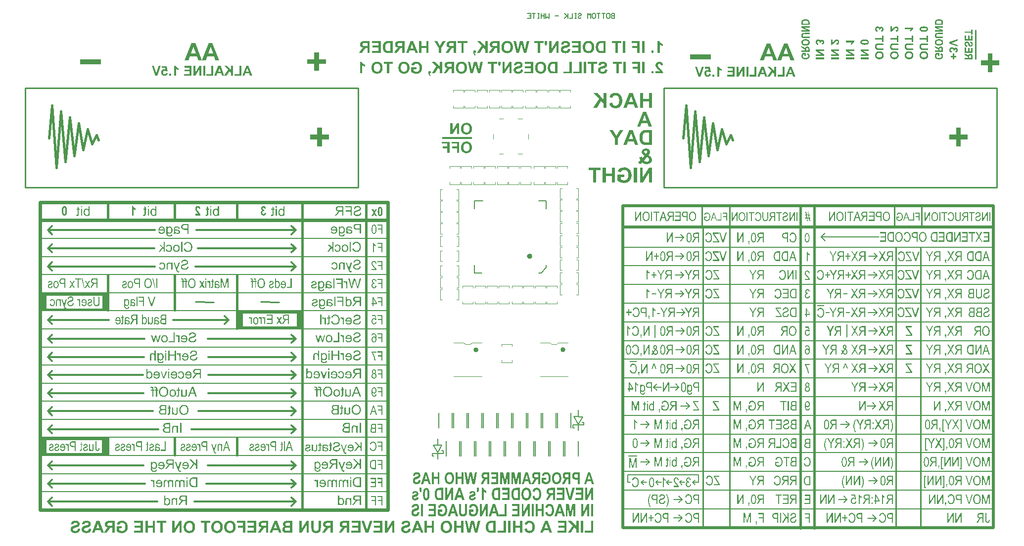
<source format=gbo>
G04*
G04 #@! TF.GenerationSoftware,Altium Limited,CircuitStudio,1.5.2 (30)*
G04*
G04 Layer_Color=16750899*
%FSLAX25Y25*%
%MOIN*%
G70*
G01*
G75*
%ADD15C,0.01000*%
%ADD18C,0.02000*%
%ADD20C,0.02400*%
%ADD26C,0.00600*%
%ADD46C,0.00800*%
%ADD130C,0.00400*%
%ADD133C,0.00433*%
%ADD134C,0.01200*%
%ADD138C,0.00500*%
%ADD173C,0.01969*%
%ADD174C,0.01575*%
%ADD175C,0.00591*%
%ADD176C,0.00472*%
%ADD177C,0.00787*%
%ADD178C,0.00700*%
%ADD179R,0.20300X0.01500*%
%ADD180R,0.04664X0.00800*%
%ADD181R,0.14000X0.03200*%
%ADD182R,0.05906X0.00790*%
%ADD183R,0.00726X0.08800*%
%ADD184R,0.00703X0.08600*%
%ADD185R,0.02900X0.00737*%
%ADD186R,0.45660X0.01943*%
%ADD187R,0.45760X0.01756*%
%ADD188R,0.03800X0.10900*%
%ADD189R,0.04500X0.10500*%
%ADD190R,0.04800X0.10500*%
%ADD191R,0.03200X0.10900*%
%ADD192R,0.45900X0.01756*%
%ADD193R,0.46300X0.01943*%
%ADD194R,0.04100X0.11400*%
%ADD195R,0.03900X0.10900*%
%ADD196R,0.44430X0.01756*%
%ADD197R,0.44600X0.01943*%
G36*
X1130078Y963795D02*
X1129406D01*
Y968880D01*
X1126631Y963795D01*
X1125902D01*
Y970263D01*
X1126574D01*
Y965159D01*
X1129368Y970263D01*
X1130078D01*
Y963795D01*
D02*
G37*
G36*
X1143658D02*
X1142957D01*
Y966665D01*
X1142029D01*
X1141916Y966646D01*
X1141821Y966636D01*
X1141745Y966617D01*
X1141689Y966598D01*
X1141641Y966579D01*
X1141613Y966570D01*
X1141603Y966560D01*
X1141527Y966513D01*
X1141452Y966466D01*
X1141329Y966343D01*
X1141272Y966286D01*
X1141234Y966238D01*
X1141206Y966201D01*
X1141196Y966191D01*
X1141158Y966134D01*
X1141111Y966068D01*
X1141016Y965916D01*
X1140912Y965736D01*
X1140808Y965566D01*
X1140723Y965396D01*
X1140685Y965320D01*
X1140647Y965263D01*
X1140618Y965206D01*
X1140600Y965168D01*
X1140580Y965140D01*
Y965130D01*
X1139870Y963795D01*
X1138980D01*
X1139908Y965547D01*
X1140003Y965718D01*
X1140098Y965869D01*
X1140192Y966011D01*
X1140277Y966134D01*
X1140353Y966229D01*
X1140410Y966305D01*
X1140448Y966352D01*
X1140467Y966371D01*
X1140533Y966437D01*
X1140600Y966504D01*
X1140742Y966617D01*
X1140808Y966665D01*
X1140855Y966702D01*
X1140893Y966721D01*
X1140903Y966731D01*
X1140647Y966788D01*
X1140429Y966873D01*
X1140240Y966968D01*
X1140079Y967062D01*
X1139965Y967157D01*
X1139870Y967233D01*
X1139823Y967290D01*
X1139804Y967299D01*
Y967309D01*
X1139671Y967488D01*
X1139577Y967687D01*
X1139510Y967886D01*
X1139463Y968076D01*
X1139435Y968237D01*
X1139425Y968312D01*
Y968369D01*
X1139416Y968426D01*
Y968464D01*
Y968483D01*
Y968492D01*
X1139425Y968691D01*
X1139454Y968880D01*
X1139491Y969051D01*
X1139529Y969193D01*
X1139567Y969307D01*
X1139605Y969392D01*
X1139633Y969449D01*
X1139643Y969468D01*
X1139728Y969619D01*
X1139832Y969742D01*
X1139927Y969847D01*
X1140012Y969932D01*
X1140098Y969998D01*
X1140164Y970036D01*
X1140202Y970064D01*
X1140221Y970074D01*
X1140372Y970140D01*
X1140543Y970187D01*
X1140723Y970216D01*
X1140893Y970244D01*
X1141054Y970254D01*
X1141130D01*
X1141187Y970263D01*
X1143658D01*
Y963795D01*
D02*
G37*
G36*
X1134084Y976394D02*
X1133724D01*
X1133734Y976252D01*
X1133743Y976128D01*
X1133762Y976024D01*
X1133781Y975930D01*
X1133800Y975863D01*
X1133819Y975816D01*
X1133828Y975788D01*
X1133838Y975778D01*
X1133933Y975636D01*
X1133980Y975589D01*
X1134027Y975541D01*
X1134075Y975503D01*
X1134112Y975475D01*
X1134132Y975465D01*
X1134141Y975456D01*
X1133951Y975115D01*
X1133847Y975181D01*
X1133762Y975257D01*
X1133677Y975333D01*
X1133620Y975409D01*
X1133573Y975475D01*
X1133535Y975532D01*
X1133516Y975570D01*
X1133506Y975579D01*
X1133450Y975702D01*
X1133412Y975835D01*
X1133383Y975967D01*
X1133364Y976100D01*
X1133355Y976214D01*
X1133345Y976308D01*
Y976346D01*
Y976375D01*
Y976384D01*
Y976394D01*
Y977303D01*
X1134084D01*
Y976394D01*
D02*
G37*
G36*
X1143658D02*
X1142957D01*
Y979263D01*
X1142029D01*
X1141916Y979244D01*
X1141821Y979235D01*
X1141745Y979216D01*
X1141689Y979197D01*
X1141641Y979178D01*
X1141613Y979168D01*
X1141603Y979159D01*
X1141527Y979111D01*
X1141452Y979064D01*
X1141329Y978941D01*
X1141272Y978884D01*
X1141234Y978837D01*
X1141206Y978799D01*
X1141196Y978790D01*
X1141158Y978733D01*
X1141111Y978666D01*
X1141016Y978515D01*
X1140912Y978335D01*
X1140808Y978164D01*
X1140723Y977994D01*
X1140685Y977918D01*
X1140647Y977861D01*
X1140618Y977805D01*
X1140600Y977767D01*
X1140580Y977738D01*
Y977729D01*
X1139870Y976394D01*
X1138980D01*
X1139908Y978146D01*
X1140003Y978316D01*
X1140098Y978467D01*
X1140192Y978609D01*
X1140277Y978733D01*
X1140353Y978827D01*
X1140410Y978903D01*
X1140448Y978951D01*
X1140467Y978969D01*
X1140533Y979036D01*
X1140600Y979102D01*
X1140742Y979216D01*
X1140808Y979263D01*
X1140855Y979301D01*
X1140893Y979320D01*
X1140903Y979329D01*
X1140647Y979386D01*
X1140429Y979471D01*
X1140240Y979566D01*
X1140079Y979661D01*
X1139965Y979755D01*
X1139870Y979831D01*
X1139823Y979888D01*
X1139804Y979897D01*
Y979907D01*
X1139671Y980087D01*
X1139577Y980286D01*
X1139510Y980485D01*
X1139463Y980674D01*
X1139435Y980835D01*
X1139425Y980911D01*
Y980968D01*
X1139416Y981024D01*
Y981062D01*
Y981081D01*
Y981091D01*
X1139425Y981290D01*
X1139454Y981479D01*
X1139491Y981649D01*
X1139529Y981791D01*
X1139567Y981905D01*
X1139605Y981990D01*
X1139633Y982047D01*
X1139643Y982066D01*
X1139728Y982218D01*
X1139832Y982341D01*
X1139927Y982445D01*
X1140012Y982530D01*
X1140098Y982596D01*
X1140164Y982634D01*
X1140202Y982663D01*
X1140221Y982672D01*
X1140372Y982738D01*
X1140543Y982786D01*
X1140723Y982814D01*
X1140893Y982843D01*
X1141054Y982852D01*
X1141130D01*
X1141187Y982862D01*
X1143658D01*
Y976394D01*
D02*
G37*
G36*
X1137010Y982880D02*
X1137162Y982852D01*
X1137294Y982814D01*
X1137418Y982757D01*
X1137531Y982691D01*
X1137645Y982625D01*
X1137739Y982549D01*
X1137825Y982473D01*
X1137901Y982388D01*
X1137967Y982312D01*
X1138024Y982246D01*
X1138062Y982180D01*
X1138099Y982123D01*
X1138128Y982085D01*
X1138137Y982057D01*
X1138147Y982047D01*
X1138223Y981886D01*
X1138289Y981706D01*
X1138346Y981507D01*
X1138402Y981308D01*
X1138478Y980901D01*
X1138507Y980702D01*
X1138525Y980503D01*
X1138544Y980314D01*
X1138563Y980144D01*
X1138573Y979992D01*
Y979850D01*
X1138582Y979737D01*
Y979661D01*
Y979604D01*
Y979594D01*
Y979585D01*
X1138573Y979253D01*
X1138563Y978951D01*
X1138535Y978676D01*
X1138507Y978420D01*
X1138469Y978183D01*
X1138431Y977975D01*
X1138393Y977786D01*
X1138346Y977625D01*
X1138298Y977483D01*
X1138260Y977359D01*
X1138223Y977255D01*
X1138185Y977170D01*
X1138156Y977104D01*
X1138128Y977066D01*
X1138118Y977038D01*
X1138109Y977028D01*
X1138014Y976896D01*
X1137919Y976782D01*
X1137815Y976687D01*
X1137711Y976602D01*
X1137607Y976526D01*
X1137503Y976469D01*
X1137399Y976422D01*
X1137304Y976384D01*
X1137124Y976327D01*
X1137048Y976308D01*
X1136982Y976299D01*
X1136935D01*
X1136897Y976289D01*
X1136859D01*
X1136707Y976299D01*
X1136556Y976327D01*
X1136423Y976365D01*
X1136300Y976422D01*
X1136186Y976479D01*
X1136073Y976555D01*
X1135978Y976630D01*
X1135893Y976706D01*
X1135817Y976782D01*
X1135751Y976858D01*
X1135694Y976933D01*
X1135656Y976990D01*
X1135618Y977047D01*
X1135590Y977085D01*
X1135580Y977113D01*
X1135571Y977123D01*
X1135495Y977293D01*
X1135419Y977473D01*
X1135363Y977662D01*
X1135315Y977861D01*
X1135230Y978269D01*
X1135202Y978477D01*
X1135183Y978666D01*
X1135164Y978856D01*
X1135145Y979026D01*
X1135135Y979187D01*
Y979320D01*
X1135126Y979433D01*
Y979519D01*
Y979566D01*
Y979585D01*
X1135135Y979907D01*
X1135145Y980210D01*
X1135173Y980494D01*
X1135211Y980750D01*
X1135249Y980986D01*
X1135296Y981204D01*
X1135344Y981403D01*
X1135391Y981574D01*
X1135438Y981725D01*
X1135486Y981848D01*
X1135533Y981962D01*
X1135571Y982047D01*
X1135609Y982123D01*
X1135637Y982170D01*
X1135647Y982199D01*
X1135656Y982208D01*
X1135741Y982331D01*
X1135836Y982435D01*
X1135931Y982521D01*
X1136025Y982606D01*
X1136130Y982672D01*
X1136224Y982720D01*
X1136329Y982767D01*
X1136423Y982805D01*
X1136594Y982852D01*
X1136669Y982871D01*
X1136736Y982880D01*
X1136783Y982890D01*
X1136859D01*
X1137010Y982880D01*
D02*
G37*
G36*
X1143658Y1014189D02*
X1142957D01*
Y1017058D01*
X1142029D01*
X1141916Y1017039D01*
X1141821Y1017030D01*
X1141745Y1017011D01*
X1141689Y1016992D01*
X1141641Y1016973D01*
X1141613Y1016963D01*
X1141603Y1016954D01*
X1141527Y1016907D01*
X1141452Y1016859D01*
X1141329Y1016736D01*
X1141272Y1016679D01*
X1141234Y1016632D01*
X1141206Y1016594D01*
X1141196Y1016585D01*
X1141158Y1016528D01*
X1141111Y1016462D01*
X1141016Y1016310D01*
X1140912Y1016130D01*
X1140808Y1015960D01*
X1140723Y1015789D01*
X1140685Y1015714D01*
X1140647Y1015657D01*
X1140618Y1015600D01*
X1140600Y1015562D01*
X1140580Y1015534D01*
Y1015524D01*
X1139870Y1014189D01*
X1138980D01*
X1139908Y1015941D01*
X1140003Y1016111D01*
X1140098Y1016263D01*
X1140192Y1016405D01*
X1140277Y1016528D01*
X1140353Y1016623D01*
X1140410Y1016698D01*
X1140448Y1016746D01*
X1140467Y1016765D01*
X1140533Y1016831D01*
X1140600Y1016897D01*
X1140742Y1017011D01*
X1140808Y1017058D01*
X1140855Y1017096D01*
X1140893Y1017115D01*
X1140903Y1017124D01*
X1140647Y1017181D01*
X1140429Y1017267D01*
X1140240Y1017361D01*
X1140079Y1017456D01*
X1139965Y1017551D01*
X1139870Y1017626D01*
X1139823Y1017683D01*
X1139804Y1017693D01*
Y1017702D01*
X1139671Y1017882D01*
X1139577Y1018081D01*
X1139510Y1018280D01*
X1139463Y1018469D01*
X1139435Y1018630D01*
X1139425Y1018706D01*
Y1018763D01*
X1139416Y1018820D01*
Y1018857D01*
Y1018876D01*
Y1018886D01*
X1139425Y1019085D01*
X1139454Y1019274D01*
X1139491Y1019445D01*
X1139529Y1019587D01*
X1139567Y1019700D01*
X1139605Y1019786D01*
X1139633Y1019842D01*
X1139643Y1019861D01*
X1139728Y1020013D01*
X1139832Y1020136D01*
X1139927Y1020240D01*
X1140012Y1020325D01*
X1140098Y1020392D01*
X1140164Y1020430D01*
X1140202Y1020458D01*
X1140221Y1020467D01*
X1140372Y1020534D01*
X1140543Y1020581D01*
X1140723Y1020609D01*
X1140893Y1020638D01*
X1141054Y1020647D01*
X1141130D01*
X1141187Y1020657D01*
X1143658D01*
Y1014189D01*
D02*
G37*
G36*
X1136812Y1004327D02*
Y1001590D01*
X1136111D01*
Y1004327D01*
X1133989Y1008058D01*
X1134794D01*
X1135836Y1006145D01*
X1135959Y1005918D01*
X1136073Y1005700D01*
X1136168Y1005501D01*
X1136253Y1005331D01*
X1136319Y1005198D01*
X1136347Y1005142D01*
X1136366Y1005094D01*
X1136385Y1005047D01*
X1136404Y1005019D01*
X1136414Y1005009D01*
Y1005000D01*
X1136508Y1005198D01*
X1136603Y1005388D01*
X1136688Y1005577D01*
X1136774Y1005748D01*
X1136849Y1005890D01*
X1136887Y1005947D01*
X1136906Y1006003D01*
X1136935Y1006041D01*
X1136954Y1006070D01*
X1136963Y1006089D01*
Y1006098D01*
X1138014Y1008058D01*
X1138857D01*
X1136812Y1004327D01*
D02*
G37*
G36*
Y1016926D02*
Y1014189D01*
X1136111D01*
Y1016926D01*
X1133989Y1020657D01*
X1134794D01*
X1135836Y1018744D01*
X1135959Y1018517D01*
X1136073Y1018299D01*
X1136168Y1018100D01*
X1136253Y1017929D01*
X1136319Y1017797D01*
X1136347Y1017740D01*
X1136366Y1017693D01*
X1136385Y1017645D01*
X1136404Y1017617D01*
X1136414Y1017607D01*
Y1017598D01*
X1136508Y1017797D01*
X1136603Y1017986D01*
X1136688Y1018176D01*
X1136774Y1018346D01*
X1136849Y1018488D01*
X1136887Y1018545D01*
X1136906Y1018602D01*
X1136935Y1018640D01*
X1136954Y1018668D01*
X1136963Y1018687D01*
Y1018697D01*
X1138014Y1020657D01*
X1138857D01*
X1136812Y1016926D01*
D02*
G37*
G36*
X1137010Y970282D02*
X1137162Y970254D01*
X1137294Y970216D01*
X1137418Y970159D01*
X1137531Y970093D01*
X1137645Y970026D01*
X1137739Y969951D01*
X1137825Y969875D01*
X1137901Y969790D01*
X1137967Y969714D01*
X1138024Y969648D01*
X1138062Y969581D01*
X1138099Y969524D01*
X1138128Y969487D01*
X1138137Y969458D01*
X1138147Y969449D01*
X1138223Y969288D01*
X1138289Y969108D01*
X1138346Y968909D01*
X1138402Y968710D01*
X1138478Y968303D01*
X1138507Y968104D01*
X1138525Y967905D01*
X1138544Y967716D01*
X1138563Y967545D01*
X1138573Y967394D01*
Y967252D01*
X1138582Y967138D01*
Y967062D01*
Y967006D01*
Y966996D01*
Y966986D01*
X1138573Y966655D01*
X1138563Y966352D01*
X1138535Y966077D01*
X1138507Y965822D01*
X1138469Y965585D01*
X1138431Y965377D01*
X1138393Y965187D01*
X1138346Y965026D01*
X1138298Y964884D01*
X1138260Y964761D01*
X1138223Y964657D01*
X1138185Y964572D01*
X1138156Y964505D01*
X1138128Y964468D01*
X1138118Y964439D01*
X1138109Y964430D01*
X1138014Y964297D01*
X1137919Y964183D01*
X1137815Y964089D01*
X1137711Y964003D01*
X1137607Y963928D01*
X1137503Y963871D01*
X1137399Y963824D01*
X1137304Y963786D01*
X1137124Y963729D01*
X1137048Y963710D01*
X1136982Y963700D01*
X1136935D01*
X1136897Y963691D01*
X1136859D01*
X1136707Y963700D01*
X1136556Y963729D01*
X1136423Y963767D01*
X1136300Y963824D01*
X1136186Y963880D01*
X1136073Y963956D01*
X1135978Y964032D01*
X1135893Y964108D01*
X1135817Y964183D01*
X1135751Y964259D01*
X1135694Y964335D01*
X1135656Y964392D01*
X1135618Y964449D01*
X1135590Y964486D01*
X1135580Y964515D01*
X1135571Y964524D01*
X1135495Y964695D01*
X1135419Y964875D01*
X1135363Y965064D01*
X1135315Y965263D01*
X1135230Y965670D01*
X1135202Y965878D01*
X1135183Y966068D01*
X1135164Y966257D01*
X1135145Y966428D01*
X1135135Y966589D01*
Y966721D01*
X1135126Y966835D01*
Y966920D01*
Y966968D01*
Y966986D01*
X1135135Y967309D01*
X1135145Y967612D01*
X1135173Y967896D01*
X1135211Y968151D01*
X1135249Y968388D01*
X1135296Y968606D01*
X1135344Y968805D01*
X1135391Y968975D01*
X1135438Y969127D01*
X1135486Y969250D01*
X1135533Y969363D01*
X1135571Y969449D01*
X1135609Y969524D01*
X1135637Y969572D01*
X1135647Y969600D01*
X1135656Y969610D01*
X1135741Y969733D01*
X1135836Y969837D01*
X1135931Y969922D01*
X1136025Y970008D01*
X1136130Y970074D01*
X1136224Y970121D01*
X1136329Y970168D01*
X1136423Y970206D01*
X1136594Y970254D01*
X1136669Y970273D01*
X1136736Y970282D01*
X1136783Y970292D01*
X1136859D01*
X1137010Y970282D01*
D02*
G37*
G36*
X1134084Y963795D02*
X1133724D01*
X1133734Y963653D01*
X1133743Y963530D01*
X1133762Y963426D01*
X1133781Y963331D01*
X1133800Y963265D01*
X1133819Y963218D01*
X1133828Y963189D01*
X1133838Y963180D01*
X1133933Y963037D01*
X1133980Y962990D01*
X1134027Y962943D01*
X1134075Y962905D01*
X1134112Y962877D01*
X1134132Y962867D01*
X1134141Y962858D01*
X1133951Y962517D01*
X1133847Y962583D01*
X1133762Y962659D01*
X1133677Y962735D01*
X1133620Y962810D01*
X1133573Y962877D01*
X1133535Y962933D01*
X1133516Y962971D01*
X1133506Y962981D01*
X1133450Y963104D01*
X1133412Y963236D01*
X1133383Y963369D01*
X1133364Y963502D01*
X1133355Y963615D01*
X1133345Y963710D01*
Y963748D01*
Y963776D01*
Y963786D01*
Y963795D01*
Y964704D01*
X1134084D01*
Y963795D01*
D02*
G37*
G36*
X1143658Y900803D02*
X1142957D01*
Y903672D01*
X1142029D01*
X1141916Y903654D01*
X1141821Y903644D01*
X1141745Y903625D01*
X1141689Y903606D01*
X1141641Y903587D01*
X1141613Y903578D01*
X1141603Y903568D01*
X1141527Y903521D01*
X1141452Y903474D01*
X1141329Y903350D01*
X1141272Y903294D01*
X1141234Y903246D01*
X1141206Y903208D01*
X1141196Y903199D01*
X1141158Y903142D01*
X1141111Y903076D01*
X1141016Y902924D01*
X1140912Y902744D01*
X1140808Y902574D01*
X1140723Y902403D01*
X1140685Y902328D01*
X1140647Y902271D01*
X1140618Y902214D01*
X1140600Y902176D01*
X1140580Y902148D01*
Y902138D01*
X1139870Y900803D01*
X1138980D01*
X1139908Y902555D01*
X1140003Y902725D01*
X1140098Y902877D01*
X1140192Y903019D01*
X1140277Y903142D01*
X1140353Y903237D01*
X1140410Y903313D01*
X1140448Y903360D01*
X1140467Y903379D01*
X1140533Y903445D01*
X1140600Y903511D01*
X1140742Y903625D01*
X1140808Y903672D01*
X1140855Y903710D01*
X1140893Y903729D01*
X1140903Y903739D01*
X1140647Y903796D01*
X1140429Y903881D01*
X1140240Y903975D01*
X1140079Y904070D01*
X1139965Y904165D01*
X1139870Y904241D01*
X1139823Y904297D01*
X1139804Y904307D01*
Y904316D01*
X1139671Y904496D01*
X1139577Y904695D01*
X1139510Y904894D01*
X1139463Y905083D01*
X1139435Y905244D01*
X1139425Y905320D01*
Y905377D01*
X1139416Y905434D01*
Y905472D01*
Y905491D01*
Y905500D01*
X1139425Y905699D01*
X1139454Y905888D01*
X1139491Y906059D01*
X1139529Y906201D01*
X1139567Y906315D01*
X1139605Y906400D01*
X1139633Y906457D01*
X1139643Y906476D01*
X1139728Y906627D01*
X1139832Y906750D01*
X1139927Y906854D01*
X1140012Y906940D01*
X1140098Y907006D01*
X1140164Y907044D01*
X1140202Y907072D01*
X1140221Y907082D01*
X1140372Y907148D01*
X1140543Y907195D01*
X1140723Y907224D01*
X1140893Y907252D01*
X1141054Y907261D01*
X1141130D01*
X1141187Y907271D01*
X1143658D01*
Y900803D01*
D02*
G37*
G36*
X1132436D02*
X1132076D01*
X1132086Y900661D01*
X1132095Y900538D01*
X1132114Y900434D01*
X1132133Y900339D01*
X1132152Y900273D01*
X1132171Y900225D01*
X1132181Y900197D01*
X1132190Y900187D01*
X1132285Y900045D01*
X1132332Y899998D01*
X1132380Y899951D01*
X1132427Y899913D01*
X1132465Y899884D01*
X1132484Y899875D01*
X1132493Y899866D01*
X1132304Y899525D01*
X1132200Y899591D01*
X1132114Y899667D01*
X1132029Y899742D01*
X1131972Y899818D01*
X1131925Y899884D01*
X1131887Y899941D01*
X1131868Y899979D01*
X1131859Y899989D01*
X1131802Y900112D01*
X1131764Y900244D01*
X1131736Y900377D01*
X1131717Y900509D01*
X1131707Y900623D01*
X1131698Y900718D01*
Y900756D01*
Y900784D01*
Y900793D01*
Y900803D01*
Y901712D01*
X1132436D01*
Y900803D01*
D02*
G37*
G36*
X1136101Y907366D02*
X1136357Y907328D01*
X1136594Y907261D01*
X1136792Y907195D01*
X1136878Y907157D01*
X1136954Y907129D01*
X1137020Y907091D01*
X1137077Y907063D01*
X1137124Y907044D01*
X1137152Y907025D01*
X1137171Y907006D01*
X1137181D01*
X1137285Y906930D01*
X1137389Y906854D01*
X1137569Y906674D01*
X1137730Y906476D01*
X1137863Y906286D01*
X1137976Y906116D01*
X1138014Y906040D01*
X1138052Y905983D01*
X1138080Y905926D01*
X1138099Y905888D01*
X1138118Y905860D01*
Y905851D01*
X1138232Y905548D01*
X1138317Y905235D01*
X1138383Y904922D01*
X1138421Y904629D01*
X1138440Y904506D01*
X1138450Y904383D01*
X1138459Y904278D01*
Y904184D01*
X1138469Y904108D01*
Y904051D01*
Y904013D01*
Y904004D01*
X1138450Y903625D01*
X1138440Y903455D01*
X1138412Y903284D01*
X1138383Y903123D01*
X1138355Y902981D01*
X1138327Y902839D01*
X1138289Y902716D01*
X1138260Y902602D01*
X1138232Y902508D01*
X1138204Y902422D01*
X1138175Y902347D01*
X1138147Y902290D01*
X1138137Y902252D01*
X1138118Y902223D01*
Y902214D01*
X1137976Y901949D01*
X1137815Y901722D01*
X1137654Y901523D01*
X1137503Y901362D01*
X1137361Y901239D01*
X1137257Y901153D01*
X1137209Y901116D01*
X1137181Y901097D01*
X1137162Y901087D01*
X1137152Y901078D01*
X1136916Y900955D01*
X1136679Y900860D01*
X1136452Y900793D01*
X1136234Y900746D01*
X1136139Y900727D01*
X1136044Y900718D01*
X1135969Y900708D01*
X1135902D01*
X1135845Y900699D01*
X1135770D01*
X1135552Y900708D01*
X1135344Y900737D01*
X1135154Y900775D01*
X1134984Y900822D01*
X1134842Y900869D01*
X1134775Y900888D01*
X1134728Y900907D01*
X1134690Y900926D01*
X1134662Y900936D01*
X1134643Y900945D01*
X1134633D01*
X1134425Y901049D01*
X1134236Y901172D01*
X1134056Y901305D01*
X1133895Y901428D01*
X1133753Y901542D01*
X1133648Y901627D01*
X1133611Y901665D01*
X1133582Y901693D01*
X1133573Y901703D01*
X1133563Y901712D01*
Y904108D01*
X1135808D01*
Y903341D01*
X1134255D01*
Y902138D01*
X1134359Y902044D01*
X1134472Y901949D01*
X1134595Y901864D01*
X1134700Y901797D01*
X1134804Y901740D01*
X1134880Y901703D01*
X1134936Y901674D01*
X1134946Y901665D01*
X1134955D01*
X1135116Y901598D01*
X1135268Y901551D01*
X1135410Y901523D01*
X1135533Y901504D01*
X1135647Y901485D01*
X1135722Y901475D01*
X1135798D01*
X1135959Y901485D01*
X1136111Y901504D01*
X1136253Y901532D01*
X1136385Y901580D01*
X1136508Y901627D01*
X1136631Y901684D01*
X1136736Y901740D01*
X1136830Y901797D01*
X1136916Y901854D01*
X1136991Y901921D01*
X1137058Y901968D01*
X1137115Y902015D01*
X1137152Y902063D01*
X1137181Y902091D01*
X1137200Y902110D01*
X1137209Y902119D01*
X1137304Y902252D01*
X1137389Y902384D01*
X1137455Y902536D01*
X1137522Y902697D01*
X1137569Y902858D01*
X1137616Y903019D01*
X1137683Y903331D01*
X1137702Y903483D01*
X1137721Y903616D01*
X1137730Y903739D01*
X1137739Y903852D01*
X1137749Y903938D01*
Y904004D01*
Y904042D01*
Y904061D01*
X1137739Y904364D01*
X1137711Y904648D01*
X1137673Y904894D01*
X1137645Y904998D01*
X1137626Y905102D01*
X1137607Y905188D01*
X1137578Y905273D01*
X1137560Y905339D01*
X1137541Y905396D01*
X1137522Y905443D01*
X1137512Y905472D01*
X1137503Y905491D01*
Y905500D01*
X1137399Y905709D01*
X1137285Y905888D01*
X1137181Y906030D01*
X1137067Y906154D01*
X1136973Y906248D01*
X1136897Y906315D01*
X1136849Y906362D01*
X1136830Y906371D01*
X1136669Y906466D01*
X1136499Y906532D01*
X1136329Y906589D01*
X1136177Y906618D01*
X1136044Y906637D01*
X1135931Y906656D01*
X1135836D01*
X1135694Y906646D01*
X1135561Y906627D01*
X1135438Y906608D01*
X1135334Y906580D01*
X1135249Y906542D01*
X1135183Y906523D01*
X1135135Y906504D01*
X1135126Y906495D01*
X1135012Y906438D01*
X1134908Y906362D01*
X1134823Y906296D01*
X1134747Y906229D01*
X1134690Y906163D01*
X1134652Y906116D01*
X1134624Y906078D01*
X1134614Y906068D01*
X1134539Y905955D01*
X1134482Y905822D01*
X1134425Y905690D01*
X1134378Y905557D01*
X1134340Y905443D01*
X1134302Y905339D01*
X1134292Y905301D01*
Y905282D01*
X1134283Y905263D01*
Y905254D01*
X1133648Y905462D01*
X1133705Y905709D01*
X1133772Y905926D01*
X1133847Y906106D01*
X1133914Y906267D01*
X1133980Y906390D01*
X1134027Y906476D01*
X1134065Y906532D01*
X1134075Y906551D01*
X1134188Y906693D01*
X1134302Y906816D01*
X1134425Y906921D01*
X1134539Y907006D01*
X1134643Y907082D01*
X1134719Y907129D01*
X1134775Y907157D01*
X1134785Y907167D01*
X1134794D01*
X1134965Y907243D01*
X1135135Y907290D01*
X1135306Y907328D01*
X1135467Y907356D01*
X1135609Y907375D01*
X1135722Y907385D01*
X1135817D01*
X1136101Y907366D01*
D02*
G37*
G36*
X1132436Y913401D02*
X1132076D01*
X1132086Y913259D01*
X1132095Y913136D01*
X1132114Y913032D01*
X1132133Y912937D01*
X1132152Y912871D01*
X1132171Y912824D01*
X1132181Y912795D01*
X1132190Y912786D01*
X1132285Y912644D01*
X1132332Y912597D01*
X1132380Y912549D01*
X1132427Y912511D01*
X1132465Y912483D01*
X1132484Y912473D01*
X1132493Y912464D01*
X1132304Y912123D01*
X1132200Y912189D01*
X1132114Y912265D01*
X1132029Y912341D01*
X1131972Y912416D01*
X1131925Y912483D01*
X1131887Y912540D01*
X1131868Y912578D01*
X1131859Y912587D01*
X1131802Y912710D01*
X1131764Y912843D01*
X1131736Y912975D01*
X1131717Y913108D01*
X1131707Y913221D01*
X1131698Y913316D01*
Y913354D01*
Y913383D01*
Y913392D01*
Y913401D01*
Y914310D01*
X1132436D01*
Y913401D01*
D02*
G37*
G36*
X1128430Y900803D02*
X1127758D01*
Y906324D01*
X1126224Y900803D01*
X1125599D01*
X1124046Y906239D01*
Y900803D01*
X1123374D01*
Y907271D01*
X1124321D01*
X1125589Y902763D01*
X1125656Y902526D01*
X1125713Y902318D01*
X1125760Y902138D01*
X1125798Y901996D01*
X1125836Y901883D01*
X1125855Y901797D01*
X1125864Y901750D01*
X1125874Y901731D01*
X1126129Y902687D01*
X1127379Y907271D01*
X1128430D01*
Y900803D01*
D02*
G37*
G36*
X1134084Y951197D02*
X1133724D01*
X1133734Y951055D01*
X1133743Y950932D01*
X1133762Y950827D01*
X1133781Y950733D01*
X1133800Y950666D01*
X1133819Y950619D01*
X1133828Y950591D01*
X1133838Y950581D01*
X1133933Y950439D01*
X1133980Y950392D01*
X1134027Y950344D01*
X1134075Y950307D01*
X1134112Y950278D01*
X1134132Y950269D01*
X1134141Y950259D01*
X1133951Y949918D01*
X1133847Y949984D01*
X1133762Y950060D01*
X1133677Y950136D01*
X1133620Y950212D01*
X1133573Y950278D01*
X1133535Y950335D01*
X1133516Y950373D01*
X1133506Y950382D01*
X1133450Y950505D01*
X1133412Y950638D01*
X1133383Y950771D01*
X1133364Y950903D01*
X1133355Y951017D01*
X1133345Y951112D01*
Y951149D01*
Y951178D01*
Y951187D01*
Y951197D01*
Y952106D01*
X1134084D01*
Y951197D01*
D02*
G37*
G36*
X1130078Y976394D02*
X1129406D01*
Y981479D01*
X1126631Y976394D01*
X1125902D01*
Y982862D01*
X1126574D01*
Y977757D01*
X1129368Y982862D01*
X1130078D01*
Y976394D01*
D02*
G37*
G36*
X1137010Y957684D02*
X1137162Y957655D01*
X1137294Y957617D01*
X1137418Y957561D01*
X1137531Y957494D01*
X1137645Y957428D01*
X1137739Y957352D01*
X1137825Y957276D01*
X1137901Y957191D01*
X1137967Y957115D01*
X1138024Y957049D01*
X1138062Y956983D01*
X1138099Y956926D01*
X1138128Y956888D01*
X1138137Y956860D01*
X1138147Y956850D01*
X1138223Y956689D01*
X1138289Y956509D01*
X1138346Y956310D01*
X1138402Y956112D01*
X1138478Y955704D01*
X1138507Y955506D01*
X1138525Y955307D01*
X1138544Y955117D01*
X1138563Y954947D01*
X1138573Y954795D01*
Y954653D01*
X1138582Y954540D01*
Y954464D01*
Y954407D01*
Y954398D01*
Y954388D01*
X1138573Y954057D01*
X1138563Y953754D01*
X1138535Y953479D01*
X1138507Y953223D01*
X1138469Y952987D01*
X1138431Y952778D01*
X1138393Y952589D01*
X1138346Y952428D01*
X1138298Y952286D01*
X1138260Y952163D01*
X1138223Y952059D01*
X1138185Y951973D01*
X1138156Y951907D01*
X1138128Y951869D01*
X1138118Y951841D01*
X1138109Y951831D01*
X1138014Y951699D01*
X1137919Y951585D01*
X1137815Y951490D01*
X1137711Y951405D01*
X1137607Y951329D01*
X1137503Y951272D01*
X1137399Y951225D01*
X1137304Y951187D01*
X1137124Y951130D01*
X1137048Y951112D01*
X1136982Y951102D01*
X1136935D01*
X1136897Y951093D01*
X1136859D01*
X1136707Y951102D01*
X1136556Y951130D01*
X1136423Y951168D01*
X1136300Y951225D01*
X1136186Y951282D01*
X1136073Y951358D01*
X1135978Y951433D01*
X1135893Y951509D01*
X1135817Y951585D01*
X1135751Y951661D01*
X1135694Y951737D01*
X1135656Y951793D01*
X1135618Y951850D01*
X1135590Y951888D01*
X1135580Y951916D01*
X1135571Y951926D01*
X1135495Y952096D01*
X1135419Y952276D01*
X1135363Y952466D01*
X1135315Y952665D01*
X1135230Y953072D01*
X1135202Y953280D01*
X1135183Y953469D01*
X1135164Y953659D01*
X1135145Y953829D01*
X1135135Y953990D01*
Y954123D01*
X1135126Y954237D01*
Y954322D01*
Y954369D01*
Y954388D01*
X1135135Y954710D01*
X1135145Y955013D01*
X1135173Y955297D01*
X1135211Y955553D01*
X1135249Y955790D01*
X1135296Y956007D01*
X1135344Y956206D01*
X1135391Y956377D01*
X1135438Y956528D01*
X1135486Y956651D01*
X1135533Y956765D01*
X1135571Y956850D01*
X1135609Y956926D01*
X1135637Y956973D01*
X1135647Y957002D01*
X1135656Y957011D01*
X1135741Y957134D01*
X1135836Y957239D01*
X1135931Y957324D01*
X1136025Y957409D01*
X1136130Y957475D01*
X1136224Y957523D01*
X1136329Y957570D01*
X1136423Y957608D01*
X1136594Y957655D01*
X1136669Y957674D01*
X1136736Y957684D01*
X1136783Y957693D01*
X1136859D01*
X1137010Y957684D01*
D02*
G37*
G36*
X1130078Y951197D02*
X1129406D01*
Y956282D01*
X1126631Y951197D01*
X1125902D01*
Y957665D01*
X1126574D01*
Y952560D01*
X1129368Y957665D01*
X1130078D01*
Y951197D01*
D02*
G37*
G36*
X1143658D02*
X1142957D01*
Y954066D01*
X1142029D01*
X1141916Y954047D01*
X1141821Y954038D01*
X1141745Y954019D01*
X1141689Y954000D01*
X1141641Y953981D01*
X1141613Y953971D01*
X1141603Y953962D01*
X1141527Y953915D01*
X1141452Y953867D01*
X1141329Y953744D01*
X1141272Y953687D01*
X1141234Y953640D01*
X1141206Y953602D01*
X1141196Y953593D01*
X1141158Y953536D01*
X1141111Y953469D01*
X1141016Y953318D01*
X1140912Y953138D01*
X1140808Y952968D01*
X1140723Y952797D01*
X1140685Y952721D01*
X1140647Y952665D01*
X1140618Y952608D01*
X1140600Y952570D01*
X1140580Y952542D01*
Y952532D01*
X1139870Y951197D01*
X1138980D01*
X1139908Y952949D01*
X1140003Y953119D01*
X1140098Y953271D01*
X1140192Y953413D01*
X1140277Y953536D01*
X1140353Y953631D01*
X1140410Y953706D01*
X1140448Y953754D01*
X1140467Y953773D01*
X1140533Y953839D01*
X1140600Y953905D01*
X1140742Y954019D01*
X1140808Y954066D01*
X1140855Y954104D01*
X1140893Y954123D01*
X1140903Y954132D01*
X1140647Y954189D01*
X1140429Y954274D01*
X1140240Y954369D01*
X1140079Y954464D01*
X1139965Y954559D01*
X1139870Y954634D01*
X1139823Y954691D01*
X1139804Y954701D01*
Y954710D01*
X1139671Y954890D01*
X1139577Y955089D01*
X1139510Y955288D01*
X1139463Y955477D01*
X1139435Y955638D01*
X1139425Y955714D01*
Y955771D01*
X1139416Y955828D01*
Y955865D01*
Y955884D01*
Y955894D01*
X1139425Y956093D01*
X1139454Y956282D01*
X1139491Y956453D01*
X1139529Y956595D01*
X1139567Y956708D01*
X1139605Y956793D01*
X1139633Y956850D01*
X1139643Y956869D01*
X1139728Y957021D01*
X1139832Y957144D01*
X1139927Y957248D01*
X1140012Y957333D01*
X1140098Y957400D01*
X1140164Y957437D01*
X1140202Y957466D01*
X1140221Y957475D01*
X1140372Y957542D01*
X1140543Y957589D01*
X1140723Y957617D01*
X1140893Y957646D01*
X1141054Y957655D01*
X1141130D01*
X1141187Y957665D01*
X1143658D01*
Y951197D01*
D02*
G37*
G36*
X1277028Y863008D02*
X1276328D01*
Y865631D01*
X1274973D01*
X1274774Y865640D01*
X1274595Y865659D01*
X1274424Y865678D01*
X1274273Y865716D01*
X1274131Y865754D01*
X1274007Y865801D01*
X1273894Y865858D01*
X1273799Y865906D01*
X1273714Y865953D01*
X1273638Y866010D01*
X1273572Y866057D01*
X1273524Y866095D01*
X1273487Y866133D01*
X1273458Y866161D01*
X1273449Y866171D01*
X1273439Y866180D01*
X1273363Y866284D01*
X1273288Y866398D01*
X1273174Y866635D01*
X1273098Y866871D01*
X1273042Y867099D01*
X1273022Y867203D01*
X1273004Y867307D01*
X1272994Y867392D01*
Y867468D01*
X1272985Y867525D01*
Y867572D01*
Y867601D01*
Y867610D01*
X1272994Y867847D01*
X1273022Y868065D01*
X1273070Y868254D01*
X1273117Y868415D01*
X1273174Y868548D01*
X1273212Y868642D01*
X1273231Y868680D01*
X1273250Y868709D01*
X1273259Y868718D01*
Y868728D01*
X1273373Y868889D01*
X1273487Y869012D01*
X1273610Y869125D01*
X1273733Y869211D01*
X1273837Y869267D01*
X1273922Y869315D01*
X1273979Y869334D01*
X1273989Y869343D01*
X1273998D01*
X1274140Y869390D01*
X1274301Y869419D01*
X1274471Y869447D01*
X1274642Y869457D01*
X1274793Y869466D01*
X1274869Y869476D01*
X1277028D01*
Y863008D01*
D02*
G37*
G36*
X1266630D02*
X1266270D01*
X1266280Y862866D01*
X1266289Y862743D01*
X1266308Y862638D01*
X1266327Y862544D01*
X1266346Y862477D01*
X1266365Y862430D01*
X1266375Y862402D01*
X1266384Y862392D01*
X1266479Y862250D01*
X1266526Y862203D01*
X1266574Y862155D01*
X1266621Y862117D01*
X1266659Y862089D01*
X1266678Y862080D01*
X1266687Y862070D01*
X1266498Y861729D01*
X1266393Y861796D01*
X1266308Y861871D01*
X1266223Y861947D01*
X1266166Y862023D01*
X1266119Y862089D01*
X1266081Y862146D01*
X1266062Y862184D01*
X1266053Y862193D01*
X1265996Y862316D01*
X1265958Y862449D01*
X1265930Y862582D01*
X1265911Y862714D01*
X1265901Y862828D01*
X1265892Y862922D01*
Y862960D01*
Y862989D01*
Y862998D01*
Y863008D01*
Y863917D01*
X1266630D01*
Y863008D01*
D02*
G37*
G36*
X1270058Y869570D02*
X1270295Y869533D01*
X1270513Y869466D01*
X1270702Y869400D01*
X1270778Y869362D01*
X1270854Y869334D01*
X1270920Y869296D01*
X1270967Y869267D01*
X1271015Y869248D01*
X1271043Y869230D01*
X1271062Y869211D01*
X1271072D01*
X1271271Y869050D01*
X1271451Y868879D01*
X1271602Y868690D01*
X1271735Y868510D01*
X1271839Y868349D01*
X1271877Y868273D01*
X1271915Y868216D01*
X1271933Y868159D01*
X1271952Y868122D01*
X1271971Y868103D01*
Y868093D01*
X1272085Y867800D01*
X1272161Y867496D01*
X1272218Y867194D01*
X1272265Y866909D01*
X1272274Y866786D01*
X1272284Y866663D01*
X1272293Y866559D01*
Y866464D01*
X1272303Y866389D01*
Y866332D01*
Y866294D01*
Y866284D01*
X1272284Y865896D01*
X1272274Y865707D01*
X1272246Y865536D01*
X1272227Y865375D01*
X1272199Y865214D01*
X1272170Y865072D01*
X1272132Y864940D01*
X1272104Y864826D01*
X1272075Y864722D01*
X1272047Y864627D01*
X1272019Y864551D01*
X1272000Y864495D01*
X1271981Y864447D01*
X1271971Y864419D01*
Y864409D01*
X1271905Y864267D01*
X1271839Y864135D01*
X1271772Y864011D01*
X1271697Y863898D01*
X1271630Y863794D01*
X1271555Y863699D01*
X1271488Y863614D01*
X1271422Y863538D01*
X1271299Y863406D01*
X1271204Y863320D01*
X1271166Y863292D01*
X1271138Y863273D01*
X1271128Y863254D01*
X1271119D01*
X1270911Y863140D01*
X1270702Y863055D01*
X1270494Y862989D01*
X1270295Y862951D01*
X1270125Y862922D01*
X1270049Y862913D01*
X1269983D01*
X1269935Y862904D01*
X1269860D01*
X1269708Y862913D01*
X1269557Y862922D01*
X1269282Y862989D01*
X1269045Y863074D01*
X1268931Y863121D01*
X1268837Y863169D01*
X1268752Y863216D01*
X1268666Y863263D01*
X1268600Y863311D01*
X1268543Y863349D01*
X1268496Y863387D01*
X1268468Y863415D01*
X1268449Y863424D01*
X1268439Y863434D01*
X1268335Y863538D01*
X1268231Y863661D01*
X1268060Y863917D01*
X1267918Y864192D01*
X1267805Y864447D01*
X1267757Y864570D01*
X1267719Y864693D01*
X1267691Y864798D01*
X1267663Y864883D01*
X1267644Y864958D01*
X1267625Y865015D01*
X1267615Y865053D01*
Y865063D01*
X1268325Y865281D01*
X1268354Y865129D01*
X1268392Y864987D01*
X1268430Y864854D01*
X1268477Y864731D01*
X1268515Y864627D01*
X1268562Y864523D01*
X1268610Y864428D01*
X1268657Y864353D01*
X1268704Y864277D01*
X1268742Y864210D01*
X1268780Y864163D01*
X1268818Y864116D01*
X1268846Y864087D01*
X1268865Y864059D01*
X1268875Y864049D01*
X1268884Y864040D01*
X1268960Y863964D01*
X1269045Y863907D01*
X1269216Y863803D01*
X1269386Y863737D01*
X1269538Y863680D01*
X1269670Y863652D01*
X1269784Y863642D01*
X1269822Y863633D01*
X1269878D01*
X1270021Y863642D01*
X1270153Y863661D01*
X1270286Y863690D01*
X1270399Y863737D01*
X1270608Y863841D01*
X1270788Y863964D01*
X1270863Y864030D01*
X1270930Y864087D01*
X1270986Y864144D01*
X1271034Y864192D01*
X1271072Y864239D01*
X1271100Y864267D01*
X1271110Y864286D01*
X1271119Y864296D01*
X1271204Y864428D01*
X1271271Y864570D01*
X1271337Y864722D01*
X1271384Y864883D01*
X1271469Y865214D01*
X1271526Y865536D01*
X1271545Y865688D01*
X1271555Y865830D01*
X1271564Y865953D01*
X1271574Y866066D01*
X1271583Y866161D01*
Y866228D01*
Y866265D01*
Y866284D01*
X1271574Y866597D01*
X1271545Y866881D01*
X1271526Y867013D01*
X1271507Y867127D01*
X1271488Y867241D01*
X1271469Y867336D01*
X1271451Y867430D01*
X1271432Y867506D01*
X1271413Y867572D01*
X1271394Y867629D01*
X1271375Y867676D01*
X1271365Y867705D01*
X1271356Y867724D01*
Y867733D01*
X1271261Y867932D01*
X1271157Y868112D01*
X1271053Y868254D01*
X1270958Y868377D01*
X1270863Y868472D01*
X1270797Y868538D01*
X1270750Y868576D01*
X1270731Y868586D01*
X1270579Y868680D01*
X1270428Y868747D01*
X1270267Y868794D01*
X1270125Y868822D01*
X1270002Y868851D01*
X1269897Y868860D01*
X1269812D01*
X1269623Y868841D01*
X1269443Y868803D01*
X1269291Y868737D01*
X1269140Y868652D01*
X1269017Y868548D01*
X1268894Y868434D01*
X1268789Y868311D01*
X1268704Y868188D01*
X1268629Y868065D01*
X1268562Y867942D01*
X1268505Y867828D01*
X1268468Y867724D01*
X1268430Y867639D01*
X1268411Y867572D01*
X1268392Y867534D01*
Y867515D01*
X1267700Y867714D01*
X1267748Y867885D01*
X1267795Y868036D01*
X1267852Y868188D01*
X1267918Y868320D01*
X1267984Y868443D01*
X1268041Y868557D01*
X1268108Y868661D01*
X1268174Y868756D01*
X1268231Y868841D01*
X1268287Y868908D01*
X1268344Y868964D01*
X1268392Y869021D01*
X1268420Y869059D01*
X1268449Y869088D01*
X1268468Y869097D01*
X1268477Y869106D01*
X1268581Y869192D01*
X1268695Y869267D01*
X1268799Y869334D01*
X1268913Y869390D01*
X1269140Y869476D01*
X1269348Y869533D01*
X1269528Y869561D01*
X1269604Y869570D01*
X1269670Y869580D01*
X1269727Y869589D01*
X1269803D01*
X1270058Y869570D01*
D02*
G37*
G36*
X1264689Y863008D02*
X1264017D01*
Y868093D01*
X1261242Y863008D01*
X1260513D01*
Y869476D01*
X1261185D01*
Y864371D01*
X1263979Y869476D01*
X1264689D01*
Y863008D01*
D02*
G37*
G36*
X1259338D02*
X1258666D01*
Y868093D01*
X1255891Y863008D01*
X1255162D01*
Y869476D01*
X1255834D01*
Y864371D01*
X1258628Y869476D01*
X1259338D01*
Y863008D01*
D02*
G37*
G36*
X1262605Y1026787D02*
X1261905D01*
Y1029657D01*
X1260977D01*
X1260863Y1029638D01*
X1260768Y1029628D01*
X1260693Y1029609D01*
X1260636Y1029590D01*
X1260588Y1029571D01*
X1260560Y1029562D01*
X1260550Y1029552D01*
X1260475Y1029505D01*
X1260399Y1029458D01*
X1260276Y1029335D01*
X1260219Y1029278D01*
X1260181Y1029230D01*
X1260153Y1029193D01*
X1260143Y1029183D01*
X1260106Y1029126D01*
X1260058Y1029060D01*
X1259963Y1028909D01*
X1259859Y1028729D01*
X1259755Y1028558D01*
X1259670Y1028388D01*
X1259632Y1028312D01*
X1259594Y1028255D01*
X1259566Y1028198D01*
X1259547Y1028160D01*
X1259528Y1028132D01*
Y1028123D01*
X1258817Y1026787D01*
X1257927D01*
X1258855Y1028539D01*
X1258950Y1028710D01*
X1259045Y1028861D01*
X1259140Y1029003D01*
X1259225Y1029126D01*
X1259301Y1029221D01*
X1259357Y1029297D01*
X1259395Y1029344D01*
X1259414Y1029363D01*
X1259480Y1029429D01*
X1259547Y1029496D01*
X1259689Y1029609D01*
X1259755Y1029657D01*
X1259802Y1029694D01*
X1259840Y1029714D01*
X1259850Y1029723D01*
X1259594Y1029780D01*
X1259376Y1029865D01*
X1259187Y1029960D01*
X1259026Y1030054D01*
X1258912Y1030149D01*
X1258817Y1030225D01*
X1258770Y1030282D01*
X1258751Y1030291D01*
Y1030301D01*
X1258619Y1030481D01*
X1258524Y1030679D01*
X1258458Y1030878D01*
X1258410Y1031068D01*
X1258382Y1031229D01*
X1258372Y1031304D01*
Y1031361D01*
X1258363Y1031418D01*
Y1031456D01*
Y1031475D01*
Y1031484D01*
X1258372Y1031683D01*
X1258401Y1031873D01*
X1258439Y1032043D01*
X1258477Y1032185D01*
X1258514Y1032299D01*
X1258552Y1032384D01*
X1258581Y1032441D01*
X1258590Y1032460D01*
X1258675Y1032611D01*
X1258780Y1032734D01*
X1258874Y1032839D01*
X1258960Y1032924D01*
X1259045Y1032990D01*
X1259111Y1033028D01*
X1259149Y1033056D01*
X1259168Y1033066D01*
X1259319Y1033132D01*
X1259490Y1033179D01*
X1259670Y1033208D01*
X1259840Y1033236D01*
X1260001Y1033246D01*
X1260077D01*
X1260134Y1033255D01*
X1262605D01*
Y1026787D01*
D02*
G37*
G36*
X1266630D02*
X1266270D01*
X1266280Y1026645D01*
X1266289Y1026522D01*
X1266308Y1026418D01*
X1266327Y1026323D01*
X1266346Y1026257D01*
X1266365Y1026210D01*
X1266375Y1026181D01*
X1266384Y1026172D01*
X1266479Y1026030D01*
X1266526Y1025982D01*
X1266574Y1025935D01*
X1266621Y1025897D01*
X1266659Y1025869D01*
X1266678Y1025859D01*
X1266687Y1025850D01*
X1266498Y1025509D01*
X1266393Y1025575D01*
X1266308Y1025651D01*
X1266223Y1025727D01*
X1266166Y1025802D01*
X1266119Y1025869D01*
X1266081Y1025926D01*
X1266062Y1025963D01*
X1266053Y1025973D01*
X1265996Y1026096D01*
X1265958Y1026229D01*
X1265930Y1026361D01*
X1265911Y1026494D01*
X1265901Y1026607D01*
X1265892Y1026702D01*
Y1026740D01*
Y1026768D01*
Y1026778D01*
Y1026787D01*
Y1027696D01*
X1266630D01*
Y1026787D01*
D02*
G37*
G36*
X1277028D02*
X1276328D01*
Y1029657D01*
X1275399D01*
X1275286Y1029638D01*
X1275191Y1029628D01*
X1275115Y1029609D01*
X1275059Y1029590D01*
X1275011Y1029571D01*
X1274983Y1029562D01*
X1274973Y1029552D01*
X1274898Y1029505D01*
X1274822Y1029458D01*
X1274699Y1029335D01*
X1274642Y1029278D01*
X1274604Y1029230D01*
X1274576Y1029193D01*
X1274566Y1029183D01*
X1274528Y1029126D01*
X1274481Y1029060D01*
X1274386Y1028909D01*
X1274282Y1028729D01*
X1274178Y1028558D01*
X1274093Y1028388D01*
X1274055Y1028312D01*
X1274017Y1028255D01*
X1273989Y1028198D01*
X1273969Y1028160D01*
X1273951Y1028132D01*
Y1028123D01*
X1273240Y1026787D01*
X1272350D01*
X1273278Y1028539D01*
X1273373Y1028710D01*
X1273468Y1028861D01*
X1273562Y1029003D01*
X1273648Y1029126D01*
X1273723Y1029221D01*
X1273780Y1029297D01*
X1273818Y1029344D01*
X1273837Y1029363D01*
X1273903Y1029429D01*
X1273969Y1029496D01*
X1274112Y1029609D01*
X1274178Y1029657D01*
X1274225Y1029694D01*
X1274263Y1029714D01*
X1274273Y1029723D01*
X1274017Y1029780D01*
X1273799Y1029865D01*
X1273610Y1029960D01*
X1273449Y1030054D01*
X1273335Y1030149D01*
X1273240Y1030225D01*
X1273193Y1030282D01*
X1273174Y1030291D01*
Y1030301D01*
X1273042Y1030481D01*
X1272947Y1030679D01*
X1272880Y1030878D01*
X1272833Y1031068D01*
X1272805Y1031229D01*
X1272795Y1031304D01*
Y1031361D01*
X1272786Y1031418D01*
Y1031456D01*
Y1031475D01*
Y1031484D01*
X1272795Y1031683D01*
X1272824Y1031873D01*
X1272861Y1032043D01*
X1272899Y1032185D01*
X1272937Y1032299D01*
X1272975Y1032384D01*
X1273004Y1032441D01*
X1273013Y1032460D01*
X1273098Y1032611D01*
X1273203Y1032734D01*
X1273297Y1032839D01*
X1273382Y1032924D01*
X1273468Y1032990D01*
X1273534Y1033028D01*
X1273572Y1033056D01*
X1273591Y1033066D01*
X1273742Y1033132D01*
X1273913Y1033179D01*
X1274093Y1033208D01*
X1274263Y1033236D01*
X1274424Y1033246D01*
X1274500D01*
X1274557Y1033255D01*
X1277028D01*
Y1026787D01*
D02*
G37*
G36*
X1270153Y1030149D02*
X1272208Y1026787D01*
X1271375D01*
X1270030Y1029032D01*
X1270002Y1029088D01*
X1269954Y1029164D01*
X1269869Y1029325D01*
X1269831Y1029401D01*
X1269803Y1029458D01*
X1269784Y1029496D01*
X1269774Y1029515D01*
X1269699Y1029354D01*
X1269661Y1029278D01*
X1269623Y1029221D01*
X1269594Y1029164D01*
X1269576Y1029126D01*
X1269566Y1029098D01*
X1269557Y1029088D01*
X1268221Y1026787D01*
X1267350D01*
X1269348Y1030206D01*
X1267492Y1033255D01*
X1268259D01*
X1269320Y1031532D01*
X1269415Y1031390D01*
X1269490Y1031257D01*
X1269566Y1031134D01*
X1269632Y1031030D01*
X1269680Y1030935D01*
X1269718Y1030869D01*
X1269736Y1030831D01*
X1269746Y1030812D01*
X1269793Y1030926D01*
X1269860Y1031049D01*
X1269926Y1031181D01*
X1269992Y1031304D01*
X1270058Y1031418D01*
X1270115Y1031513D01*
X1270134Y1031551D01*
X1270153Y1031579D01*
X1270163Y1031589D01*
Y1031598D01*
X1271128Y1033255D01*
X1271962D01*
X1270153Y1030149D01*
D02*
G37*
G36*
X1255759Y1029524D02*
Y1026787D01*
X1255058D01*
Y1029524D01*
X1252937Y1033255D01*
X1253742D01*
X1254783Y1031342D01*
X1254906Y1031115D01*
X1255020Y1030897D01*
X1255115Y1030698D01*
X1255200Y1030528D01*
X1255266Y1030395D01*
X1255295Y1030338D01*
X1255314Y1030291D01*
X1255333Y1030244D01*
X1255352Y1030215D01*
X1255361Y1030206D01*
Y1030196D01*
X1255456Y1030395D01*
X1255550Y1030585D01*
X1255636Y1030774D01*
X1255721Y1030945D01*
X1255797Y1031087D01*
X1255834Y1031143D01*
X1255853Y1031200D01*
X1255882Y1031238D01*
X1255901Y1031267D01*
X1255910Y1031285D01*
Y1031295D01*
X1256961Y1033255D01*
X1257804D01*
X1255759Y1029524D01*
D02*
G37*
G36*
X1130078Y1039386D02*
X1129406D01*
Y1044471D01*
X1126631Y1039386D01*
X1125902D01*
Y1045854D01*
X1126574D01*
Y1040749D01*
X1129368Y1045854D01*
X1130078D01*
Y1039386D01*
D02*
G37*
G36*
X1143658D02*
X1142957D01*
Y1042255D01*
X1142029D01*
X1141916Y1042236D01*
X1141821Y1042227D01*
X1141745Y1042208D01*
X1141689Y1042189D01*
X1141641Y1042170D01*
X1141613Y1042160D01*
X1141603Y1042151D01*
X1141527Y1042104D01*
X1141452Y1042056D01*
X1141329Y1041933D01*
X1141272Y1041876D01*
X1141234Y1041829D01*
X1141206Y1041791D01*
X1141196Y1041782D01*
X1141158Y1041725D01*
X1141111Y1041658D01*
X1141016Y1041507D01*
X1140912Y1041327D01*
X1140808Y1041157D01*
X1140723Y1040986D01*
X1140685Y1040910D01*
X1140647Y1040854D01*
X1140618Y1040797D01*
X1140600Y1040759D01*
X1140580Y1040730D01*
Y1040721D01*
X1139870Y1039386D01*
X1138980D01*
X1139908Y1041138D01*
X1140003Y1041308D01*
X1140098Y1041460D01*
X1140192Y1041602D01*
X1140277Y1041725D01*
X1140353Y1041819D01*
X1140410Y1041895D01*
X1140448Y1041943D01*
X1140467Y1041961D01*
X1140533Y1042028D01*
X1140600Y1042094D01*
X1140742Y1042208D01*
X1140808Y1042255D01*
X1140855Y1042293D01*
X1140893Y1042312D01*
X1140903Y1042321D01*
X1140647Y1042378D01*
X1140429Y1042463D01*
X1140240Y1042558D01*
X1140079Y1042653D01*
X1139965Y1042747D01*
X1139870Y1042823D01*
X1139823Y1042880D01*
X1139804Y1042890D01*
Y1042899D01*
X1139671Y1043079D01*
X1139577Y1043278D01*
X1139510Y1043477D01*
X1139463Y1043666D01*
X1139435Y1043827D01*
X1139425Y1043903D01*
Y1043960D01*
X1139416Y1044016D01*
Y1044054D01*
Y1044073D01*
Y1044083D01*
X1139425Y1044282D01*
X1139454Y1044471D01*
X1139491Y1044641D01*
X1139529Y1044784D01*
X1139567Y1044897D01*
X1139605Y1044983D01*
X1139633Y1045039D01*
X1139643Y1045058D01*
X1139728Y1045210D01*
X1139832Y1045333D01*
X1139927Y1045437D01*
X1140012Y1045522D01*
X1140098Y1045588D01*
X1140164Y1045626D01*
X1140202Y1045655D01*
X1140221Y1045664D01*
X1140372Y1045731D01*
X1140543Y1045778D01*
X1140723Y1045806D01*
X1140893Y1045835D01*
X1141054Y1045844D01*
X1141130D01*
X1141187Y1045854D01*
X1143658D01*
Y1039386D01*
D02*
G37*
G36*
X1195789Y1001590D02*
X1195088D01*
Y1004460D01*
X1194160D01*
X1194046Y1004441D01*
X1193952Y1004431D01*
X1193876Y1004412D01*
X1193819Y1004393D01*
X1193772Y1004375D01*
X1193744Y1004365D01*
X1193734Y1004356D01*
X1193658Y1004308D01*
X1193583Y1004261D01*
X1193459Y1004138D01*
X1193402Y1004081D01*
X1193365Y1004034D01*
X1193336Y1003996D01*
X1193327Y1003986D01*
X1193289Y1003930D01*
X1193242Y1003863D01*
X1193147Y1003712D01*
X1193043Y1003532D01*
X1192939Y1003361D01*
X1192853Y1003191D01*
X1192815Y1003115D01*
X1192778Y1003058D01*
X1192749Y1003001D01*
X1192730Y1002964D01*
X1192711Y1002935D01*
Y1002926D01*
X1192001Y1001590D01*
X1191111D01*
X1192039Y1003342D01*
X1192134Y1003513D01*
X1192228Y1003664D01*
X1192323Y1003806D01*
X1192408Y1003930D01*
X1192484Y1004024D01*
X1192541Y1004100D01*
X1192579Y1004147D01*
X1192598Y1004166D01*
X1192664Y1004233D01*
X1192730Y1004299D01*
X1192872Y1004412D01*
X1192939Y1004460D01*
X1192986Y1004498D01*
X1193024Y1004517D01*
X1193033Y1004526D01*
X1192778Y1004583D01*
X1192560Y1004668D01*
X1192370Y1004763D01*
X1192209Y1004858D01*
X1192096Y1004952D01*
X1192001Y1005028D01*
X1191954Y1005085D01*
X1191935Y1005094D01*
Y1005104D01*
X1191802Y1005284D01*
X1191707Y1005483D01*
X1191641Y1005682D01*
X1191594Y1005871D01*
X1191565Y1006032D01*
X1191556Y1006108D01*
Y1006164D01*
X1191546Y1006221D01*
Y1006259D01*
Y1006278D01*
Y1006287D01*
X1191556Y1006486D01*
X1191584Y1006676D01*
X1191622Y1006846D01*
X1191660Y1006988D01*
X1191698Y1007102D01*
X1191736Y1007187D01*
X1191764Y1007244D01*
X1191774Y1007263D01*
X1191859Y1007415D01*
X1191963Y1007538D01*
X1192058Y1007642D01*
X1192143Y1007727D01*
X1192228Y1007793D01*
X1192295Y1007831D01*
X1192332Y1007860D01*
X1192351Y1007869D01*
X1192503Y1007935D01*
X1192673Y1007983D01*
X1192853Y1008011D01*
X1193024Y1008039D01*
X1193185Y1008049D01*
X1193260D01*
X1193317Y1008058D01*
X1195789D01*
Y1001590D01*
D02*
G37*
G36*
X1143658D02*
X1142957D01*
Y1004460D01*
X1142029D01*
X1141916Y1004441D01*
X1141821Y1004431D01*
X1141745Y1004412D01*
X1141689Y1004393D01*
X1141641Y1004375D01*
X1141613Y1004365D01*
X1141603Y1004356D01*
X1141527Y1004308D01*
X1141452Y1004261D01*
X1141329Y1004138D01*
X1141272Y1004081D01*
X1141234Y1004034D01*
X1141206Y1003996D01*
X1141196Y1003986D01*
X1141158Y1003930D01*
X1141111Y1003863D01*
X1141016Y1003712D01*
X1140912Y1003532D01*
X1140808Y1003361D01*
X1140723Y1003191D01*
X1140685Y1003115D01*
X1140647Y1003058D01*
X1140618Y1003001D01*
X1140600Y1002964D01*
X1140580Y1002935D01*
Y1002926D01*
X1139870Y1001590D01*
X1138980D01*
X1139908Y1003342D01*
X1140003Y1003513D01*
X1140098Y1003664D01*
X1140192Y1003806D01*
X1140277Y1003930D01*
X1140353Y1004024D01*
X1140410Y1004100D01*
X1140448Y1004147D01*
X1140467Y1004166D01*
X1140533Y1004233D01*
X1140600Y1004299D01*
X1140742Y1004412D01*
X1140808Y1004460D01*
X1140855Y1004498D01*
X1140893Y1004517D01*
X1140903Y1004526D01*
X1140647Y1004583D01*
X1140429Y1004668D01*
X1140240Y1004763D01*
X1140079Y1004858D01*
X1139965Y1004952D01*
X1139870Y1005028D01*
X1139823Y1005085D01*
X1139804Y1005094D01*
Y1005104D01*
X1139671Y1005284D01*
X1139577Y1005483D01*
X1139510Y1005682D01*
X1139463Y1005871D01*
X1139435Y1006032D01*
X1139425Y1006108D01*
Y1006164D01*
X1139416Y1006221D01*
Y1006259D01*
Y1006278D01*
Y1006287D01*
X1139425Y1006486D01*
X1139454Y1006676D01*
X1139491Y1006846D01*
X1139529Y1006988D01*
X1139567Y1007102D01*
X1139605Y1007187D01*
X1139633Y1007244D01*
X1139643Y1007263D01*
X1139728Y1007415D01*
X1139832Y1007538D01*
X1139927Y1007642D01*
X1140012Y1007727D01*
X1140098Y1007793D01*
X1140164Y1007831D01*
X1140202Y1007860D01*
X1140221Y1007869D01*
X1140372Y1007935D01*
X1140543Y1007983D01*
X1140723Y1008011D01*
X1140893Y1008039D01*
X1141054Y1008049D01*
X1141130D01*
X1141187Y1008058D01*
X1143658D01*
Y1001590D01*
D02*
G37*
G36*
X1188942Y1004327D02*
Y1001590D01*
X1188241D01*
Y1004327D01*
X1186120Y1008058D01*
X1186925D01*
X1187967Y1006145D01*
X1188090Y1005918D01*
X1188204Y1005700D01*
X1188298Y1005501D01*
X1188383Y1005331D01*
X1188450Y1005198D01*
X1188478Y1005142D01*
X1188497Y1005094D01*
X1188516Y1005047D01*
X1188535Y1005019D01*
X1188544Y1005009D01*
Y1005000D01*
X1188639Y1005198D01*
X1188734Y1005388D01*
X1188819Y1005577D01*
X1188904Y1005748D01*
X1188980Y1005890D01*
X1189018Y1005947D01*
X1189037Y1006003D01*
X1189065Y1006041D01*
X1189084Y1006070D01*
X1189094Y1006089D01*
Y1006098D01*
X1190145Y1008058D01*
X1190988D01*
X1188942Y1004327D01*
D02*
G37*
G36*
X1282450Y863008D02*
X1281721D01*
X1279647Y869476D01*
X1280357D01*
X1281797Y864769D01*
X1281854Y864570D01*
X1281910Y864381D01*
X1281958Y864210D01*
X1281996Y864049D01*
X1282034Y863917D01*
X1282062Y863813D01*
X1282071Y863775D01*
Y863746D01*
X1282081Y863727D01*
Y863718D01*
X1282128Y863907D01*
X1282176Y864097D01*
X1282223Y864277D01*
X1282261Y864438D01*
X1282299Y864570D01*
X1282327Y864674D01*
X1282337Y864712D01*
X1282346Y864741D01*
X1282355Y864760D01*
Y864769D01*
X1283738Y869476D01*
X1284505D01*
X1282450Y863008D01*
D02*
G37*
G36*
X1287583Y869580D02*
X1287772Y869551D01*
X1287952Y869504D01*
X1288123Y869447D01*
X1288284Y869381D01*
X1288435Y869305D01*
X1288577Y869230D01*
X1288700Y869144D01*
X1288814Y869059D01*
X1288918Y868983D01*
X1289003Y868908D01*
X1289070Y868841D01*
X1289126Y868784D01*
X1289164Y868737D01*
X1289193Y868709D01*
X1289202Y868699D01*
X1289325Y868529D01*
X1289439Y868330D01*
X1289534Y868131D01*
X1289619Y867923D01*
X1289685Y867714D01*
X1289742Y867506D01*
X1289789Y867298D01*
X1289827Y867089D01*
X1289865Y866900D01*
X1289884Y866720D01*
X1289903Y866559D01*
X1289913Y866426D01*
Y866313D01*
X1289922Y866228D01*
Y866171D01*
Y866161D01*
Y866152D01*
X1289913Y865915D01*
X1289894Y865678D01*
X1289865Y865460D01*
X1289818Y865252D01*
X1289771Y865053D01*
X1289714Y864873D01*
X1289657Y864703D01*
X1289600Y864542D01*
X1289543Y864400D01*
X1289477Y864277D01*
X1289430Y864172D01*
X1289382Y864087D01*
X1289335Y864011D01*
X1289307Y863964D01*
X1289287Y863926D01*
X1289278Y863917D01*
X1289136Y863737D01*
X1288994Y863585D01*
X1288833Y863443D01*
X1288681Y863330D01*
X1288520Y863235D01*
X1288360Y863150D01*
X1288208Y863083D01*
X1288056Y863027D01*
X1287924Y862989D01*
X1287791Y862960D01*
X1287678Y862932D01*
X1287583Y862922D01*
X1287498Y862913D01*
X1287431Y862904D01*
X1287384D01*
X1287166Y862913D01*
X1286967Y862951D01*
X1286778Y862998D01*
X1286598Y863055D01*
X1286428Y863131D01*
X1286276Y863216D01*
X1286134Y863311D01*
X1286001Y863406D01*
X1285888Y863491D01*
X1285793Y863585D01*
X1285698Y863671D01*
X1285632Y863746D01*
X1285575Y863803D01*
X1285528Y863860D01*
X1285509Y863888D01*
X1285499Y863898D01*
X1285386Y864068D01*
X1285282Y864258D01*
X1285196Y864447D01*
X1285121Y864646D01*
X1285054Y864835D01*
X1285007Y865034D01*
X1284960Y865224D01*
X1284931Y865404D01*
X1284903Y865574D01*
X1284884Y865735D01*
X1284865Y865877D01*
X1284856Y866000D01*
X1284846Y866095D01*
Y866171D01*
Y866218D01*
Y866237D01*
X1284865Y866616D01*
X1284903Y866957D01*
X1284922Y867118D01*
X1284950Y867260D01*
X1284988Y867402D01*
X1285017Y867525D01*
X1285045Y867639D01*
X1285083Y867743D01*
X1285111Y867828D01*
X1285130Y867904D01*
X1285159Y867960D01*
X1285168Y867998D01*
X1285187Y868027D01*
Y868036D01*
X1285320Y868301D01*
X1285471Y868538D01*
X1285623Y868737D01*
X1285774Y868898D01*
X1285907Y869031D01*
X1286011Y869116D01*
X1286049Y869154D01*
X1286077Y869173D01*
X1286096Y869192D01*
X1286106D01*
X1286323Y869324D01*
X1286551Y869419D01*
X1286759Y869495D01*
X1286958Y869542D01*
X1287128Y869570D01*
X1287204Y869580D01*
X1287261D01*
X1287318Y869589D01*
X1287384D01*
X1287583Y869580D01*
D02*
G37*
G36*
X1295926Y863008D02*
X1295254D01*
Y868529D01*
X1293719Y863008D01*
X1293095D01*
X1291541Y868443D01*
Y863008D01*
X1290869D01*
Y869476D01*
X1291816D01*
X1293085Y864968D01*
X1293151Y864731D01*
X1293208Y864523D01*
X1293256Y864343D01*
X1293293Y864201D01*
X1293331Y864087D01*
X1293350Y864002D01*
X1293360Y863955D01*
X1293369Y863936D01*
X1293625Y864892D01*
X1294875Y869476D01*
X1295926D01*
Y863008D01*
D02*
G37*
G36*
X1137010Y1045873D02*
X1137162Y1045844D01*
X1137294Y1045806D01*
X1137418Y1045749D01*
X1137531Y1045683D01*
X1137645Y1045617D01*
X1137739Y1045541D01*
X1137825Y1045465D01*
X1137901Y1045380D01*
X1137967Y1045304D01*
X1138024Y1045238D01*
X1138062Y1045172D01*
X1138099Y1045115D01*
X1138128Y1045077D01*
X1138137Y1045049D01*
X1138147Y1045039D01*
X1138223Y1044878D01*
X1138289Y1044698D01*
X1138346Y1044499D01*
X1138402Y1044301D01*
X1138478Y1043893D01*
X1138507Y1043694D01*
X1138525Y1043496D01*
X1138544Y1043306D01*
X1138563Y1043136D01*
X1138573Y1042984D01*
Y1042842D01*
X1138582Y1042729D01*
Y1042653D01*
Y1042596D01*
Y1042587D01*
Y1042577D01*
X1138573Y1042246D01*
X1138563Y1041943D01*
X1138535Y1041668D01*
X1138507Y1041412D01*
X1138469Y1041175D01*
X1138431Y1040967D01*
X1138393Y1040778D01*
X1138346Y1040617D01*
X1138298Y1040475D01*
X1138260Y1040352D01*
X1138223Y1040248D01*
X1138185Y1040162D01*
X1138156Y1040096D01*
X1138128Y1040058D01*
X1138118Y1040030D01*
X1138109Y1040020D01*
X1138014Y1039888D01*
X1137919Y1039774D01*
X1137815Y1039679D01*
X1137711Y1039594D01*
X1137607Y1039518D01*
X1137503Y1039461D01*
X1137399Y1039414D01*
X1137304Y1039376D01*
X1137124Y1039319D01*
X1137048Y1039300D01*
X1136982Y1039291D01*
X1136935D01*
X1136897Y1039281D01*
X1136859D01*
X1136707Y1039291D01*
X1136556Y1039319D01*
X1136423Y1039357D01*
X1136300Y1039414D01*
X1136186Y1039471D01*
X1136073Y1039547D01*
X1135978Y1039622D01*
X1135893Y1039698D01*
X1135817Y1039774D01*
X1135751Y1039850D01*
X1135694Y1039925D01*
X1135656Y1039982D01*
X1135618Y1040039D01*
X1135590Y1040077D01*
X1135580Y1040105D01*
X1135571Y1040115D01*
X1135495Y1040285D01*
X1135419Y1040465D01*
X1135363Y1040655D01*
X1135315Y1040854D01*
X1135230Y1041261D01*
X1135202Y1041469D01*
X1135183Y1041658D01*
X1135164Y1041848D01*
X1135145Y1042018D01*
X1135135Y1042179D01*
Y1042312D01*
X1135126Y1042426D01*
Y1042511D01*
Y1042558D01*
Y1042577D01*
X1135135Y1042899D01*
X1135145Y1043202D01*
X1135173Y1043486D01*
X1135211Y1043742D01*
X1135249Y1043979D01*
X1135296Y1044196D01*
X1135344Y1044395D01*
X1135391Y1044566D01*
X1135438Y1044717D01*
X1135486Y1044840D01*
X1135533Y1044954D01*
X1135571Y1045039D01*
X1135609Y1045115D01*
X1135637Y1045162D01*
X1135647Y1045191D01*
X1135656Y1045200D01*
X1135741Y1045323D01*
X1135836Y1045428D01*
X1135931Y1045513D01*
X1136025Y1045598D01*
X1136130Y1045664D01*
X1136224Y1045712D01*
X1136329Y1045759D01*
X1136423Y1045797D01*
X1136594Y1045844D01*
X1136669Y1045863D01*
X1136736Y1045873D01*
X1136783Y1045882D01*
X1136859D01*
X1137010Y1045873D01*
D02*
G37*
G36*
X1134084Y1039386D02*
X1133724D01*
X1133734Y1039244D01*
X1133743Y1039120D01*
X1133762Y1039016D01*
X1133781Y1038922D01*
X1133800Y1038855D01*
X1133819Y1038808D01*
X1133828Y1038780D01*
X1133838Y1038770D01*
X1133933Y1038628D01*
X1133980Y1038581D01*
X1134027Y1038533D01*
X1134075Y1038496D01*
X1134112Y1038467D01*
X1134132Y1038458D01*
X1134141Y1038448D01*
X1133951Y1038107D01*
X1133847Y1038173D01*
X1133762Y1038249D01*
X1133677Y1038325D01*
X1133620Y1038401D01*
X1133573Y1038467D01*
X1133535Y1038524D01*
X1133516Y1038562D01*
X1133506Y1038571D01*
X1133450Y1038694D01*
X1133412Y1038827D01*
X1133383Y1038960D01*
X1133364Y1039092D01*
X1133355Y1039206D01*
X1133345Y1039300D01*
Y1039338D01*
Y1039367D01*
Y1039376D01*
Y1039386D01*
Y1040295D01*
X1134084D01*
Y1039386D01*
D02*
G37*
G36*
X1285064Y1026787D02*
X1283151D01*
X1282857Y1026797D01*
X1282602Y1026835D01*
X1282374Y1026882D01*
X1282280Y1026910D01*
X1282185Y1026948D01*
X1282109Y1026977D01*
X1282034Y1027005D01*
X1281977Y1027024D01*
X1281929Y1027052D01*
X1281882Y1027071D01*
X1281854Y1027090D01*
X1281844Y1027100D01*
X1281835D01*
X1281740Y1027166D01*
X1281655Y1027242D01*
X1281484Y1027403D01*
X1281342Y1027583D01*
X1281229Y1027763D01*
X1281134Y1027933D01*
X1281096Y1027999D01*
X1281058Y1028066D01*
X1281030Y1028113D01*
X1281020Y1028151D01*
X1281001Y1028179D01*
Y1028189D01*
X1280897Y1028492D01*
X1280812Y1028804D01*
X1280755Y1029117D01*
X1280717Y1029410D01*
X1280708Y1029543D01*
X1280698Y1029666D01*
X1280689Y1029780D01*
X1280679Y1029875D01*
Y1029950D01*
Y1030007D01*
Y1030045D01*
Y1030054D01*
X1280689Y1030367D01*
X1280708Y1030641D01*
X1280746Y1030897D01*
X1280764Y1031011D01*
X1280774Y1031115D01*
X1280793Y1031210D01*
X1280812Y1031285D01*
X1280831Y1031361D01*
X1280850Y1031418D01*
X1280859Y1031465D01*
X1280869Y1031503D01*
X1280878Y1031522D01*
Y1031532D01*
X1280954Y1031759D01*
X1281039Y1031958D01*
X1281124Y1032138D01*
X1281210Y1032280D01*
X1281295Y1032403D01*
X1281352Y1032488D01*
X1281390Y1032545D01*
X1281409Y1032564D01*
X1281541Y1032706D01*
X1281674Y1032829D01*
X1281806Y1032924D01*
X1281929Y1033009D01*
X1282043Y1033066D01*
X1282128Y1033104D01*
X1282185Y1033123D01*
X1282195Y1033132D01*
X1282204D01*
X1282346Y1033170D01*
X1282516Y1033208D01*
X1282687Y1033227D01*
X1282848Y1033236D01*
X1282999Y1033246D01*
X1283066Y1033255D01*
X1285064D01*
Y1026787D01*
D02*
G37*
G36*
X1289135Y1043147D02*
X1291190Y1039786D01*
X1290357D01*
X1289012Y1042030D01*
X1288984Y1042087D01*
X1288936Y1042163D01*
X1288851Y1042324D01*
X1288813Y1042399D01*
X1288785Y1042456D01*
X1288766Y1042494D01*
X1288756Y1042513D01*
X1288681Y1042352D01*
X1288643Y1042276D01*
X1288605Y1042220D01*
X1288577Y1042163D01*
X1288558Y1042125D01*
X1288548Y1042096D01*
X1288539Y1042087D01*
X1287203Y1039786D01*
X1286332D01*
X1288330Y1043204D01*
X1286474Y1046254D01*
X1287241D01*
X1288302Y1044530D01*
X1288396Y1044388D01*
X1288472Y1044256D01*
X1288548Y1044132D01*
X1288614Y1044028D01*
X1288662Y1043933D01*
X1288700Y1043867D01*
X1288719Y1043829D01*
X1288728Y1043810D01*
X1288775Y1043924D01*
X1288842Y1044047D01*
X1288908Y1044180D01*
X1288974Y1044303D01*
X1289040Y1044417D01*
X1289097Y1044511D01*
X1289116Y1044549D01*
X1289135Y1044578D01*
X1289145Y1044587D01*
Y1044596D01*
X1290111Y1046254D01*
X1290944D01*
X1289135Y1043147D01*
D02*
G37*
G36*
X1290415Y1026787D02*
X1288501D01*
X1288208Y1026797D01*
X1287952Y1026835D01*
X1287725Y1026882D01*
X1287630Y1026910D01*
X1287536Y1026948D01*
X1287460Y1026977D01*
X1287384Y1027005D01*
X1287327Y1027024D01*
X1287280Y1027052D01*
X1287232Y1027071D01*
X1287204Y1027090D01*
X1287195Y1027100D01*
X1287185D01*
X1287090Y1027166D01*
X1287005Y1027242D01*
X1286835Y1027403D01*
X1286693Y1027583D01*
X1286579Y1027763D01*
X1286484Y1027933D01*
X1286446Y1027999D01*
X1286409Y1028066D01*
X1286380Y1028113D01*
X1286371Y1028151D01*
X1286352Y1028179D01*
Y1028189D01*
X1286248Y1028492D01*
X1286162Y1028804D01*
X1286106Y1029117D01*
X1286068Y1029410D01*
X1286058Y1029543D01*
X1286049Y1029666D01*
X1286039Y1029780D01*
X1286030Y1029875D01*
Y1029950D01*
Y1030007D01*
Y1030045D01*
Y1030054D01*
X1286039Y1030367D01*
X1286058Y1030641D01*
X1286096Y1030897D01*
X1286115Y1031011D01*
X1286125Y1031115D01*
X1286143Y1031210D01*
X1286162Y1031285D01*
X1286181Y1031361D01*
X1286200Y1031418D01*
X1286210Y1031465D01*
X1286219Y1031503D01*
X1286229Y1031522D01*
Y1031532D01*
X1286304Y1031759D01*
X1286390Y1031958D01*
X1286475Y1032138D01*
X1286560Y1032280D01*
X1286645Y1032403D01*
X1286702Y1032488D01*
X1286740Y1032545D01*
X1286759Y1032564D01*
X1286892Y1032706D01*
X1287024Y1032829D01*
X1287157Y1032924D01*
X1287280Y1033009D01*
X1287393Y1033066D01*
X1287479Y1033104D01*
X1287536Y1033123D01*
X1287545Y1033132D01*
X1287554D01*
X1287697Y1033170D01*
X1287867Y1033208D01*
X1288037Y1033227D01*
X1288198Y1033236D01*
X1288350Y1033246D01*
X1288416Y1033255D01*
X1290415D01*
Y1026787D01*
D02*
G37*
G36*
X1266630Y1014189D02*
X1266270D01*
X1266280Y1014047D01*
X1266289Y1013924D01*
X1266308Y1013820D01*
X1266327Y1013725D01*
X1266346Y1013659D01*
X1266365Y1013611D01*
X1266375Y1013583D01*
X1266384Y1013573D01*
X1266479Y1013431D01*
X1266526Y1013384D01*
X1266574Y1013336D01*
X1266621Y1013299D01*
X1266659Y1013270D01*
X1266678Y1013261D01*
X1266687Y1013251D01*
X1266498Y1012910D01*
X1266393Y1012977D01*
X1266308Y1013052D01*
X1266223Y1013128D01*
X1266166Y1013204D01*
X1266119Y1013270D01*
X1266081Y1013327D01*
X1266062Y1013365D01*
X1266053Y1013374D01*
X1265996Y1013498D01*
X1265958Y1013630D01*
X1265930Y1013763D01*
X1265911Y1013895D01*
X1265901Y1014009D01*
X1265892Y1014104D01*
Y1014141D01*
Y1014170D01*
Y1014179D01*
Y1014189D01*
Y1015098D01*
X1266630D01*
Y1014189D01*
D02*
G37*
G36*
X1295926Y1026787D02*
X1295197D01*
X1294619Y1028738D01*
X1292375D01*
X1291769Y1026787D01*
X1290964D01*
X1293132Y1033255D01*
X1293880D01*
X1295926Y1026787D01*
D02*
G37*
G36*
X1286095Y1045487D02*
X1284353D01*
Y1039786D01*
X1283652D01*
Y1045487D01*
X1281900D01*
Y1046254D01*
X1286095D01*
Y1045487D01*
D02*
G37*
G36*
X1281171Y1039786D02*
X1277213D01*
Y1040553D01*
X1280470D01*
Y1042750D01*
X1277525D01*
Y1043517D01*
X1280470D01*
Y1045487D01*
X1277336D01*
Y1046254D01*
X1281171D01*
Y1039786D01*
D02*
G37*
G36*
X1295584D02*
X1291626D01*
Y1040553D01*
X1294884D01*
Y1042750D01*
X1291938D01*
Y1043517D01*
X1294884D01*
Y1045487D01*
X1291749D01*
Y1046254D01*
X1295584D01*
Y1039786D01*
D02*
G37*
G36*
X1276266D02*
X1275593D01*
Y1044871D01*
X1272818Y1039786D01*
X1272089D01*
Y1046254D01*
X1272762D01*
Y1041149D01*
X1275555Y1046254D01*
X1276266D01*
Y1039786D01*
D02*
G37*
G36*
X1240450Y1046348D02*
X1240687Y1046311D01*
X1240905Y1046244D01*
X1241094Y1046178D01*
X1241170Y1046140D01*
X1241245Y1046112D01*
X1241312Y1046074D01*
X1241359Y1046045D01*
X1241406Y1046026D01*
X1241435Y1046008D01*
X1241454Y1045988D01*
X1241463D01*
X1241662Y1045827D01*
X1241842Y1045657D01*
X1241994Y1045468D01*
X1242126Y1045288D01*
X1242230Y1045127D01*
X1242268Y1045051D01*
X1242306Y1044994D01*
X1242325Y1044937D01*
X1242344Y1044899D01*
X1242363Y1044880D01*
Y1044871D01*
X1242476Y1044578D01*
X1242552Y1044275D01*
X1242609Y1043971D01*
X1242656Y1043687D01*
X1242666Y1043564D01*
X1242675Y1043441D01*
X1242685Y1043337D01*
Y1043242D01*
X1242694Y1043167D01*
Y1043110D01*
Y1043072D01*
Y1043062D01*
X1242675Y1042674D01*
X1242666Y1042485D01*
X1242638Y1042314D01*
X1242618Y1042153D01*
X1242590Y1041992D01*
X1242562Y1041850D01*
X1242524Y1041718D01*
X1242495Y1041604D01*
X1242467Y1041500D01*
X1242439Y1041405D01*
X1242410Y1041329D01*
X1242391Y1041273D01*
X1242372Y1041225D01*
X1242363Y1041197D01*
Y1041187D01*
X1242297Y1041045D01*
X1242230Y1040913D01*
X1242164Y1040790D01*
X1242088Y1040676D01*
X1242022Y1040572D01*
X1241946Y1040477D01*
X1241880Y1040392D01*
X1241814Y1040316D01*
X1241691Y1040183D01*
X1241596Y1040098D01*
X1241558Y1040070D01*
X1241529Y1040051D01*
X1241520Y1040032D01*
X1241511D01*
X1241302Y1039918D01*
X1241094Y1039833D01*
X1240886Y1039767D01*
X1240687Y1039729D01*
X1240516Y1039700D01*
X1240440Y1039691D01*
X1240374D01*
X1240327Y1039682D01*
X1240251D01*
X1240100Y1039691D01*
X1239948Y1039700D01*
X1239673Y1039767D01*
X1239437Y1039852D01*
X1239323Y1039899D01*
X1239228Y1039947D01*
X1239143Y1039994D01*
X1239058Y1040041D01*
X1238992Y1040089D01*
X1238935Y1040127D01*
X1238887Y1040164D01*
X1238859Y1040193D01*
X1238840Y1040202D01*
X1238831Y1040212D01*
X1238726Y1040316D01*
X1238622Y1040439D01*
X1238452Y1040695D01*
X1238310Y1040969D01*
X1238196Y1041225D01*
X1238149Y1041348D01*
X1238111Y1041471D01*
X1238082Y1041576D01*
X1238054Y1041661D01*
X1238035Y1041737D01*
X1238016Y1041793D01*
X1238007Y1041831D01*
Y1041841D01*
X1238717Y1042058D01*
X1238745Y1041907D01*
X1238783Y1041765D01*
X1238821Y1041632D01*
X1238868Y1041509D01*
X1238906Y1041405D01*
X1238954Y1041301D01*
X1239001Y1041206D01*
X1239048Y1041130D01*
X1239096Y1041055D01*
X1239134Y1040988D01*
X1239172Y1040941D01*
X1239209Y1040894D01*
X1239238Y1040865D01*
X1239257Y1040837D01*
X1239266Y1040827D01*
X1239276Y1040818D01*
X1239351Y1040742D01*
X1239437Y1040685D01*
X1239607Y1040581D01*
X1239777Y1040515D01*
X1239929Y1040458D01*
X1240062Y1040430D01*
X1240175Y1040420D01*
X1240213Y1040411D01*
X1240270D01*
X1240412Y1040420D01*
X1240545Y1040439D01*
X1240677Y1040467D01*
X1240791Y1040515D01*
X1240999Y1040619D01*
X1241179Y1040742D01*
X1241255Y1040808D01*
X1241321Y1040865D01*
X1241378Y1040922D01*
X1241425Y1040969D01*
X1241463Y1041017D01*
X1241492Y1041045D01*
X1241501Y1041064D01*
X1241511Y1041074D01*
X1241596Y1041206D01*
X1241662Y1041348D01*
X1241728Y1041500D01*
X1241776Y1041661D01*
X1241861Y1041992D01*
X1241918Y1042314D01*
X1241937Y1042466D01*
X1241946Y1042608D01*
X1241956Y1042731D01*
X1241965Y1042844D01*
X1241975Y1042939D01*
Y1043005D01*
Y1043043D01*
Y1043062D01*
X1241965Y1043375D01*
X1241937Y1043659D01*
X1241918Y1043791D01*
X1241899Y1043905D01*
X1241880Y1044019D01*
X1241861Y1044114D01*
X1241842Y1044208D01*
X1241823Y1044284D01*
X1241804Y1044350D01*
X1241785Y1044407D01*
X1241766Y1044454D01*
X1241757Y1044483D01*
X1241747Y1044502D01*
Y1044511D01*
X1241653Y1044710D01*
X1241548Y1044890D01*
X1241444Y1045032D01*
X1241350Y1045155D01*
X1241255Y1045250D01*
X1241189Y1045316D01*
X1241141Y1045354D01*
X1241122Y1045364D01*
X1240971Y1045458D01*
X1240819Y1045525D01*
X1240658Y1045572D01*
X1240516Y1045600D01*
X1240393Y1045629D01*
X1240289Y1045638D01*
X1240204D01*
X1240014Y1045619D01*
X1239834Y1045581D01*
X1239683Y1045515D01*
X1239531Y1045430D01*
X1239408Y1045326D01*
X1239285Y1045212D01*
X1239181Y1045089D01*
X1239096Y1044966D01*
X1239020Y1044843D01*
X1238954Y1044720D01*
X1238897Y1044606D01*
X1238859Y1044502D01*
X1238821Y1044417D01*
X1238802Y1044350D01*
X1238783Y1044312D01*
Y1044293D01*
X1238092Y1044492D01*
X1238139Y1044663D01*
X1238187Y1044814D01*
X1238243Y1044966D01*
X1238310Y1045098D01*
X1238376Y1045222D01*
X1238433Y1045335D01*
X1238499Y1045439D01*
X1238565Y1045534D01*
X1238622Y1045619D01*
X1238679Y1045685D01*
X1238736Y1045742D01*
X1238783Y1045799D01*
X1238812Y1045837D01*
X1238840Y1045865D01*
X1238859Y1045875D01*
X1238868Y1045884D01*
X1238973Y1045970D01*
X1239086Y1046045D01*
X1239190Y1046112D01*
X1239304Y1046169D01*
X1239531Y1046254D01*
X1239740Y1046311D01*
X1239920Y1046339D01*
X1239995Y1046348D01*
X1240062Y1046358D01*
X1240119Y1046367D01*
X1240194D01*
X1240450Y1046348D01*
D02*
G37*
G36*
X1277028Y1001590D02*
X1276328D01*
Y1004460D01*
X1275399D01*
X1275286Y1004441D01*
X1275191Y1004431D01*
X1275115Y1004412D01*
X1275059Y1004393D01*
X1275011Y1004375D01*
X1274983Y1004365D01*
X1274973Y1004356D01*
X1274898Y1004308D01*
X1274822Y1004261D01*
X1274699Y1004138D01*
X1274642Y1004081D01*
X1274604Y1004034D01*
X1274576Y1003996D01*
X1274566Y1003986D01*
X1274528Y1003930D01*
X1274481Y1003863D01*
X1274386Y1003712D01*
X1274282Y1003532D01*
X1274178Y1003361D01*
X1274093Y1003191D01*
X1274055Y1003115D01*
X1274017Y1003058D01*
X1273989Y1003001D01*
X1273969Y1002964D01*
X1273951Y1002935D01*
Y1002926D01*
X1273240Y1001590D01*
X1272350D01*
X1273278Y1003342D01*
X1273373Y1003513D01*
X1273468Y1003664D01*
X1273562Y1003806D01*
X1273648Y1003930D01*
X1273723Y1004024D01*
X1273780Y1004100D01*
X1273818Y1004147D01*
X1273837Y1004166D01*
X1273903Y1004233D01*
X1273969Y1004299D01*
X1274112Y1004412D01*
X1274178Y1004460D01*
X1274225Y1004498D01*
X1274263Y1004517D01*
X1274273Y1004526D01*
X1274017Y1004583D01*
X1273799Y1004668D01*
X1273610Y1004763D01*
X1273449Y1004858D01*
X1273335Y1004952D01*
X1273240Y1005028D01*
X1273193Y1005085D01*
X1273174Y1005094D01*
Y1005104D01*
X1273042Y1005284D01*
X1272947Y1005483D01*
X1272880Y1005682D01*
X1272833Y1005871D01*
X1272805Y1006032D01*
X1272795Y1006108D01*
Y1006164D01*
X1272786Y1006221D01*
Y1006259D01*
Y1006278D01*
Y1006287D01*
X1272795Y1006486D01*
X1272824Y1006676D01*
X1272861Y1006846D01*
X1272899Y1006988D01*
X1272937Y1007102D01*
X1272975Y1007187D01*
X1273004Y1007244D01*
X1273013Y1007263D01*
X1273098Y1007415D01*
X1273203Y1007538D01*
X1273297Y1007642D01*
X1273382Y1007727D01*
X1273468Y1007793D01*
X1273534Y1007831D01*
X1273572Y1007860D01*
X1273591Y1007869D01*
X1273742Y1007935D01*
X1273913Y1007983D01*
X1274093Y1008011D01*
X1274263Y1008039D01*
X1274424Y1008049D01*
X1274500D01*
X1274557Y1008058D01*
X1277028D01*
Y1001590D01*
D02*
G37*
G36*
X1262605D02*
X1261905D01*
Y1004460D01*
X1260977D01*
X1260863Y1004441D01*
X1260768Y1004431D01*
X1260693Y1004412D01*
X1260636Y1004393D01*
X1260588Y1004375D01*
X1260560Y1004365D01*
X1260550Y1004356D01*
X1260475Y1004308D01*
X1260399Y1004261D01*
X1260276Y1004138D01*
X1260219Y1004081D01*
X1260181Y1004034D01*
X1260153Y1003996D01*
X1260143Y1003986D01*
X1260106Y1003930D01*
X1260058Y1003863D01*
X1259963Y1003712D01*
X1259859Y1003532D01*
X1259755Y1003361D01*
X1259670Y1003191D01*
X1259632Y1003115D01*
X1259594Y1003058D01*
X1259566Y1003001D01*
X1259547Y1002964D01*
X1259528Y1002935D01*
Y1002926D01*
X1258817Y1001590D01*
X1257927D01*
X1258855Y1003342D01*
X1258950Y1003513D01*
X1259045Y1003664D01*
X1259140Y1003806D01*
X1259225Y1003930D01*
X1259301Y1004024D01*
X1259357Y1004100D01*
X1259395Y1004147D01*
X1259414Y1004166D01*
X1259480Y1004233D01*
X1259547Y1004299D01*
X1259689Y1004412D01*
X1259755Y1004460D01*
X1259802Y1004498D01*
X1259840Y1004517D01*
X1259850Y1004526D01*
X1259594Y1004583D01*
X1259376Y1004668D01*
X1259187Y1004763D01*
X1259026Y1004858D01*
X1258912Y1004952D01*
X1258817Y1005028D01*
X1258770Y1005085D01*
X1258751Y1005094D01*
Y1005104D01*
X1258619Y1005284D01*
X1258524Y1005483D01*
X1258458Y1005682D01*
X1258410Y1005871D01*
X1258382Y1006032D01*
X1258372Y1006108D01*
Y1006164D01*
X1258363Y1006221D01*
Y1006259D01*
Y1006278D01*
Y1006287D01*
X1258372Y1006486D01*
X1258401Y1006676D01*
X1258439Y1006846D01*
X1258477Y1006988D01*
X1258514Y1007102D01*
X1258552Y1007187D01*
X1258581Y1007244D01*
X1258590Y1007263D01*
X1258675Y1007415D01*
X1258780Y1007538D01*
X1258874Y1007642D01*
X1258960Y1007727D01*
X1259045Y1007793D01*
X1259111Y1007831D01*
X1259149Y1007860D01*
X1259168Y1007869D01*
X1259319Y1007935D01*
X1259490Y1007983D01*
X1259670Y1008011D01*
X1259840Y1008039D01*
X1260001Y1008049D01*
X1260077D01*
X1260134Y1008058D01*
X1262605D01*
Y1001590D01*
D02*
G37*
G36*
X1255759Y1004327D02*
Y1001590D01*
X1255058D01*
Y1004327D01*
X1252937Y1008058D01*
X1253742D01*
X1254783Y1006145D01*
X1254906Y1005918D01*
X1255020Y1005700D01*
X1255115Y1005501D01*
X1255200Y1005331D01*
X1255266Y1005198D01*
X1255295Y1005142D01*
X1255314Y1005094D01*
X1255333Y1005047D01*
X1255352Y1005019D01*
X1255361Y1005009D01*
Y1005000D01*
X1255456Y1005198D01*
X1255550Y1005388D01*
X1255636Y1005577D01*
X1255721Y1005748D01*
X1255797Y1005890D01*
X1255834Y1005947D01*
X1255853Y1006003D01*
X1255882Y1006041D01*
X1255901Y1006070D01*
X1255910Y1006089D01*
Y1006098D01*
X1256961Y1008058D01*
X1257804D01*
X1255759Y1004327D01*
D02*
G37*
G36*
X1290415Y1014189D02*
X1288501D01*
X1288208Y1014198D01*
X1287952Y1014236D01*
X1287725Y1014283D01*
X1287630Y1014312D01*
X1287536Y1014350D01*
X1287460Y1014378D01*
X1287384Y1014407D01*
X1287327Y1014426D01*
X1287280Y1014454D01*
X1287232Y1014473D01*
X1287204Y1014492D01*
X1287195Y1014501D01*
X1287185D01*
X1287090Y1014568D01*
X1287005Y1014643D01*
X1286835Y1014804D01*
X1286693Y1014984D01*
X1286579Y1015164D01*
X1286484Y1015335D01*
X1286446Y1015401D01*
X1286409Y1015467D01*
X1286380Y1015515D01*
X1286371Y1015553D01*
X1286352Y1015581D01*
Y1015590D01*
X1286248Y1015893D01*
X1286162Y1016206D01*
X1286106Y1016518D01*
X1286068Y1016812D01*
X1286058Y1016945D01*
X1286049Y1017068D01*
X1286039Y1017181D01*
X1286030Y1017276D01*
Y1017352D01*
Y1017409D01*
Y1017447D01*
Y1017456D01*
X1286039Y1017768D01*
X1286058Y1018043D01*
X1286096Y1018299D01*
X1286115Y1018412D01*
X1286125Y1018517D01*
X1286143Y1018611D01*
X1286162Y1018687D01*
X1286181Y1018763D01*
X1286200Y1018820D01*
X1286210Y1018867D01*
X1286219Y1018905D01*
X1286229Y1018924D01*
Y1018933D01*
X1286304Y1019161D01*
X1286390Y1019359D01*
X1286475Y1019539D01*
X1286560Y1019681D01*
X1286645Y1019804D01*
X1286702Y1019890D01*
X1286740Y1019947D01*
X1286759Y1019965D01*
X1286892Y1020108D01*
X1287024Y1020231D01*
X1287157Y1020325D01*
X1287280Y1020411D01*
X1287393Y1020467D01*
X1287479Y1020505D01*
X1287536Y1020524D01*
X1287545Y1020534D01*
X1287554D01*
X1287697Y1020572D01*
X1287867Y1020609D01*
X1288037Y1020628D01*
X1288198Y1020638D01*
X1288350Y1020647D01*
X1288416Y1020657D01*
X1290415D01*
Y1014189D01*
D02*
G37*
G36*
X1270153Y1004952D02*
X1272208Y1001590D01*
X1271375D01*
X1270030Y1003835D01*
X1270002Y1003892D01*
X1269954Y1003967D01*
X1269869Y1004128D01*
X1269831Y1004204D01*
X1269803Y1004261D01*
X1269784Y1004299D01*
X1269774Y1004318D01*
X1269699Y1004157D01*
X1269661Y1004081D01*
X1269623Y1004024D01*
X1269594Y1003967D01*
X1269576Y1003930D01*
X1269566Y1003901D01*
X1269557Y1003892D01*
X1268221Y1001590D01*
X1267350D01*
X1269348Y1005009D01*
X1267492Y1008058D01*
X1268259D01*
X1269320Y1006335D01*
X1269415Y1006193D01*
X1269490Y1006060D01*
X1269566Y1005937D01*
X1269632Y1005833D01*
X1269680Y1005738D01*
X1269718Y1005672D01*
X1269736Y1005634D01*
X1269746Y1005615D01*
X1269793Y1005729D01*
X1269860Y1005852D01*
X1269926Y1005984D01*
X1269992Y1006108D01*
X1270058Y1006221D01*
X1270115Y1006316D01*
X1270134Y1006354D01*
X1270153Y1006382D01*
X1270163Y1006392D01*
Y1006401D01*
X1271128Y1008058D01*
X1271962D01*
X1270153Y1004952D01*
D02*
G37*
G36*
X1277028Y1014189D02*
X1276328D01*
Y1017058D01*
X1275399D01*
X1275286Y1017039D01*
X1275191Y1017030D01*
X1275115Y1017011D01*
X1275059Y1016992D01*
X1275011Y1016973D01*
X1274983Y1016963D01*
X1274973Y1016954D01*
X1274898Y1016907D01*
X1274822Y1016859D01*
X1274699Y1016736D01*
X1274642Y1016679D01*
X1274604Y1016632D01*
X1274576Y1016594D01*
X1274566Y1016585D01*
X1274528Y1016528D01*
X1274481Y1016462D01*
X1274386Y1016310D01*
X1274282Y1016130D01*
X1274178Y1015960D01*
X1274093Y1015789D01*
X1274055Y1015714D01*
X1274017Y1015657D01*
X1273989Y1015600D01*
X1273969Y1015562D01*
X1273951Y1015534D01*
Y1015524D01*
X1273240Y1014189D01*
X1272350D01*
X1273278Y1015941D01*
X1273373Y1016111D01*
X1273468Y1016263D01*
X1273562Y1016405D01*
X1273648Y1016528D01*
X1273723Y1016623D01*
X1273780Y1016698D01*
X1273818Y1016746D01*
X1273837Y1016765D01*
X1273903Y1016831D01*
X1273969Y1016897D01*
X1274112Y1017011D01*
X1274178Y1017058D01*
X1274225Y1017096D01*
X1274263Y1017115D01*
X1274273Y1017124D01*
X1274017Y1017181D01*
X1273799Y1017267D01*
X1273610Y1017361D01*
X1273449Y1017456D01*
X1273335Y1017551D01*
X1273240Y1017626D01*
X1273193Y1017683D01*
X1273174Y1017693D01*
Y1017702D01*
X1273042Y1017882D01*
X1272947Y1018081D01*
X1272880Y1018280D01*
X1272833Y1018469D01*
X1272805Y1018630D01*
X1272795Y1018706D01*
Y1018763D01*
X1272786Y1018820D01*
Y1018857D01*
Y1018876D01*
Y1018886D01*
X1272795Y1019085D01*
X1272824Y1019274D01*
X1272861Y1019445D01*
X1272899Y1019587D01*
X1272937Y1019700D01*
X1272975Y1019786D01*
X1273004Y1019842D01*
X1273013Y1019861D01*
X1273098Y1020013D01*
X1273203Y1020136D01*
X1273297Y1020240D01*
X1273382Y1020325D01*
X1273468Y1020392D01*
X1273534Y1020430D01*
X1273572Y1020458D01*
X1273591Y1020467D01*
X1273742Y1020534D01*
X1273913Y1020581D01*
X1274093Y1020609D01*
X1274263Y1020638D01*
X1274424Y1020647D01*
X1274500D01*
X1274557Y1020657D01*
X1277028D01*
Y1014189D01*
D02*
G37*
G36*
X1262605D02*
X1261905D01*
Y1017058D01*
X1260977D01*
X1260863Y1017039D01*
X1260768Y1017030D01*
X1260693Y1017011D01*
X1260636Y1016992D01*
X1260588Y1016973D01*
X1260560Y1016963D01*
X1260550Y1016954D01*
X1260475Y1016907D01*
X1260399Y1016859D01*
X1260276Y1016736D01*
X1260219Y1016679D01*
X1260181Y1016632D01*
X1260153Y1016594D01*
X1260143Y1016585D01*
X1260106Y1016528D01*
X1260058Y1016462D01*
X1259963Y1016310D01*
X1259859Y1016130D01*
X1259755Y1015960D01*
X1259670Y1015789D01*
X1259632Y1015714D01*
X1259594Y1015657D01*
X1259566Y1015600D01*
X1259547Y1015562D01*
X1259528Y1015534D01*
Y1015524D01*
X1258817Y1014189D01*
X1257927D01*
X1258855Y1015941D01*
X1258950Y1016111D01*
X1259045Y1016263D01*
X1259140Y1016405D01*
X1259225Y1016528D01*
X1259301Y1016623D01*
X1259357Y1016698D01*
X1259395Y1016746D01*
X1259414Y1016765D01*
X1259480Y1016831D01*
X1259547Y1016897D01*
X1259689Y1017011D01*
X1259755Y1017058D01*
X1259802Y1017096D01*
X1259840Y1017115D01*
X1259850Y1017124D01*
X1259594Y1017181D01*
X1259376Y1017267D01*
X1259187Y1017361D01*
X1259026Y1017456D01*
X1258912Y1017551D01*
X1258817Y1017626D01*
X1258770Y1017683D01*
X1258751Y1017693D01*
Y1017702D01*
X1258619Y1017882D01*
X1258524Y1018081D01*
X1258458Y1018280D01*
X1258410Y1018469D01*
X1258382Y1018630D01*
X1258372Y1018706D01*
Y1018763D01*
X1258363Y1018820D01*
Y1018857D01*
Y1018876D01*
Y1018886D01*
X1258372Y1019085D01*
X1258401Y1019274D01*
X1258439Y1019445D01*
X1258477Y1019587D01*
X1258514Y1019700D01*
X1258552Y1019786D01*
X1258581Y1019842D01*
X1258590Y1019861D01*
X1258675Y1020013D01*
X1258780Y1020136D01*
X1258874Y1020240D01*
X1258960Y1020325D01*
X1259045Y1020392D01*
X1259111Y1020430D01*
X1259149Y1020458D01*
X1259168Y1020467D01*
X1259319Y1020534D01*
X1259490Y1020581D01*
X1259670Y1020609D01*
X1259840Y1020638D01*
X1260001Y1020647D01*
X1260077D01*
X1260134Y1020657D01*
X1262605D01*
Y1014189D01*
D02*
G37*
G36*
X1255759Y1016926D02*
Y1014189D01*
X1255058D01*
Y1016926D01*
X1252937Y1020657D01*
X1253742D01*
X1254783Y1018744D01*
X1254906Y1018517D01*
X1255020Y1018299D01*
X1255115Y1018100D01*
X1255200Y1017929D01*
X1255266Y1017797D01*
X1255295Y1017740D01*
X1255314Y1017693D01*
X1255333Y1017645D01*
X1255352Y1017617D01*
X1255361Y1017607D01*
Y1017598D01*
X1255456Y1017797D01*
X1255550Y1017986D01*
X1255636Y1018176D01*
X1255721Y1018346D01*
X1255797Y1018488D01*
X1255834Y1018545D01*
X1255853Y1018602D01*
X1255882Y1018640D01*
X1255901Y1018668D01*
X1255910Y1018687D01*
Y1018697D01*
X1256961Y1020657D01*
X1257804D01*
X1255759Y1016926D01*
D02*
G37*
G36*
X1266630Y1001590D02*
X1266270D01*
X1266280Y1001448D01*
X1266289Y1001325D01*
X1266308Y1001221D01*
X1266327Y1001126D01*
X1266346Y1001060D01*
X1266365Y1001013D01*
X1266375Y1000984D01*
X1266384Y1000975D01*
X1266479Y1000833D01*
X1266526Y1000786D01*
X1266574Y1000738D01*
X1266621Y1000700D01*
X1266659Y1000672D01*
X1266678Y1000662D01*
X1266687Y1000653D01*
X1266498Y1000312D01*
X1266393Y1000378D01*
X1266308Y1000454D01*
X1266223Y1000530D01*
X1266166Y1000605D01*
X1266119Y1000672D01*
X1266081Y1000729D01*
X1266062Y1000766D01*
X1266053Y1000776D01*
X1265996Y1000899D01*
X1265958Y1001032D01*
X1265930Y1001164D01*
X1265911Y1001297D01*
X1265901Y1001410D01*
X1265892Y1001505D01*
Y1001543D01*
Y1001571D01*
Y1001581D01*
Y1001590D01*
Y1002499D01*
X1266630D01*
Y1001590D01*
D02*
G37*
G36*
X1270153Y1017551D02*
X1272208Y1014189D01*
X1271375D01*
X1270030Y1016433D01*
X1270002Y1016490D01*
X1269954Y1016566D01*
X1269869Y1016727D01*
X1269831Y1016803D01*
X1269803Y1016859D01*
X1269784Y1016897D01*
X1269774Y1016916D01*
X1269699Y1016755D01*
X1269661Y1016679D01*
X1269623Y1016623D01*
X1269594Y1016566D01*
X1269576Y1016528D01*
X1269566Y1016500D01*
X1269557Y1016490D01*
X1268221Y1014189D01*
X1267350D01*
X1269348Y1017607D01*
X1267492Y1020657D01*
X1268259D01*
X1269320Y1018933D01*
X1269415Y1018791D01*
X1269490Y1018659D01*
X1269566Y1018536D01*
X1269632Y1018431D01*
X1269680Y1018337D01*
X1269718Y1018270D01*
X1269736Y1018233D01*
X1269746Y1018214D01*
X1269793Y1018327D01*
X1269860Y1018450D01*
X1269926Y1018583D01*
X1269992Y1018706D01*
X1270058Y1018820D01*
X1270115Y1018914D01*
X1270134Y1018952D01*
X1270153Y1018981D01*
X1270163Y1018990D01*
Y1019000D01*
X1271128Y1020657D01*
X1271962D01*
X1270153Y1017551D01*
D02*
G37*
G36*
X1128430Y888205D02*
X1127758D01*
Y893726D01*
X1126224Y888205D01*
X1125599D01*
X1124046Y893640D01*
Y888205D01*
X1123374D01*
Y894673D01*
X1124321D01*
X1125589Y890165D01*
X1125656Y889928D01*
X1125713Y889720D01*
X1125760Y889540D01*
X1125798Y889398D01*
X1125836Y889284D01*
X1125855Y889199D01*
X1125864Y889152D01*
X1125874Y889133D01*
X1126129Y890089D01*
X1127379Y894673D01*
X1128430D01*
Y888205D01*
D02*
G37*
G36*
X1136101Y894767D02*
X1136357Y894729D01*
X1136594Y894663D01*
X1136792Y894597D01*
X1136878Y894559D01*
X1136954Y894530D01*
X1137020Y894493D01*
X1137077Y894464D01*
X1137124Y894445D01*
X1137152Y894426D01*
X1137171Y894407D01*
X1137181D01*
X1137285Y894332D01*
X1137389Y894256D01*
X1137569Y894076D01*
X1137730Y893877D01*
X1137863Y893688D01*
X1137976Y893517D01*
X1138014Y893441D01*
X1138052Y893385D01*
X1138080Y893328D01*
X1138099Y893290D01*
X1138118Y893262D01*
Y893252D01*
X1138232Y892949D01*
X1138317Y892636D01*
X1138383Y892324D01*
X1138421Y892031D01*
X1138440Y891907D01*
X1138450Y891784D01*
X1138459Y891680D01*
Y891585D01*
X1138469Y891510D01*
Y891453D01*
Y891415D01*
Y891405D01*
X1138450Y891027D01*
X1138440Y890856D01*
X1138412Y890686D01*
X1138383Y890525D01*
X1138355Y890383D01*
X1138327Y890241D01*
X1138289Y890117D01*
X1138260Y890004D01*
X1138232Y889909D01*
X1138204Y889824D01*
X1138175Y889748D01*
X1138147Y889691D01*
X1138137Y889653D01*
X1138118Y889625D01*
Y889616D01*
X1137976Y889350D01*
X1137815Y889123D01*
X1137654Y888924D01*
X1137503Y888763D01*
X1137361Y888640D01*
X1137257Y888555D01*
X1137209Y888517D01*
X1137181Y888498D01*
X1137162Y888489D01*
X1137152Y888479D01*
X1136916Y888356D01*
X1136679Y888261D01*
X1136452Y888195D01*
X1136234Y888148D01*
X1136139Y888129D01*
X1136044Y888119D01*
X1135969Y888110D01*
X1135902D01*
X1135845Y888100D01*
X1135770D01*
X1135552Y888110D01*
X1135344Y888138D01*
X1135154Y888176D01*
X1134984Y888223D01*
X1134842Y888271D01*
X1134775Y888290D01*
X1134728Y888309D01*
X1134690Y888328D01*
X1134662Y888337D01*
X1134643Y888347D01*
X1134633D01*
X1134425Y888451D01*
X1134236Y888574D01*
X1134056Y888706D01*
X1133895Y888830D01*
X1133753Y888943D01*
X1133648Y889028D01*
X1133611Y889066D01*
X1133582Y889095D01*
X1133573Y889104D01*
X1133563Y889114D01*
Y891510D01*
X1135808D01*
Y890742D01*
X1134255D01*
Y889540D01*
X1134359Y889445D01*
X1134472Y889350D01*
X1134595Y889265D01*
X1134700Y889199D01*
X1134804Y889142D01*
X1134880Y889104D01*
X1134936Y889076D01*
X1134946Y889066D01*
X1134955D01*
X1135116Y889000D01*
X1135268Y888953D01*
X1135410Y888924D01*
X1135533Y888905D01*
X1135647Y888886D01*
X1135722Y888877D01*
X1135798D01*
X1135959Y888886D01*
X1136111Y888905D01*
X1136253Y888934D01*
X1136385Y888981D01*
X1136508Y889028D01*
X1136631Y889085D01*
X1136736Y889142D01*
X1136830Y889199D01*
X1136916Y889256D01*
X1136991Y889322D01*
X1137058Y889369D01*
X1137115Y889417D01*
X1137152Y889464D01*
X1137181Y889493D01*
X1137200Y889511D01*
X1137209Y889521D01*
X1137304Y889653D01*
X1137389Y889786D01*
X1137455Y889938D01*
X1137522Y890099D01*
X1137569Y890260D01*
X1137616Y890421D01*
X1137683Y890733D01*
X1137702Y890885D01*
X1137721Y891017D01*
X1137730Y891140D01*
X1137739Y891254D01*
X1137749Y891339D01*
Y891405D01*
Y891443D01*
Y891462D01*
X1137739Y891765D01*
X1137711Y892049D01*
X1137673Y892296D01*
X1137645Y892400D01*
X1137626Y892504D01*
X1137607Y892589D01*
X1137578Y892674D01*
X1137560Y892741D01*
X1137541Y892797D01*
X1137522Y892845D01*
X1137512Y892873D01*
X1137503Y892892D01*
Y892902D01*
X1137399Y893110D01*
X1137285Y893290D01*
X1137181Y893432D01*
X1137067Y893555D01*
X1136973Y893650D01*
X1136897Y893716D01*
X1136849Y893764D01*
X1136830Y893773D01*
X1136669Y893868D01*
X1136499Y893934D01*
X1136329Y893991D01*
X1136177Y894019D01*
X1136044Y894038D01*
X1135931Y894057D01*
X1135836D01*
X1135694Y894048D01*
X1135561Y894029D01*
X1135438Y894010D01*
X1135334Y893981D01*
X1135249Y893943D01*
X1135183Y893925D01*
X1135135Y893906D01*
X1135126Y893896D01*
X1135012Y893839D01*
X1134908Y893764D01*
X1134823Y893697D01*
X1134747Y893631D01*
X1134690Y893565D01*
X1134652Y893517D01*
X1134624Y893479D01*
X1134614Y893470D01*
X1134539Y893356D01*
X1134482Y893224D01*
X1134425Y893091D01*
X1134378Y892959D01*
X1134340Y892845D01*
X1134302Y892741D01*
X1134292Y892703D01*
Y892684D01*
X1134283Y892665D01*
Y892655D01*
X1133648Y892864D01*
X1133705Y893110D01*
X1133772Y893328D01*
X1133847Y893508D01*
X1133914Y893669D01*
X1133980Y893792D01*
X1134027Y893877D01*
X1134065Y893934D01*
X1134075Y893953D01*
X1134188Y894095D01*
X1134302Y894218D01*
X1134425Y894322D01*
X1134539Y894407D01*
X1134643Y894483D01*
X1134719Y894530D01*
X1134775Y894559D01*
X1134785Y894568D01*
X1134794D01*
X1134965Y894644D01*
X1135135Y894691D01*
X1135306Y894729D01*
X1135467Y894758D01*
X1135609Y894777D01*
X1135722Y894786D01*
X1135817D01*
X1136101Y894767D01*
D02*
G37*
G36*
X1143658Y875606D02*
X1142957D01*
Y878476D01*
X1142029D01*
X1141916Y878457D01*
X1141821Y878447D01*
X1141745Y878428D01*
X1141689Y878409D01*
X1141641Y878390D01*
X1141613Y878381D01*
X1141603Y878371D01*
X1141527Y878324D01*
X1141452Y878277D01*
X1141329Y878154D01*
X1141272Y878097D01*
X1141234Y878049D01*
X1141206Y878012D01*
X1141196Y878002D01*
X1141158Y877945D01*
X1141111Y877879D01*
X1141016Y877727D01*
X1140912Y877547D01*
X1140808Y877377D01*
X1140723Y877207D01*
X1140685Y877131D01*
X1140647Y877074D01*
X1140618Y877017D01*
X1140600Y876979D01*
X1140580Y876951D01*
Y876941D01*
X1139870Y875606D01*
X1138980D01*
X1139908Y877358D01*
X1140003Y877529D01*
X1140098Y877680D01*
X1140192Y877822D01*
X1140277Y877945D01*
X1140353Y878040D01*
X1140410Y878116D01*
X1140448Y878163D01*
X1140467Y878182D01*
X1140533Y878248D01*
X1140600Y878315D01*
X1140742Y878428D01*
X1140808Y878476D01*
X1140855Y878514D01*
X1140893Y878532D01*
X1140903Y878542D01*
X1140647Y878599D01*
X1140429Y878684D01*
X1140240Y878779D01*
X1140079Y878873D01*
X1139965Y878968D01*
X1139870Y879044D01*
X1139823Y879101D01*
X1139804Y879110D01*
Y879119D01*
X1139671Y879300D01*
X1139577Y879498D01*
X1139510Y879697D01*
X1139463Y879887D01*
X1139435Y880048D01*
X1139425Y880123D01*
Y880180D01*
X1139416Y880237D01*
Y880275D01*
Y880294D01*
Y880303D01*
X1139425Y880502D01*
X1139454Y880692D01*
X1139491Y880862D01*
X1139529Y881004D01*
X1139567Y881118D01*
X1139605Y881203D01*
X1139633Y881260D01*
X1139643Y881279D01*
X1139728Y881430D01*
X1139832Y881553D01*
X1139927Y881658D01*
X1140012Y881743D01*
X1140098Y881809D01*
X1140164Y881847D01*
X1140202Y881875D01*
X1140221Y881885D01*
X1140372Y881951D01*
X1140543Y881998D01*
X1140723Y882027D01*
X1140893Y882055D01*
X1141054Y882065D01*
X1141130D01*
X1141187Y882074D01*
X1143658D01*
Y875606D01*
D02*
G37*
G36*
X1139084Y850409D02*
X1138724D01*
X1138734Y850267D01*
X1138743Y850144D01*
X1138762Y850040D01*
X1138781Y849945D01*
X1138800Y849879D01*
X1138819Y849832D01*
X1138829Y849803D01*
X1138838Y849794D01*
X1138933Y849652D01*
X1138980Y849604D01*
X1139027Y849557D01*
X1139075Y849519D01*
X1139113Y849491D01*
X1139132Y849481D01*
X1139141Y849472D01*
X1138952Y849131D01*
X1138848Y849197D01*
X1138762Y849273D01*
X1138677Y849349D01*
X1138620Y849424D01*
X1138573Y849491D01*
X1138535Y849547D01*
X1138516Y849585D01*
X1138507Y849595D01*
X1138450Y849718D01*
X1138412Y849851D01*
X1138383Y849983D01*
X1138365Y850116D01*
X1138355Y850229D01*
X1138346Y850324D01*
Y850362D01*
Y850390D01*
Y850400D01*
Y850409D01*
Y851318D01*
X1139084D01*
Y850409D01*
D02*
G37*
G36*
X1136812Y878343D02*
Y875606D01*
X1136111D01*
Y878343D01*
X1133989Y882074D01*
X1134794D01*
X1135836Y880161D01*
X1135959Y879934D01*
X1136073Y879716D01*
X1136168Y879517D01*
X1136253Y879347D01*
X1136319Y879214D01*
X1136347Y879157D01*
X1136366Y879110D01*
X1136385Y879063D01*
X1136404Y879034D01*
X1136414Y879025D01*
Y879015D01*
X1136508Y879214D01*
X1136603Y879404D01*
X1136688Y879593D01*
X1136774Y879764D01*
X1136849Y879906D01*
X1136887Y879962D01*
X1136906Y880019D01*
X1136935Y880057D01*
X1136954Y880085D01*
X1136963Y880104D01*
Y880114D01*
X1138014Y882074D01*
X1138857D01*
X1136812Y878343D01*
D02*
G37*
G36*
X1136101Y919964D02*
X1136357Y919926D01*
X1136594Y919860D01*
X1136792Y919794D01*
X1136878Y919756D01*
X1136954Y919727D01*
X1137020Y919689D01*
X1137077Y919661D01*
X1137124Y919642D01*
X1137152Y919623D01*
X1137171Y919604D01*
X1137181D01*
X1137285Y919528D01*
X1137389Y919453D01*
X1137569Y919273D01*
X1137730Y919074D01*
X1137863Y918885D01*
X1137976Y918714D01*
X1138014Y918638D01*
X1138052Y918581D01*
X1138080Y918525D01*
X1138099Y918487D01*
X1138118Y918458D01*
Y918449D01*
X1138232Y918146D01*
X1138317Y917833D01*
X1138383Y917521D01*
X1138421Y917227D01*
X1138440Y917104D01*
X1138450Y916981D01*
X1138459Y916877D01*
Y916782D01*
X1138469Y916706D01*
Y916650D01*
Y916612D01*
Y916602D01*
X1138450Y916224D01*
X1138440Y916053D01*
X1138412Y915883D01*
X1138383Y915722D01*
X1138355Y915580D01*
X1138327Y915438D01*
X1138289Y915314D01*
X1138260Y915201D01*
X1138232Y915106D01*
X1138204Y915021D01*
X1138175Y914945D01*
X1138147Y914888D01*
X1138137Y914850D01*
X1138118Y914822D01*
Y914812D01*
X1137976Y914547D01*
X1137815Y914320D01*
X1137654Y914121D01*
X1137503Y913960D01*
X1137361Y913837D01*
X1137257Y913752D01*
X1137209Y913714D01*
X1137181Y913695D01*
X1137162Y913686D01*
X1137152Y913676D01*
X1136916Y913553D01*
X1136679Y913458D01*
X1136452Y913392D01*
X1136234Y913345D01*
X1136139Y913326D01*
X1136044Y913316D01*
X1135969Y913307D01*
X1135902D01*
X1135845Y913297D01*
X1135770D01*
X1135552Y913307D01*
X1135344Y913335D01*
X1135154Y913373D01*
X1134984Y913420D01*
X1134842Y913468D01*
X1134775Y913487D01*
X1134728Y913506D01*
X1134690Y913525D01*
X1134662Y913534D01*
X1134643Y913544D01*
X1134633D01*
X1134425Y913648D01*
X1134236Y913771D01*
X1134056Y913903D01*
X1133895Y914026D01*
X1133753Y914140D01*
X1133648Y914225D01*
X1133611Y914263D01*
X1133582Y914292D01*
X1133573Y914301D01*
X1133563Y914310D01*
Y916706D01*
X1135808D01*
Y915939D01*
X1134255D01*
Y914737D01*
X1134359Y914642D01*
X1134472Y914547D01*
X1134595Y914462D01*
X1134700Y914396D01*
X1134804Y914339D01*
X1134880Y914301D01*
X1134936Y914273D01*
X1134946Y914263D01*
X1134955D01*
X1135116Y914197D01*
X1135268Y914150D01*
X1135410Y914121D01*
X1135533Y914102D01*
X1135647Y914083D01*
X1135722Y914074D01*
X1135798D01*
X1135959Y914083D01*
X1136111Y914102D01*
X1136253Y914131D01*
X1136385Y914178D01*
X1136508Y914225D01*
X1136631Y914282D01*
X1136736Y914339D01*
X1136830Y914396D01*
X1136916Y914453D01*
X1136991Y914519D01*
X1137058Y914566D01*
X1137115Y914614D01*
X1137152Y914661D01*
X1137181Y914689D01*
X1137200Y914708D01*
X1137209Y914718D01*
X1137304Y914850D01*
X1137389Y914983D01*
X1137455Y915134D01*
X1137522Y915295D01*
X1137569Y915456D01*
X1137616Y915617D01*
X1137683Y915930D01*
X1137702Y916081D01*
X1137721Y916214D01*
X1137730Y916337D01*
X1137739Y916451D01*
X1137749Y916536D01*
Y916602D01*
Y916640D01*
Y916659D01*
X1137739Y916962D01*
X1137711Y917246D01*
X1137673Y917492D01*
X1137645Y917597D01*
X1137626Y917701D01*
X1137607Y917786D01*
X1137578Y917871D01*
X1137560Y917938D01*
X1137541Y917994D01*
X1137522Y918042D01*
X1137512Y918070D01*
X1137503Y918089D01*
Y918099D01*
X1137399Y918307D01*
X1137285Y918487D01*
X1137181Y918629D01*
X1137067Y918752D01*
X1136973Y918847D01*
X1136897Y918913D01*
X1136849Y918960D01*
X1136830Y918970D01*
X1136669Y919065D01*
X1136499Y919131D01*
X1136329Y919188D01*
X1136177Y919216D01*
X1136044Y919235D01*
X1135931Y919254D01*
X1135836D01*
X1135694Y919244D01*
X1135561Y919226D01*
X1135438Y919207D01*
X1135334Y919178D01*
X1135249Y919140D01*
X1135183Y919121D01*
X1135135Y919102D01*
X1135126Y919093D01*
X1135012Y919036D01*
X1134908Y918960D01*
X1134823Y918894D01*
X1134747Y918828D01*
X1134690Y918761D01*
X1134652Y918714D01*
X1134624Y918676D01*
X1134614Y918667D01*
X1134539Y918553D01*
X1134482Y918421D01*
X1134425Y918288D01*
X1134378Y918155D01*
X1134340Y918042D01*
X1134302Y917938D01*
X1134292Y917900D01*
Y917881D01*
X1134283Y917862D01*
Y917852D01*
X1133648Y918061D01*
X1133705Y918307D01*
X1133772Y918525D01*
X1133847Y918705D01*
X1133914Y918866D01*
X1133980Y918989D01*
X1134027Y919074D01*
X1134065Y919131D01*
X1134075Y919150D01*
X1134188Y919292D01*
X1134302Y919415D01*
X1134425Y919519D01*
X1134539Y919604D01*
X1134643Y919680D01*
X1134719Y919727D01*
X1134775Y919756D01*
X1134785Y919765D01*
X1134794D01*
X1134965Y919841D01*
X1135135Y919888D01*
X1135306Y919926D01*
X1135467Y919955D01*
X1135609Y919974D01*
X1135722Y919983D01*
X1135817D01*
X1136101Y919964D01*
D02*
G37*
G36*
X1143658Y913401D02*
X1142957D01*
Y916271D01*
X1142029D01*
X1141916Y916252D01*
X1141821Y916242D01*
X1141745Y916224D01*
X1141689Y916205D01*
X1141641Y916186D01*
X1141613Y916176D01*
X1141603Y916167D01*
X1141527Y916119D01*
X1141452Y916072D01*
X1141329Y915949D01*
X1141272Y915892D01*
X1141234Y915845D01*
X1141206Y915807D01*
X1141196Y915797D01*
X1141158Y915740D01*
X1141111Y915674D01*
X1141016Y915523D01*
X1140912Y915343D01*
X1140808Y915172D01*
X1140723Y915002D01*
X1140685Y914926D01*
X1140647Y914869D01*
X1140618Y914812D01*
X1140600Y914775D01*
X1140580Y914746D01*
Y914737D01*
X1139870Y913401D01*
X1138980D01*
X1139908Y915153D01*
X1140003Y915324D01*
X1140098Y915475D01*
X1140192Y915617D01*
X1140277Y915740D01*
X1140353Y915835D01*
X1140410Y915911D01*
X1140448Y915958D01*
X1140467Y915977D01*
X1140533Y916044D01*
X1140600Y916110D01*
X1140742Y916224D01*
X1140808Y916271D01*
X1140855Y916309D01*
X1140893Y916328D01*
X1140903Y916337D01*
X1140647Y916394D01*
X1140429Y916479D01*
X1140240Y916574D01*
X1140079Y916669D01*
X1139965Y916763D01*
X1139870Y916839D01*
X1139823Y916896D01*
X1139804Y916905D01*
Y916915D01*
X1139671Y917095D01*
X1139577Y917294D01*
X1139510Y917492D01*
X1139463Y917682D01*
X1139435Y917843D01*
X1139425Y917919D01*
Y917975D01*
X1139416Y918032D01*
Y918070D01*
Y918089D01*
Y918099D01*
X1139425Y918297D01*
X1139454Y918487D01*
X1139491Y918657D01*
X1139529Y918799D01*
X1139567Y918913D01*
X1139605Y918998D01*
X1139633Y919055D01*
X1139643Y919074D01*
X1139728Y919226D01*
X1139832Y919349D01*
X1139927Y919453D01*
X1140012Y919538D01*
X1140098Y919604D01*
X1140164Y919642D01*
X1140202Y919671D01*
X1140221Y919680D01*
X1140372Y919746D01*
X1140543Y919794D01*
X1140723Y919822D01*
X1140893Y919851D01*
X1141054Y919860D01*
X1141130D01*
X1141187Y919869D01*
X1143658D01*
Y913401D01*
D02*
G37*
G36*
X1128430D02*
X1127758D01*
Y918922D01*
X1126224Y913401D01*
X1125599D01*
X1124046Y918837D01*
Y913401D01*
X1123374D01*
Y919869D01*
X1124321D01*
X1125589Y915362D01*
X1125656Y915125D01*
X1125713Y914917D01*
X1125760Y914737D01*
X1125798Y914595D01*
X1125836Y914481D01*
X1125855Y914396D01*
X1125864Y914348D01*
X1125874Y914330D01*
X1126129Y915286D01*
X1127379Y919869D01*
X1128430D01*
Y913401D01*
D02*
G37*
G36*
X1143658Y888205D02*
X1142957D01*
Y891074D01*
X1142029D01*
X1141916Y891055D01*
X1141821Y891046D01*
X1141745Y891027D01*
X1141689Y891008D01*
X1141641Y890989D01*
X1141613Y890979D01*
X1141603Y890970D01*
X1141527Y890923D01*
X1141452Y890875D01*
X1141329Y890752D01*
X1141272Y890695D01*
X1141234Y890648D01*
X1141206Y890610D01*
X1141196Y890600D01*
X1141158Y890544D01*
X1141111Y890477D01*
X1141016Y890326D01*
X1140912Y890146D01*
X1140808Y889975D01*
X1140723Y889805D01*
X1140685Y889729D01*
X1140647Y889672D01*
X1140618Y889616D01*
X1140600Y889578D01*
X1140580Y889549D01*
Y889540D01*
X1139870Y888205D01*
X1138980D01*
X1139908Y889956D01*
X1140003Y890127D01*
X1140098Y890279D01*
X1140192Y890421D01*
X1140277Y890544D01*
X1140353Y890638D01*
X1140410Y890714D01*
X1140448Y890761D01*
X1140467Y890780D01*
X1140533Y890847D01*
X1140600Y890913D01*
X1140742Y891027D01*
X1140808Y891074D01*
X1140855Y891112D01*
X1140893Y891131D01*
X1140903Y891140D01*
X1140647Y891197D01*
X1140429Y891282D01*
X1140240Y891377D01*
X1140079Y891472D01*
X1139965Y891566D01*
X1139870Y891642D01*
X1139823Y891699D01*
X1139804Y891708D01*
Y891718D01*
X1139671Y891898D01*
X1139577Y892097D01*
X1139510Y892296D01*
X1139463Y892485D01*
X1139435Y892646D01*
X1139425Y892722D01*
Y892779D01*
X1139416Y892835D01*
Y892873D01*
Y892892D01*
Y892902D01*
X1139425Y893101D01*
X1139454Y893290D01*
X1139491Y893460D01*
X1139529Y893602D01*
X1139567Y893716D01*
X1139605Y893801D01*
X1139633Y893858D01*
X1139643Y893877D01*
X1139728Y894029D01*
X1139832Y894152D01*
X1139927Y894256D01*
X1140012Y894341D01*
X1140098Y894407D01*
X1140164Y894445D01*
X1140202Y894474D01*
X1140221Y894483D01*
X1140372Y894549D01*
X1140543Y894597D01*
X1140723Y894625D01*
X1140893Y894654D01*
X1141054Y894663D01*
X1141130D01*
X1141187Y894673D01*
X1143658D01*
Y888205D01*
D02*
G37*
G36*
X1132436D02*
X1132076D01*
X1132086Y888062D01*
X1132095Y887939D01*
X1132114Y887835D01*
X1132133Y887741D01*
X1132152Y887674D01*
X1132171Y887627D01*
X1132181Y887599D01*
X1132190Y887589D01*
X1132285Y887447D01*
X1132332Y887400D01*
X1132380Y887352D01*
X1132427Y887314D01*
X1132465Y887286D01*
X1132484Y887276D01*
X1132493Y887267D01*
X1132304Y886926D01*
X1132200Y886992D01*
X1132114Y887068D01*
X1132029Y887144D01*
X1131972Y887220D01*
X1131925Y887286D01*
X1131887Y887343D01*
X1131868Y887381D01*
X1131859Y887390D01*
X1131802Y887513D01*
X1131764Y887646D01*
X1131736Y887778D01*
X1131717Y887911D01*
X1131707Y888025D01*
X1131698Y888119D01*
Y888157D01*
Y888186D01*
Y888195D01*
Y888205D01*
Y889114D01*
X1132436D01*
Y888205D01*
D02*
G37*
G36*
X1247420Y1039786D02*
X1246719D01*
Y1042409D01*
X1245365D01*
X1245166Y1042418D01*
X1244986Y1042437D01*
X1244816Y1042456D01*
X1244664Y1042494D01*
X1244522Y1042532D01*
X1244399Y1042579D01*
X1244285Y1042636D01*
X1244191Y1042684D01*
X1244105Y1042731D01*
X1244030Y1042788D01*
X1243963Y1042835D01*
X1243916Y1042873D01*
X1243878Y1042911D01*
X1243850Y1042939D01*
X1243840Y1042949D01*
X1243831Y1042958D01*
X1243755Y1043062D01*
X1243679Y1043176D01*
X1243566Y1043413D01*
X1243490Y1043649D01*
X1243433Y1043877D01*
X1243414Y1043981D01*
X1243395Y1044085D01*
X1243386Y1044170D01*
Y1044246D01*
X1243376Y1044303D01*
Y1044350D01*
Y1044379D01*
Y1044388D01*
X1243386Y1044625D01*
X1243414Y1044843D01*
X1243461Y1045032D01*
X1243509Y1045193D01*
X1243566Y1045326D01*
X1243603Y1045420D01*
X1243622Y1045458D01*
X1243641Y1045487D01*
X1243651Y1045496D01*
Y1045506D01*
X1243764Y1045667D01*
X1243878Y1045790D01*
X1244001Y1045903D01*
X1244124Y1045988D01*
X1244228Y1046045D01*
X1244314Y1046093D01*
X1244370Y1046112D01*
X1244380Y1046121D01*
X1244389D01*
X1244532Y1046169D01*
X1244693Y1046197D01*
X1244863Y1046225D01*
X1245033Y1046235D01*
X1245185Y1046244D01*
X1245261Y1046254D01*
X1247420D01*
Y1039786D01*
D02*
G37*
G36*
X1231368D02*
X1229455D01*
X1229162Y1039795D01*
X1228906Y1039833D01*
X1228679Y1039880D01*
X1228584Y1039909D01*
X1228489Y1039947D01*
X1228414Y1039975D01*
X1228338Y1040003D01*
X1228281Y1040022D01*
X1228234Y1040051D01*
X1228186Y1040070D01*
X1228158Y1040089D01*
X1228148Y1040098D01*
X1228139D01*
X1228044Y1040164D01*
X1227959Y1040240D01*
X1227789Y1040401D01*
X1227647Y1040581D01*
X1227533Y1040761D01*
X1227438Y1040932D01*
X1227400Y1040998D01*
X1227362Y1041064D01*
X1227334Y1041111D01*
X1227324Y1041149D01*
X1227306Y1041178D01*
Y1041187D01*
X1227201Y1041490D01*
X1227116Y1041803D01*
X1227059Y1042115D01*
X1227022Y1042409D01*
X1227012Y1042542D01*
X1227003Y1042665D01*
X1226993Y1042778D01*
X1226984Y1042873D01*
Y1042949D01*
Y1043005D01*
Y1043043D01*
Y1043053D01*
X1226993Y1043365D01*
X1227012Y1043640D01*
X1227050Y1043896D01*
X1227069Y1044009D01*
X1227078Y1044114D01*
X1227097Y1044208D01*
X1227116Y1044284D01*
X1227135Y1044360D01*
X1227154Y1044417D01*
X1227164Y1044464D01*
X1227173Y1044502D01*
X1227182Y1044521D01*
Y1044530D01*
X1227258Y1044757D01*
X1227343Y1044956D01*
X1227429Y1045136D01*
X1227514Y1045278D01*
X1227599Y1045401D01*
X1227656Y1045487D01*
X1227694Y1045543D01*
X1227713Y1045562D01*
X1227845Y1045704D01*
X1227978Y1045827D01*
X1228111Y1045922D01*
X1228234Y1046008D01*
X1228347Y1046064D01*
X1228432Y1046102D01*
X1228489Y1046121D01*
X1228499Y1046131D01*
X1228508D01*
X1228650Y1046169D01*
X1228821Y1046206D01*
X1228991Y1046225D01*
X1229152Y1046235D01*
X1229304Y1046244D01*
X1229370Y1046254D01*
X1231368D01*
Y1039786D01*
D02*
G37*
G36*
X1260612D02*
X1258699D01*
X1258405Y1039795D01*
X1258149Y1039833D01*
X1257922Y1039880D01*
X1257827Y1039909D01*
X1257733Y1039947D01*
X1257657Y1039975D01*
X1257581Y1040003D01*
X1257524Y1040022D01*
X1257477Y1040051D01*
X1257430Y1040070D01*
X1257401Y1040089D01*
X1257392Y1040098D01*
X1257382D01*
X1257288Y1040164D01*
X1257202Y1040240D01*
X1257032Y1040401D01*
X1256890Y1040581D01*
X1256776Y1040761D01*
X1256682Y1040932D01*
X1256644Y1040998D01*
X1256606Y1041064D01*
X1256577Y1041111D01*
X1256568Y1041149D01*
X1256549Y1041178D01*
Y1041187D01*
X1256445Y1041490D01*
X1256359Y1041803D01*
X1256303Y1042115D01*
X1256265Y1042409D01*
X1256255Y1042542D01*
X1256246Y1042665D01*
X1256236Y1042778D01*
X1256227Y1042873D01*
Y1042949D01*
Y1043005D01*
Y1043043D01*
Y1043053D01*
X1256236Y1043365D01*
X1256255Y1043640D01*
X1256293Y1043896D01*
X1256312Y1044009D01*
X1256322Y1044114D01*
X1256341Y1044208D01*
X1256359Y1044284D01*
X1256378Y1044360D01*
X1256397Y1044417D01*
X1256407Y1044464D01*
X1256416Y1044502D01*
X1256426Y1044521D01*
Y1044530D01*
X1256502Y1044757D01*
X1256587Y1044956D01*
X1256672Y1045136D01*
X1256757Y1045278D01*
X1256843Y1045401D01*
X1256899Y1045487D01*
X1256937Y1045543D01*
X1256956Y1045562D01*
X1257089Y1045704D01*
X1257221Y1045827D01*
X1257354Y1045922D01*
X1257477Y1046008D01*
X1257591Y1046064D01*
X1257676Y1046102D01*
X1257733Y1046121D01*
X1257742Y1046131D01*
X1257752D01*
X1257894Y1046169D01*
X1258064Y1046206D01*
X1258235Y1046225D01*
X1258396Y1046235D01*
X1258547Y1046244D01*
X1258613Y1046254D01*
X1260612D01*
Y1039786D01*
D02*
G37*
G36*
X1270905D02*
X1268993D01*
X1268699Y1039795D01*
X1268443Y1039833D01*
X1268216Y1039880D01*
X1268121Y1039909D01*
X1268027Y1039947D01*
X1267951Y1039975D01*
X1267875Y1040003D01*
X1267818Y1040022D01*
X1267771Y1040051D01*
X1267723Y1040070D01*
X1267695Y1040089D01*
X1267686Y1040098D01*
X1267676D01*
X1267581Y1040164D01*
X1267496Y1040240D01*
X1267326Y1040401D01*
X1267184Y1040581D01*
X1267070Y1040761D01*
X1266975Y1040932D01*
X1266938Y1040998D01*
X1266900Y1041064D01*
X1266871Y1041111D01*
X1266862Y1041149D01*
X1266843Y1041178D01*
Y1041187D01*
X1266739Y1041490D01*
X1266653Y1041803D01*
X1266597Y1042115D01*
X1266559Y1042409D01*
X1266549Y1042542D01*
X1266540Y1042665D01*
X1266530Y1042778D01*
X1266521Y1042873D01*
Y1042949D01*
Y1043005D01*
Y1043043D01*
Y1043053D01*
X1266530Y1043365D01*
X1266549Y1043640D01*
X1266587Y1043896D01*
X1266606Y1044009D01*
X1266615Y1044114D01*
X1266634Y1044208D01*
X1266653Y1044284D01*
X1266672Y1044360D01*
X1266691Y1044417D01*
X1266701Y1044464D01*
X1266710Y1044502D01*
X1266720Y1044521D01*
Y1044530D01*
X1266796Y1044757D01*
X1266881Y1044956D01*
X1266966Y1045136D01*
X1267051Y1045278D01*
X1267136Y1045401D01*
X1267193Y1045487D01*
X1267231Y1045543D01*
X1267250Y1045562D01*
X1267383Y1045704D01*
X1267515Y1045827D01*
X1267648Y1045922D01*
X1267771Y1046008D01*
X1267885Y1046064D01*
X1267970Y1046102D01*
X1268027Y1046121D01*
X1268036Y1046131D01*
X1268046D01*
X1268188Y1046169D01*
X1268358Y1046206D01*
X1268528Y1046225D01*
X1268690Y1046235D01*
X1268841Y1046244D01*
X1268907Y1046254D01*
X1270905D01*
Y1039786D01*
D02*
G37*
G36*
X1265526D02*
X1261568D01*
Y1040553D01*
X1264826D01*
Y1042750D01*
X1261880D01*
Y1043517D01*
X1264826D01*
Y1045487D01*
X1261691D01*
Y1046254D01*
X1265526D01*
Y1039786D01*
D02*
G37*
G36*
X1135078Y850409D02*
X1134406D01*
Y855930D01*
X1132872Y850409D01*
X1132247D01*
X1130694Y855845D01*
Y850409D01*
X1130021D01*
Y856877D01*
X1130968D01*
X1132237Y852370D01*
X1132304Y852133D01*
X1132361Y851925D01*
X1132408Y851745D01*
X1132446Y851602D01*
X1132484Y851489D01*
X1132503Y851404D01*
X1132512Y851356D01*
X1132522Y851337D01*
X1132777Y852294D01*
X1134027Y856877D01*
X1135078D01*
Y850409D01*
D02*
G37*
G36*
X1143658D02*
X1142957D01*
Y853345D01*
X1140467D01*
Y854112D01*
X1142957D01*
Y856110D01*
X1140079D01*
Y856877D01*
X1143658D01*
Y850409D01*
D02*
G37*
G36*
X1234976Y1046358D02*
X1235166Y1046329D01*
X1235346Y1046282D01*
X1235516Y1046225D01*
X1235677Y1046159D01*
X1235829Y1046083D01*
X1235971Y1046008D01*
X1236094Y1045922D01*
X1236207Y1045837D01*
X1236312Y1045761D01*
X1236397Y1045685D01*
X1236463Y1045619D01*
X1236520Y1045562D01*
X1236558Y1045515D01*
X1236586Y1045487D01*
X1236596Y1045477D01*
X1236719Y1045307D01*
X1236832Y1045108D01*
X1236927Y1044909D01*
X1237012Y1044701D01*
X1237079Y1044492D01*
X1237135Y1044284D01*
X1237183Y1044076D01*
X1237221Y1043867D01*
X1237259Y1043678D01*
X1237278Y1043498D01*
X1237296Y1043337D01*
X1237306Y1043204D01*
Y1043091D01*
X1237315Y1043005D01*
Y1042949D01*
Y1042939D01*
Y1042930D01*
X1237306Y1042693D01*
X1237287Y1042456D01*
X1237259Y1042238D01*
X1237211Y1042030D01*
X1237164Y1041831D01*
X1237107Y1041651D01*
X1237050Y1041481D01*
X1236993Y1041320D01*
X1236936Y1041178D01*
X1236870Y1041055D01*
X1236823Y1040950D01*
X1236776Y1040865D01*
X1236728Y1040790D01*
X1236700Y1040742D01*
X1236681Y1040704D01*
X1236671Y1040695D01*
X1236529Y1040515D01*
X1236387Y1040363D01*
X1236226Y1040221D01*
X1236075Y1040108D01*
X1235914Y1040013D01*
X1235753Y1039928D01*
X1235601Y1039861D01*
X1235450Y1039805D01*
X1235317Y1039767D01*
X1235185Y1039738D01*
X1235071Y1039710D01*
X1234976Y1039700D01*
X1234891Y1039691D01*
X1234825Y1039682D01*
X1234777D01*
X1234560Y1039691D01*
X1234361Y1039729D01*
X1234171Y1039776D01*
X1233991Y1039833D01*
X1233821Y1039909D01*
X1233669Y1039994D01*
X1233527Y1040089D01*
X1233395Y1040183D01*
X1233281Y1040269D01*
X1233186Y1040363D01*
X1233092Y1040449D01*
X1233025Y1040524D01*
X1232969Y1040581D01*
X1232921Y1040638D01*
X1232902Y1040666D01*
X1232893Y1040676D01*
X1232779Y1040846D01*
X1232675Y1041036D01*
X1232590Y1041225D01*
X1232514Y1041424D01*
X1232448Y1041613D01*
X1232400Y1041812D01*
X1232353Y1042002D01*
X1232325Y1042182D01*
X1232296Y1042352D01*
X1232277Y1042513D01*
X1232258Y1042655D01*
X1232249Y1042778D01*
X1232239Y1042873D01*
Y1042949D01*
Y1042996D01*
Y1043015D01*
X1232258Y1043394D01*
X1232296Y1043735D01*
X1232315Y1043896D01*
X1232344Y1044038D01*
X1232382Y1044180D01*
X1232410Y1044303D01*
X1232438Y1044417D01*
X1232476Y1044521D01*
X1232505Y1044606D01*
X1232524Y1044682D01*
X1232552Y1044738D01*
X1232561Y1044776D01*
X1232580Y1044805D01*
Y1044814D01*
X1232713Y1045079D01*
X1232864Y1045316D01*
X1233016Y1045515D01*
X1233167Y1045676D01*
X1233300Y1045809D01*
X1233404Y1045894D01*
X1233442Y1045932D01*
X1233471Y1045951D01*
X1233490Y1045970D01*
X1233499D01*
X1233717Y1046102D01*
X1233944Y1046197D01*
X1234152Y1046273D01*
X1234351Y1046320D01*
X1234522Y1046348D01*
X1234597Y1046358D01*
X1234654D01*
X1234711Y1046367D01*
X1234777D01*
X1234976Y1046358D01*
D02*
G37*
G36*
X1225989Y1039786D02*
X1222031D01*
Y1040553D01*
X1225288D01*
Y1042750D01*
X1222343D01*
Y1043517D01*
X1225288D01*
Y1045487D01*
X1222154D01*
Y1046254D01*
X1225989D01*
Y1039786D01*
D02*
G37*
G36*
X1251037Y1046358D02*
X1251227Y1046329D01*
X1251407Y1046282D01*
X1251577Y1046225D01*
X1251738Y1046159D01*
X1251890Y1046083D01*
X1252032Y1046008D01*
X1252155Y1045922D01*
X1252269Y1045837D01*
X1252373Y1045761D01*
X1252458Y1045685D01*
X1252524Y1045619D01*
X1252581Y1045562D01*
X1252619Y1045515D01*
X1252647Y1045487D01*
X1252657Y1045477D01*
X1252780Y1045307D01*
X1252894Y1045108D01*
X1252988Y1044909D01*
X1253073Y1044701D01*
X1253140Y1044492D01*
X1253197Y1044284D01*
X1253244Y1044076D01*
X1253282Y1043867D01*
X1253320Y1043678D01*
X1253339Y1043498D01*
X1253358Y1043337D01*
X1253367Y1043204D01*
Y1043091D01*
X1253376Y1043005D01*
Y1042949D01*
Y1042939D01*
Y1042930D01*
X1253367Y1042693D01*
X1253348Y1042456D01*
X1253320Y1042238D01*
X1253272Y1042030D01*
X1253225Y1041831D01*
X1253168Y1041651D01*
X1253111Y1041481D01*
X1253055Y1041320D01*
X1252998Y1041178D01*
X1252931Y1041055D01*
X1252884Y1040950D01*
X1252837Y1040865D01*
X1252789Y1040790D01*
X1252761Y1040742D01*
X1252742Y1040704D01*
X1252732Y1040695D01*
X1252590Y1040515D01*
X1252448Y1040363D01*
X1252287Y1040221D01*
X1252136Y1040108D01*
X1251975Y1040013D01*
X1251814Y1039928D01*
X1251662Y1039861D01*
X1251511Y1039805D01*
X1251378Y1039767D01*
X1251246Y1039738D01*
X1251132Y1039710D01*
X1251037Y1039700D01*
X1250952Y1039691D01*
X1250886Y1039682D01*
X1250838D01*
X1250621Y1039691D01*
X1250422Y1039729D01*
X1250232Y1039776D01*
X1250053Y1039833D01*
X1249882Y1039909D01*
X1249730Y1039994D01*
X1249588Y1040089D01*
X1249456Y1040183D01*
X1249342Y1040269D01*
X1249248Y1040363D01*
X1249153Y1040449D01*
X1249087Y1040524D01*
X1249030Y1040581D01*
X1248982Y1040638D01*
X1248964Y1040666D01*
X1248954Y1040676D01*
X1248840Y1040846D01*
X1248736Y1041036D01*
X1248651Y1041225D01*
X1248575Y1041424D01*
X1248509Y1041613D01*
X1248462Y1041812D01*
X1248414Y1042002D01*
X1248386Y1042182D01*
X1248357Y1042352D01*
X1248338Y1042513D01*
X1248320Y1042655D01*
X1248310Y1042778D01*
X1248300Y1042873D01*
Y1042949D01*
Y1042996D01*
Y1043015D01*
X1248320Y1043394D01*
X1248357Y1043735D01*
X1248376Y1043896D01*
X1248405Y1044038D01*
X1248443Y1044180D01*
X1248471Y1044303D01*
X1248499Y1044417D01*
X1248537Y1044521D01*
X1248566Y1044606D01*
X1248585Y1044682D01*
X1248613Y1044738D01*
X1248623Y1044776D01*
X1248641Y1044805D01*
Y1044814D01*
X1248774Y1045079D01*
X1248926Y1045316D01*
X1249077Y1045515D01*
X1249229Y1045676D01*
X1249361Y1045809D01*
X1249465Y1045894D01*
X1249503Y1045932D01*
X1249532Y1045951D01*
X1249551Y1045970D01*
X1249560D01*
X1249778Y1046102D01*
X1250005Y1046197D01*
X1250214Y1046273D01*
X1250412Y1046320D01*
X1250583Y1046348D01*
X1250659Y1046358D01*
X1250715D01*
X1250772Y1046367D01*
X1250838D01*
X1251037Y1046358D01*
D02*
G37*
G36*
X1290765Y988992D02*
X1288748D01*
X1288501Y989001D01*
X1288284Y989020D01*
X1288094Y989058D01*
X1287933Y989096D01*
X1287810Y989125D01*
X1287725Y989162D01*
X1287668Y989181D01*
X1287649Y989191D01*
X1287507Y989276D01*
X1287375Y989380D01*
X1287270Y989484D01*
X1287176Y989589D01*
X1287100Y989683D01*
X1287053Y989759D01*
X1287015Y989816D01*
X1287005Y989825D01*
Y989835D01*
X1286920Y990005D01*
X1286863Y990185D01*
X1286816Y990356D01*
X1286787Y990517D01*
X1286769Y990659D01*
Y990716D01*
X1286759Y990772D01*
Y990810D01*
Y990839D01*
Y990858D01*
Y990867D01*
X1286769Y991075D01*
X1286797Y991265D01*
X1286844Y991435D01*
X1286892Y991577D01*
X1286939Y991691D01*
X1286986Y991786D01*
X1287015Y991833D01*
X1287024Y991852D01*
X1287128Y991994D01*
X1287251Y992117D01*
X1287375Y992212D01*
X1287488Y992297D01*
X1287592Y992354D01*
X1287678Y992401D01*
X1287734Y992420D01*
X1287744Y992430D01*
X1287753D01*
X1287630Y992515D01*
X1287517Y992610D01*
X1287422Y992704D01*
X1287346Y992799D01*
X1287280Y992875D01*
X1287242Y992941D01*
X1287214Y992979D01*
X1287204Y992998D01*
X1287138Y993140D01*
X1287090Y993272D01*
X1287053Y993414D01*
X1287034Y993538D01*
X1287015Y993642D01*
X1287005Y993727D01*
Y993784D01*
Y993793D01*
Y993803D01*
X1287015Y993983D01*
X1287043Y994144D01*
X1287081Y994295D01*
X1287119Y994428D01*
X1287157Y994532D01*
X1287195Y994617D01*
X1287223Y994664D01*
X1287232Y994683D01*
X1287327Y994825D01*
X1287422Y994939D01*
X1287517Y995043D01*
X1287611Y995129D01*
X1287697Y995185D01*
X1287763Y995233D01*
X1287801Y995261D01*
X1287820Y995271D01*
X1287962Y995337D01*
X1288113Y995384D01*
X1288274Y995413D01*
X1288426Y995441D01*
X1288568Y995450D01*
X1288672Y995460D01*
X1290765D01*
Y988992D01*
D02*
G37*
G36*
X1210193Y850409D02*
X1209492D01*
Y853032D01*
X1208138D01*
X1207939Y853042D01*
X1207759Y853061D01*
X1207589Y853080D01*
X1207438Y853118D01*
X1207295Y853156D01*
X1207172Y853203D01*
X1207059Y853260D01*
X1206964Y853307D01*
X1206879Y853354D01*
X1206803Y853411D01*
X1206737Y853459D01*
X1206689Y853496D01*
X1206651Y853534D01*
X1206623Y853563D01*
X1206614Y853572D01*
X1206604Y853582D01*
X1206528Y853686D01*
X1206453Y853800D01*
X1206339Y854036D01*
X1206263Y854273D01*
X1206206Y854500D01*
X1206187Y854605D01*
X1206168Y854709D01*
X1206159Y854794D01*
Y854870D01*
X1206150Y854926D01*
Y854974D01*
Y855002D01*
Y855012D01*
X1206159Y855249D01*
X1206187Y855466D01*
X1206235Y855656D01*
X1206282Y855817D01*
X1206339Y855949D01*
X1206377Y856044D01*
X1206396Y856082D01*
X1206415Y856110D01*
X1206424Y856120D01*
Y856129D01*
X1206538Y856290D01*
X1206651Y856413D01*
X1206775Y856527D01*
X1206898Y856612D01*
X1207002Y856669D01*
X1207087Y856716D01*
X1207144Y856735D01*
X1207153Y856745D01*
X1207163D01*
X1207305Y856792D01*
X1207466Y856820D01*
X1207636Y856849D01*
X1207807Y856858D01*
X1207958Y856868D01*
X1208034Y856877D01*
X1210193D01*
Y850409D01*
D02*
G37*
G36*
X1064951D02*
X1064279D01*
Y855495D01*
X1061504Y850409D01*
X1060775D01*
Y856877D01*
X1061447D01*
Y851773D01*
X1064241Y856877D01*
X1064951D01*
Y850409D01*
D02*
G37*
G36*
X1230809D02*
X1230109D01*
Y853032D01*
X1228755D01*
X1228556Y853042D01*
X1228376Y853061D01*
X1228205Y853080D01*
X1228054Y853118D01*
X1227912Y853156D01*
X1227789Y853203D01*
X1227675Y853260D01*
X1227580Y853307D01*
X1227495Y853354D01*
X1227419Y853411D01*
X1227353Y853459D01*
X1227306Y853496D01*
X1227268Y853534D01*
X1227239Y853563D01*
X1227230Y853572D01*
X1227220Y853582D01*
X1227145Y853686D01*
X1227069Y853800D01*
X1226955Y854036D01*
X1226879Y854273D01*
X1226823Y854500D01*
X1226804Y854605D01*
X1226785Y854709D01*
X1226775Y854794D01*
Y854870D01*
X1226766Y854926D01*
Y854974D01*
Y855002D01*
Y855012D01*
X1226775Y855249D01*
X1226804Y855466D01*
X1226851Y855656D01*
X1226898Y855817D01*
X1226955Y855949D01*
X1226993Y856044D01*
X1227012Y856082D01*
X1227031Y856110D01*
X1227040Y856120D01*
Y856129D01*
X1227154Y856290D01*
X1227268Y856413D01*
X1227391Y856527D01*
X1227514Y856612D01*
X1227618Y856669D01*
X1227703Y856716D01*
X1227760Y856735D01*
X1227770Y856745D01*
X1227779D01*
X1227921Y856792D01*
X1228082Y856820D01*
X1228253Y856849D01*
X1228423Y856858D01*
X1228574Y856868D01*
X1228650Y856877D01*
X1230809D01*
Y850409D01*
D02*
G37*
G36*
X1223839Y856972D02*
X1224076Y856934D01*
X1224294Y856868D01*
X1224483Y856802D01*
X1224559Y856764D01*
X1224635Y856735D01*
X1224701Y856697D01*
X1224749Y856669D01*
X1224796Y856650D01*
X1224824Y856631D01*
X1224843Y856612D01*
X1224853D01*
X1225052Y856451D01*
X1225232Y856281D01*
X1225383Y856091D01*
X1225516Y855911D01*
X1225620Y855750D01*
X1225658Y855675D01*
X1225696Y855618D01*
X1225715Y855561D01*
X1225733Y855523D01*
X1225753Y855504D01*
Y855495D01*
X1225866Y855201D01*
X1225942Y854898D01*
X1225999Y854595D01*
X1226046Y854311D01*
X1226056Y854188D01*
X1226065Y854065D01*
X1226075Y853961D01*
Y853866D01*
X1226084Y853790D01*
Y853733D01*
Y853695D01*
Y853686D01*
X1226065Y853298D01*
X1226056Y853108D01*
X1226027Y852938D01*
X1226008Y852777D01*
X1225980Y852616D01*
X1225951Y852474D01*
X1225914Y852341D01*
X1225885Y852227D01*
X1225857Y852123D01*
X1225828Y852029D01*
X1225800Y851953D01*
X1225781Y851896D01*
X1225762Y851849D01*
X1225753Y851820D01*
Y851811D01*
X1225686Y851669D01*
X1225620Y851536D01*
X1225554Y851413D01*
X1225478Y851299D01*
X1225412Y851195D01*
X1225336Y851101D01*
X1225270Y851015D01*
X1225203Y850940D01*
X1225080Y850807D01*
X1224985Y850722D01*
X1224947Y850693D01*
X1224919Y850675D01*
X1224910Y850655D01*
X1224900D01*
X1224692Y850542D01*
X1224483Y850457D01*
X1224275Y850390D01*
X1224076Y850352D01*
X1223906Y850324D01*
X1223830Y850315D01*
X1223764D01*
X1223716Y850305D01*
X1223641D01*
X1223489Y850315D01*
X1223338Y850324D01*
X1223063Y850390D01*
X1222826Y850476D01*
X1222713Y850523D01*
X1222618Y850570D01*
X1222533Y850618D01*
X1222447Y850665D01*
X1222381Y850712D01*
X1222324Y850750D01*
X1222277Y850788D01*
X1222249Y850817D01*
X1222230Y850826D01*
X1222220Y850836D01*
X1222116Y850940D01*
X1222012Y851063D01*
X1221841Y851318D01*
X1221699Y851593D01*
X1221586Y851849D01*
X1221538Y851972D01*
X1221500Y852095D01*
X1221472Y852199D01*
X1221444Y852284D01*
X1221425Y852360D01*
X1221406Y852417D01*
X1221396Y852455D01*
Y852464D01*
X1222106Y852682D01*
X1222135Y852531D01*
X1222173Y852388D01*
X1222211Y852256D01*
X1222258Y852133D01*
X1222296Y852029D01*
X1222343Y851925D01*
X1222391Y851830D01*
X1222438Y851754D01*
X1222485Y851678D01*
X1222523Y851612D01*
X1222561Y851565D01*
X1222599Y851517D01*
X1222627Y851489D01*
X1222646Y851460D01*
X1222656Y851451D01*
X1222665Y851441D01*
X1222741Y851366D01*
X1222826Y851309D01*
X1222997Y851205D01*
X1223167Y851138D01*
X1223319Y851082D01*
X1223451Y851053D01*
X1223565Y851044D01*
X1223603Y851034D01*
X1223660D01*
X1223802Y851044D01*
X1223934Y851063D01*
X1224067Y851091D01*
X1224181Y851138D01*
X1224389Y851243D01*
X1224569Y851366D01*
X1224644Y851432D01*
X1224711Y851489D01*
X1224768Y851546D01*
X1224815Y851593D01*
X1224853Y851640D01*
X1224881Y851669D01*
X1224891Y851688D01*
X1224900Y851697D01*
X1224985Y851830D01*
X1225052Y851972D01*
X1225118Y852123D01*
X1225165Y852284D01*
X1225251Y852616D01*
X1225307Y852938D01*
X1225326Y853089D01*
X1225336Y853231D01*
X1225345Y853354D01*
X1225355Y853468D01*
X1225364Y853563D01*
Y853629D01*
Y853667D01*
Y853686D01*
X1225355Y853998D01*
X1225326Y854282D01*
X1225307Y854415D01*
X1225288Y854529D01*
X1225270Y854642D01*
X1225251Y854737D01*
X1225232Y854832D01*
X1225213Y854908D01*
X1225194Y854974D01*
X1225175Y855031D01*
X1225156Y855078D01*
X1225146Y855106D01*
X1225137Y855125D01*
Y855135D01*
X1225042Y855334D01*
X1224938Y855514D01*
X1224834Y855656D01*
X1224739Y855779D01*
X1224644Y855873D01*
X1224578Y855940D01*
X1224531Y855978D01*
X1224512Y855987D01*
X1224360Y856082D01*
X1224209Y856148D01*
X1224048Y856196D01*
X1223906Y856224D01*
X1223783Y856252D01*
X1223678Y856262D01*
X1223593D01*
X1223404Y856243D01*
X1223224Y856205D01*
X1223073Y856139D01*
X1222921Y856053D01*
X1222798Y855949D01*
X1222675Y855836D01*
X1222571Y855713D01*
X1222485Y855589D01*
X1222410Y855466D01*
X1222343Y855343D01*
X1222286Y855229D01*
X1222249Y855125D01*
X1222211Y855040D01*
X1222192Y854974D01*
X1222173Y854936D01*
Y854917D01*
X1221482Y855116D01*
X1221529Y855286D01*
X1221576Y855438D01*
X1221633Y855589D01*
X1221699Y855722D01*
X1221766Y855845D01*
X1221822Y855959D01*
X1221889Y856063D01*
X1221955Y856158D01*
X1222012Y856243D01*
X1222069Y856309D01*
X1222126Y856366D01*
X1222173Y856423D01*
X1222201Y856461D01*
X1222230Y856489D01*
X1222249Y856499D01*
X1222258Y856508D01*
X1222362Y856593D01*
X1222476Y856669D01*
X1222580Y856735D01*
X1222694Y856792D01*
X1222921Y856877D01*
X1223129Y856934D01*
X1223309Y856963D01*
X1223385Y856972D01*
X1223451Y856981D01*
X1223508Y856991D01*
X1223584D01*
X1223839Y856972D01*
D02*
G37*
G36*
X1203223D02*
X1203460Y856934D01*
X1203678Y856868D01*
X1203867Y856802D01*
X1203943Y856764D01*
X1204019Y856735D01*
X1204085Y856697D01*
X1204132Y856669D01*
X1204180Y856650D01*
X1204208Y856631D01*
X1204227Y856612D01*
X1204237D01*
X1204436Y856451D01*
X1204615Y856281D01*
X1204767Y856091D01*
X1204900Y855911D01*
X1205004Y855750D01*
X1205042Y855675D01*
X1205079Y855618D01*
X1205098Y855561D01*
X1205117Y855523D01*
X1205136Y855504D01*
Y855495D01*
X1205250Y855201D01*
X1205326Y854898D01*
X1205383Y854595D01*
X1205430Y854311D01*
X1205439Y854188D01*
X1205449Y854065D01*
X1205458Y853961D01*
Y853866D01*
X1205468Y853790D01*
Y853733D01*
Y853695D01*
Y853686D01*
X1205449Y853298D01*
X1205439Y853108D01*
X1205411Y852938D01*
X1205392Y852777D01*
X1205364Y852616D01*
X1205335Y852474D01*
X1205297Y852341D01*
X1205269Y852227D01*
X1205241Y852123D01*
X1205212Y852029D01*
X1205184Y851953D01*
X1205165Y851896D01*
X1205146Y851849D01*
X1205136Y851820D01*
Y851811D01*
X1205070Y851669D01*
X1205004Y851536D01*
X1204937Y851413D01*
X1204862Y851299D01*
X1204795Y851195D01*
X1204720Y851101D01*
X1204653Y851015D01*
X1204587Y850940D01*
X1204464Y850807D01*
X1204369Y850722D01*
X1204331Y850693D01*
X1204303Y850675D01*
X1204293Y850655D01*
X1204284D01*
X1204076Y850542D01*
X1203867Y850457D01*
X1203659Y850390D01*
X1203460Y850352D01*
X1203290Y850324D01*
X1203214Y850315D01*
X1203148D01*
X1203100Y850305D01*
X1203024D01*
X1202873Y850315D01*
X1202721Y850324D01*
X1202447Y850390D01*
X1202210Y850476D01*
X1202096Y850523D01*
X1202002Y850570D01*
X1201917Y850618D01*
X1201831Y850665D01*
X1201765Y850712D01*
X1201708Y850750D01*
X1201661Y850788D01*
X1201632Y850817D01*
X1201613Y850826D01*
X1201604Y850836D01*
X1201500Y850940D01*
X1201396Y851063D01*
X1201225Y851318D01*
X1201083Y851593D01*
X1200970Y851849D01*
X1200922Y851972D01*
X1200884Y852095D01*
X1200856Y852199D01*
X1200827Y852284D01*
X1200809Y852360D01*
X1200790Y852417D01*
X1200780Y852455D01*
Y852464D01*
X1201490Y852682D01*
X1201519Y852531D01*
X1201557Y852388D01*
X1201595Y852256D01*
X1201642Y852133D01*
X1201680Y852029D01*
X1201727Y851925D01*
X1201774Y851830D01*
X1201822Y851754D01*
X1201869Y851678D01*
X1201907Y851612D01*
X1201945Y851565D01*
X1201983Y851517D01*
X1202011Y851489D01*
X1202030Y851460D01*
X1202040Y851451D01*
X1202049Y851441D01*
X1202125Y851366D01*
X1202210Y851309D01*
X1202380Y851205D01*
X1202551Y851138D01*
X1202703Y851082D01*
X1202835Y851053D01*
X1202949Y851044D01*
X1202987Y851034D01*
X1203043D01*
X1203185Y851044D01*
X1203318Y851063D01*
X1203451Y851091D01*
X1203564Y851138D01*
X1203773Y851243D01*
X1203953Y851366D01*
X1204028Y851432D01*
X1204095Y851489D01*
X1204151Y851546D01*
X1204199Y851593D01*
X1204237Y851640D01*
X1204265Y851669D01*
X1204274Y851688D01*
X1204284Y851697D01*
X1204369Y851830D01*
X1204436Y851972D01*
X1204502Y852123D01*
X1204549Y852284D01*
X1204634Y852616D01*
X1204691Y852938D01*
X1204710Y853089D01*
X1204720Y853231D01*
X1204729Y853354D01*
X1204739Y853468D01*
X1204748Y853563D01*
Y853629D01*
Y853667D01*
Y853686D01*
X1204739Y853998D01*
X1204710Y854282D01*
X1204691Y854415D01*
X1204672Y854529D01*
X1204653Y854642D01*
X1204634Y854737D01*
X1204615Y854832D01*
X1204597Y854908D01*
X1204578Y854974D01*
X1204559Y855031D01*
X1204540Y855078D01*
X1204530Y855106D01*
X1204521Y855125D01*
Y855135D01*
X1204426Y855334D01*
X1204322Y855514D01*
X1204218Y855656D01*
X1204123Y855779D01*
X1204028Y855873D01*
X1203962Y855940D01*
X1203915Y855978D01*
X1203896Y855987D01*
X1203744Y856082D01*
X1203593Y856148D01*
X1203432Y856196D01*
X1203290Y856224D01*
X1203166Y856252D01*
X1203062Y856262D01*
X1202977D01*
X1202788Y856243D01*
X1202608Y856205D01*
X1202456Y856139D01*
X1202305Y856053D01*
X1202182Y855949D01*
X1202059Y855836D01*
X1201954Y855713D01*
X1201869Y855589D01*
X1201793Y855466D01*
X1201727Y855343D01*
X1201670Y855229D01*
X1201632Y855125D01*
X1201595Y855040D01*
X1201576Y854974D01*
X1201557Y854936D01*
Y854917D01*
X1200865Y855116D01*
X1200913Y855286D01*
X1200960Y855438D01*
X1201017Y855589D01*
X1201083Y855722D01*
X1201149Y855845D01*
X1201206Y855959D01*
X1201272Y856063D01*
X1201339Y856158D01*
X1201396Y856243D01*
X1201452Y856309D01*
X1201509Y856366D01*
X1201557Y856423D01*
X1201585Y856461D01*
X1201613Y856489D01*
X1201632Y856499D01*
X1201642Y856508D01*
X1201746Y856593D01*
X1201860Y856669D01*
X1201964Y856735D01*
X1202077Y856792D01*
X1202305Y856877D01*
X1202513Y856934D01*
X1202693Y856963D01*
X1202769Y856972D01*
X1202835Y856981D01*
X1202892Y856991D01*
X1202968D01*
X1203223Y856972D01*
D02*
G37*
G36*
X1072584D02*
X1072821Y856934D01*
X1073038Y856868D01*
X1073228Y856802D01*
X1073304Y856764D01*
X1073379Y856735D01*
X1073446Y856697D01*
X1073493Y856669D01*
X1073540Y856650D01*
X1073569Y856631D01*
X1073588Y856612D01*
X1073597D01*
X1073796Y856451D01*
X1073976Y856281D01*
X1074128Y856091D01*
X1074260Y855911D01*
X1074364Y855750D01*
X1074402Y855675D01*
X1074440Y855618D01*
X1074459Y855561D01*
X1074478Y855523D01*
X1074497Y855504D01*
Y855495D01*
X1074611Y855201D01*
X1074686Y854898D01*
X1074743Y854595D01*
X1074790Y854311D01*
X1074800Y854188D01*
X1074809Y854065D01*
X1074819Y853961D01*
Y853866D01*
X1074828Y853790D01*
Y853733D01*
Y853695D01*
Y853686D01*
X1074809Y853298D01*
X1074800Y853108D01*
X1074771Y852938D01*
X1074753Y852777D01*
X1074724Y852616D01*
X1074696Y852474D01*
X1074658Y852341D01*
X1074629Y852227D01*
X1074601Y852123D01*
X1074573Y852029D01*
X1074544Y851953D01*
X1074525Y851896D01*
X1074506Y851849D01*
X1074497Y851820D01*
Y851811D01*
X1074431Y851669D01*
X1074364Y851536D01*
X1074298Y851413D01*
X1074222Y851299D01*
X1074156Y851195D01*
X1074080Y851101D01*
X1074014Y851015D01*
X1073948Y850940D01*
X1073825Y850807D01*
X1073730Y850722D01*
X1073692Y850693D01*
X1073664Y850675D01*
X1073654Y850655D01*
X1073645D01*
X1073436Y850542D01*
X1073228Y850457D01*
X1073020Y850390D01*
X1072821Y850352D01*
X1072650Y850324D01*
X1072575Y850315D01*
X1072508D01*
X1072461Y850305D01*
X1072385D01*
X1072234Y850315D01*
X1072082Y850324D01*
X1071807Y850390D01*
X1071571Y850476D01*
X1071457Y850523D01*
X1071362Y850570D01*
X1071277Y850618D01*
X1071192Y850665D01*
X1071126Y850712D01*
X1071069Y850750D01*
X1071021Y850788D01*
X1070993Y850817D01*
X1070974Y850826D01*
X1070965Y850836D01*
X1070860Y850940D01*
X1070756Y851063D01*
X1070586Y851318D01*
X1070444Y851593D01*
X1070330Y851849D01*
X1070283Y851972D01*
X1070245Y852095D01*
X1070216Y852199D01*
X1070188Y852284D01*
X1070169Y852360D01*
X1070150Y852417D01*
X1070141Y852455D01*
Y852464D01*
X1070851Y852682D01*
X1070879Y852531D01*
X1070917Y852388D01*
X1070955Y852256D01*
X1071002Y852133D01*
X1071040Y852029D01*
X1071088Y851925D01*
X1071135Y851830D01*
X1071182Y851754D01*
X1071230Y851678D01*
X1071268Y851612D01*
X1071305Y851565D01*
X1071343Y851517D01*
X1071372Y851489D01*
X1071391Y851460D01*
X1071400Y851451D01*
X1071410Y851441D01*
X1071485Y851366D01*
X1071571Y851309D01*
X1071741Y851205D01*
X1071912Y851138D01*
X1072063Y851082D01*
X1072196Y851053D01*
X1072309Y851044D01*
X1072347Y851034D01*
X1072404D01*
X1072546Y851044D01*
X1072679Y851063D01*
X1072811Y851091D01*
X1072925Y851138D01*
X1073133Y851243D01*
X1073313Y851366D01*
X1073389Y851432D01*
X1073455Y851489D01*
X1073512Y851546D01*
X1073559Y851593D01*
X1073597Y851640D01*
X1073626Y851669D01*
X1073635Y851688D01*
X1073645Y851697D01*
X1073730Y851830D01*
X1073796Y851972D01*
X1073862Y852123D01*
X1073910Y852284D01*
X1073995Y852616D01*
X1074052Y852938D01*
X1074071Y853089D01*
X1074080Y853231D01*
X1074090Y853354D01*
X1074099Y853468D01*
X1074109Y853563D01*
Y853629D01*
Y853667D01*
Y853686D01*
X1074099Y853998D01*
X1074071Y854282D01*
X1074052Y854415D01*
X1074033Y854529D01*
X1074014Y854642D01*
X1073995Y854737D01*
X1073976Y854832D01*
X1073957Y854908D01*
X1073938Y854974D01*
X1073919Y855031D01*
X1073900Y855078D01*
X1073891Y855106D01*
X1073881Y855125D01*
Y855135D01*
X1073787Y855334D01*
X1073682Y855514D01*
X1073578Y855656D01*
X1073484Y855779D01*
X1073389Y855873D01*
X1073323Y855940D01*
X1073275Y855978D01*
X1073256Y855987D01*
X1073105Y856082D01*
X1072953Y856148D01*
X1072792Y856196D01*
X1072650Y856224D01*
X1072527Y856252D01*
X1072423Y856262D01*
X1072338D01*
X1072148Y856243D01*
X1071968Y856205D01*
X1071817Y856139D01*
X1071665Y856053D01*
X1071542Y855949D01*
X1071419Y855836D01*
X1071315Y855713D01*
X1071230Y855589D01*
X1071154Y855466D01*
X1071088Y855343D01*
X1071031Y855229D01*
X1070993Y855125D01*
X1070955Y855040D01*
X1070936Y854974D01*
X1070917Y854936D01*
Y854917D01*
X1070226Y855116D01*
X1070273Y855286D01*
X1070321Y855438D01*
X1070378Y855589D01*
X1070444Y855722D01*
X1070510Y855845D01*
X1070567Y855959D01*
X1070633Y856063D01*
X1070699Y856158D01*
X1070756Y856243D01*
X1070813Y856309D01*
X1070870Y856366D01*
X1070917Y856423D01*
X1070946Y856461D01*
X1070974Y856489D01*
X1070993Y856499D01*
X1071002Y856508D01*
X1071107Y856593D01*
X1071220Y856669D01*
X1071325Y856735D01*
X1071438Y856792D01*
X1071665Y856877D01*
X1071874Y856934D01*
X1072054Y856963D01*
X1072129Y856972D01*
X1072196Y856981D01*
X1072252Y856991D01*
X1072328D01*
X1072584Y856972D01*
D02*
G37*
G36*
X1100170Y850409D02*
X1099469D01*
Y853032D01*
X1098115D01*
X1097916Y853042D01*
X1097736Y853061D01*
X1097566Y853080D01*
X1097414Y853118D01*
X1097272Y853156D01*
X1097149Y853203D01*
X1097036Y853260D01*
X1096941Y853307D01*
X1096856Y853354D01*
X1096780Y853411D01*
X1096714Y853459D01*
X1096666Y853496D01*
X1096628Y853534D01*
X1096600Y853563D01*
X1096590Y853572D01*
X1096581Y853582D01*
X1096505Y853686D01*
X1096429Y853800D01*
X1096316Y854036D01*
X1096240Y854273D01*
X1096183Y854500D01*
X1096164Y854605D01*
X1096145Y854709D01*
X1096136Y854794D01*
Y854870D01*
X1096126Y854926D01*
Y854974D01*
Y855002D01*
Y855012D01*
X1096136Y855249D01*
X1096164Y855466D01*
X1096212Y855656D01*
X1096259Y855817D01*
X1096316Y855949D01*
X1096354Y856044D01*
X1096373Y856082D01*
X1096391Y856110D01*
X1096401Y856120D01*
Y856129D01*
X1096515Y856290D01*
X1096628Y856413D01*
X1096751Y856527D01*
X1096875Y856612D01*
X1096979Y856669D01*
X1097064Y856716D01*
X1097121Y856735D01*
X1097130Y856745D01*
X1097140D01*
X1097282Y856792D01*
X1097443Y856820D01*
X1097613Y856849D01*
X1097784Y856858D01*
X1097935Y856868D01*
X1098011Y856877D01*
X1100170D01*
Y850409D01*
D02*
G37*
G36*
X1093200Y856972D02*
X1093437Y856934D01*
X1093655Y856868D01*
X1093844Y856802D01*
X1093920Y856764D01*
X1093996Y856735D01*
X1094062Y856697D01*
X1094109Y856669D01*
X1094157Y856650D01*
X1094185Y856631D01*
X1094204Y856612D01*
X1094213D01*
X1094412Y856451D01*
X1094592Y856281D01*
X1094744Y856091D01*
X1094876Y855911D01*
X1094981Y855750D01*
X1095018Y855675D01*
X1095056Y855618D01*
X1095075Y855561D01*
X1095094Y855523D01*
X1095113Y855504D01*
Y855495D01*
X1095227Y855201D01*
X1095302Y854898D01*
X1095359Y854595D01*
X1095407Y854311D01*
X1095416Y854188D01*
X1095426Y854065D01*
X1095435Y853961D01*
Y853866D01*
X1095444Y853790D01*
Y853733D01*
Y853695D01*
Y853686D01*
X1095426Y853298D01*
X1095416Y853108D01*
X1095388Y852938D01*
X1095369Y852777D01*
X1095340Y852616D01*
X1095312Y852474D01*
X1095274Y852341D01*
X1095246Y852227D01*
X1095217Y852123D01*
X1095189Y852029D01*
X1095160Y851953D01*
X1095142Y851896D01*
X1095123Y851849D01*
X1095113Y851820D01*
Y851811D01*
X1095047Y851669D01*
X1094981Y851536D01*
X1094914Y851413D01*
X1094839Y851299D01*
X1094772Y851195D01*
X1094696Y851101D01*
X1094630Y851015D01*
X1094564Y850940D01*
X1094441Y850807D01*
X1094346Y850722D01*
X1094308Y850693D01*
X1094280Y850675D01*
X1094270Y850655D01*
X1094261D01*
X1094053Y850542D01*
X1093844Y850457D01*
X1093636Y850390D01*
X1093437Y850352D01*
X1093266Y850324D01*
X1093191Y850315D01*
X1093124D01*
X1093077Y850305D01*
X1093001D01*
X1092850Y850315D01*
X1092698Y850324D01*
X1092424Y850390D01*
X1092187Y850476D01*
X1092073Y850523D01*
X1091978Y850570D01*
X1091893Y850618D01*
X1091808Y850665D01*
X1091742Y850712D01*
X1091685Y850750D01*
X1091638Y850788D01*
X1091609Y850817D01*
X1091590Y850826D01*
X1091581Y850836D01*
X1091477Y850940D01*
X1091372Y851063D01*
X1091202Y851318D01*
X1091060Y851593D01*
X1090946Y851849D01*
X1090899Y851972D01*
X1090861Y852095D01*
X1090833Y852199D01*
X1090804Y852284D01*
X1090785Y852360D01*
X1090766Y852417D01*
X1090757Y852455D01*
Y852464D01*
X1091467Y852682D01*
X1091496Y852531D01*
X1091533Y852388D01*
X1091571Y852256D01*
X1091619Y852133D01*
X1091657Y852029D01*
X1091704Y851925D01*
X1091751Y851830D01*
X1091799Y851754D01*
X1091846Y851678D01*
X1091884Y851612D01*
X1091922Y851565D01*
X1091960Y851517D01*
X1091988Y851489D01*
X1092007Y851460D01*
X1092016Y851451D01*
X1092026Y851441D01*
X1092102Y851366D01*
X1092187Y851309D01*
X1092357Y851205D01*
X1092528Y851138D01*
X1092679Y851082D01*
X1092812Y851053D01*
X1092925Y851044D01*
X1092963Y851034D01*
X1093020D01*
X1093162Y851044D01*
X1093295Y851063D01*
X1093427Y851091D01*
X1093541Y851138D01*
X1093749Y851243D01*
X1093929Y851366D01*
X1094005Y851432D01*
X1094071Y851489D01*
X1094128Y851546D01*
X1094176Y851593D01*
X1094213Y851640D01*
X1094242Y851669D01*
X1094251Y851688D01*
X1094261Y851697D01*
X1094346Y851830D01*
X1094412Y851972D01*
X1094479Y852123D01*
X1094526Y852284D01*
X1094611Y852616D01*
X1094668Y852938D01*
X1094687Y853089D01*
X1094696Y853231D01*
X1094706Y853354D01*
X1094715Y853468D01*
X1094725Y853563D01*
Y853629D01*
Y853667D01*
Y853686D01*
X1094715Y853998D01*
X1094687Y854282D01*
X1094668Y854415D01*
X1094649Y854529D01*
X1094630Y854642D01*
X1094611Y854737D01*
X1094592Y854832D01*
X1094573Y854908D01*
X1094554Y854974D01*
X1094535Y855031D01*
X1094516Y855078D01*
X1094507Y855106D01*
X1094498Y855125D01*
Y855135D01*
X1094403Y855334D01*
X1094299Y855514D01*
X1094195Y855656D01*
X1094100Y855779D01*
X1094005Y855873D01*
X1093939Y855940D01*
X1093892Y855978D01*
X1093873Y855987D01*
X1093721Y856082D01*
X1093569Y856148D01*
X1093408Y856196D01*
X1093266Y856224D01*
X1093143Y856252D01*
X1093039Y856262D01*
X1092954D01*
X1092764Y856243D01*
X1092585Y856205D01*
X1092433Y856139D01*
X1092282Y856053D01*
X1092159Y855949D01*
X1092035Y855836D01*
X1091931Y855713D01*
X1091846Y855589D01*
X1091770Y855466D01*
X1091704Y855343D01*
X1091647Y855229D01*
X1091609Y855125D01*
X1091571Y855040D01*
X1091552Y854974D01*
X1091533Y854936D01*
Y854917D01*
X1090842Y855116D01*
X1090889Y855286D01*
X1090937Y855438D01*
X1090994Y855589D01*
X1091060Y855722D01*
X1091126Y855845D01*
X1091183Y855959D01*
X1091249Y856063D01*
X1091316Y856158D01*
X1091372Y856243D01*
X1091429Y856309D01*
X1091486Y856366D01*
X1091533Y856423D01*
X1091562Y856461D01*
X1091590Y856489D01*
X1091609Y856499D01*
X1091619Y856508D01*
X1091723Y856593D01*
X1091836Y856669D01*
X1091941Y856735D01*
X1092054Y856792D01*
X1092282Y856877D01*
X1092490Y856934D01*
X1092670Y856963D01*
X1092746Y856972D01*
X1092812Y856981D01*
X1092869Y856991D01*
X1092945D01*
X1093200Y856972D01*
D02*
G37*
G36*
X1059601Y850409D02*
X1058928D01*
Y855495D01*
X1056153Y850409D01*
X1055424D01*
Y856877D01*
X1056097D01*
Y851773D01*
X1058890Y856877D01*
X1059601D01*
Y850409D01*
D02*
G37*
G36*
X1067982Y853961D02*
X1069421D01*
Y853222D01*
X1067982D01*
Y851451D01*
X1067366D01*
Y853222D01*
X1065927D01*
Y853961D01*
X1067366D01*
Y855722D01*
X1067982D01*
Y853961D01*
D02*
G37*
G36*
X1073393Y1059268D02*
X1071717D01*
Y1053784D01*
X1071043D01*
Y1059268D01*
X1069357D01*
Y1060006D01*
X1073393D01*
Y1059268D01*
D02*
G37*
G36*
X1068538Y1053784D02*
X1067863D01*
Y1060006D01*
X1068538D01*
Y1053784D01*
D02*
G37*
G36*
X1078340D02*
X1077639D01*
X1077083Y1055661D01*
X1074924D01*
X1074341Y1053784D01*
X1073566D01*
X1075653Y1060006D01*
X1076372D01*
X1078340Y1053784D01*
D02*
G37*
G36*
X1087669D02*
X1083861D01*
Y1054522D01*
X1086994D01*
Y1056635D01*
X1084161D01*
Y1057374D01*
X1086994D01*
Y1059268D01*
X1083979D01*
Y1060006D01*
X1087669D01*
Y1053784D01*
D02*
G37*
G36*
X1082931D02*
X1082257D01*
Y1056544D01*
X1081365D01*
X1081255Y1056526D01*
X1081164Y1056517D01*
X1081091Y1056499D01*
X1081036Y1056481D01*
X1080991Y1056462D01*
X1080964Y1056453D01*
X1080955Y1056444D01*
X1080882Y1056399D01*
X1080809Y1056353D01*
X1080690Y1056235D01*
X1080636Y1056180D01*
X1080599Y1056135D01*
X1080572Y1056098D01*
X1080563Y1056089D01*
X1080526Y1056034D01*
X1080481Y1055970D01*
X1080390Y1055825D01*
X1080289Y1055652D01*
X1080189Y1055488D01*
X1080107Y1055324D01*
X1080071Y1055251D01*
X1080034Y1055196D01*
X1080007Y1055142D01*
X1079989Y1055105D01*
X1079971Y1055078D01*
Y1055069D01*
X1079287Y1053784D01*
X1078431D01*
X1079324Y1055470D01*
X1079415Y1055633D01*
X1079506Y1055779D01*
X1079597Y1055916D01*
X1079679Y1056034D01*
X1079752Y1056125D01*
X1079807Y1056198D01*
X1079843Y1056244D01*
X1079861Y1056262D01*
X1079925Y1056326D01*
X1079989Y1056390D01*
X1080126Y1056499D01*
X1080189Y1056544D01*
X1080235Y1056581D01*
X1080271Y1056599D01*
X1080280Y1056608D01*
X1080034Y1056663D01*
X1079825Y1056745D01*
X1079643Y1056836D01*
X1079488Y1056927D01*
X1079379Y1057018D01*
X1079287Y1057091D01*
X1079242Y1057146D01*
X1079224Y1057155D01*
Y1057164D01*
X1079096Y1057337D01*
X1079005Y1057528D01*
X1078941Y1057720D01*
X1078896Y1057902D01*
X1078868Y1058057D01*
X1078859Y1058130D01*
Y1058184D01*
X1078850Y1058239D01*
Y1058275D01*
Y1058294D01*
Y1058303D01*
X1078859Y1058494D01*
X1078887Y1058676D01*
X1078923Y1058840D01*
X1078959Y1058977D01*
X1078996Y1059086D01*
X1079032Y1059168D01*
X1079060Y1059223D01*
X1079069Y1059241D01*
X1079151Y1059387D01*
X1079251Y1059505D01*
X1079342Y1059605D01*
X1079424Y1059687D01*
X1079506Y1059751D01*
X1079570Y1059788D01*
X1079606Y1059815D01*
X1079624Y1059824D01*
X1079770Y1059888D01*
X1079934Y1059933D01*
X1080107Y1059961D01*
X1080271Y1059988D01*
X1080426Y1059997D01*
X1080499D01*
X1080554Y1060006D01*
X1082931D01*
Y1053784D01*
D02*
G37*
G36*
X1190240Y850409D02*
X1189568D01*
Y855495D01*
X1186793Y850409D01*
X1186064D01*
Y856877D01*
X1186736D01*
Y851773D01*
X1189530Y856877D01*
X1190240D01*
Y850409D01*
D02*
G37*
G36*
X1198621Y853961D02*
X1200060D01*
Y853222D01*
X1198621D01*
Y851451D01*
X1198005D01*
Y853222D01*
X1196566D01*
Y853961D01*
X1198005D01*
Y855722D01*
X1198621D01*
Y853961D01*
D02*
G37*
G36*
X1195590Y850409D02*
X1194918D01*
Y855495D01*
X1192143Y850409D01*
X1191414D01*
Y856877D01*
X1192087D01*
Y851773D01*
X1194880Y856877D01*
X1195590D01*
Y850409D01*
D02*
G37*
G36*
X1095922Y1060106D02*
X1096105Y1060079D01*
X1096278Y1060034D01*
X1096441Y1059979D01*
X1096596Y1059915D01*
X1096742Y1059842D01*
X1096879Y1059769D01*
X1096997Y1059687D01*
X1097107Y1059605D01*
X1097207Y1059533D01*
X1097289Y1059460D01*
X1097353Y1059396D01*
X1097407Y1059341D01*
X1097444Y1059296D01*
X1097471Y1059268D01*
X1097480Y1059259D01*
X1097598Y1059095D01*
X1097708Y1058904D01*
X1097799Y1058713D01*
X1097881Y1058512D01*
X1097945Y1058312D01*
X1097999Y1058111D01*
X1098045Y1057911D01*
X1098081Y1057710D01*
X1098118Y1057528D01*
X1098136Y1057355D01*
X1098154Y1057200D01*
X1098163Y1057073D01*
Y1056964D01*
X1098172Y1056882D01*
Y1056827D01*
Y1056818D01*
Y1056809D01*
X1098163Y1056581D01*
X1098145Y1056353D01*
X1098118Y1056144D01*
X1098072Y1055943D01*
X1098027Y1055752D01*
X1097972Y1055579D01*
X1097917Y1055415D01*
X1097863Y1055260D01*
X1097808Y1055123D01*
X1097744Y1055005D01*
X1097699Y1054905D01*
X1097653Y1054823D01*
X1097608Y1054750D01*
X1097580Y1054704D01*
X1097562Y1054668D01*
X1097553Y1054659D01*
X1097416Y1054486D01*
X1097280Y1054340D01*
X1097125Y1054203D01*
X1096979Y1054094D01*
X1096824Y1054003D01*
X1096669Y1053921D01*
X1096523Y1053857D01*
X1096378Y1053802D01*
X1096250Y1053766D01*
X1096123Y1053739D01*
X1096013Y1053711D01*
X1095922Y1053702D01*
X1095840Y1053693D01*
X1095776Y1053684D01*
X1095731D01*
X1095521Y1053693D01*
X1095330Y1053729D01*
X1095148Y1053775D01*
X1094975Y1053830D01*
X1094811Y1053903D01*
X1094665Y1053985D01*
X1094528Y1054076D01*
X1094401Y1054167D01*
X1094292Y1054249D01*
X1094201Y1054340D01*
X1094109Y1054422D01*
X1094046Y1054495D01*
X1093991Y1054549D01*
X1093945Y1054604D01*
X1093927Y1054631D01*
X1093918Y1054640D01*
X1093809Y1054804D01*
X1093709Y1054987D01*
X1093627Y1055169D01*
X1093554Y1055360D01*
X1093490Y1055542D01*
X1093444Y1055734D01*
X1093399Y1055916D01*
X1093371Y1056089D01*
X1093344Y1056253D01*
X1093326Y1056408D01*
X1093308Y1056544D01*
X1093299Y1056663D01*
X1093289Y1056754D01*
Y1056827D01*
Y1056872D01*
Y1056891D01*
X1093308Y1057255D01*
X1093344Y1057583D01*
X1093362Y1057738D01*
X1093390Y1057874D01*
X1093426Y1058011D01*
X1093454Y1058130D01*
X1093481Y1058239D01*
X1093517Y1058339D01*
X1093545Y1058421D01*
X1093563Y1058494D01*
X1093590Y1058549D01*
X1093599Y1058585D01*
X1093617Y1058612D01*
Y1058622D01*
X1093745Y1058877D01*
X1093891Y1059104D01*
X1094036Y1059296D01*
X1094182Y1059451D01*
X1094310Y1059578D01*
X1094410Y1059660D01*
X1094446Y1059696D01*
X1094474Y1059715D01*
X1094492Y1059733D01*
X1094501D01*
X1094711Y1059861D01*
X1094929Y1059952D01*
X1095130Y1060025D01*
X1095321Y1060070D01*
X1095485Y1060097D01*
X1095558Y1060106D01*
X1095613D01*
X1095667Y1060116D01*
X1095731D01*
X1095922Y1060106D01*
D02*
G37*
G36*
X1064620D02*
X1064802Y1060079D01*
X1064976Y1060034D01*
X1065140Y1059979D01*
X1065294Y1059915D01*
X1065440Y1059842D01*
X1065577Y1059769D01*
X1065695Y1059687D01*
X1065805Y1059605D01*
X1065905Y1059533D01*
X1065987Y1059460D01*
X1066051Y1059396D01*
X1066105Y1059341D01*
X1066142Y1059296D01*
X1066169Y1059268D01*
X1066178Y1059259D01*
X1066297Y1059095D01*
X1066406Y1058904D01*
X1066497Y1058713D01*
X1066579Y1058512D01*
X1066643Y1058312D01*
X1066697Y1058111D01*
X1066743Y1057911D01*
X1066779Y1057710D01*
X1066816Y1057528D01*
X1066834Y1057355D01*
X1066852Y1057200D01*
X1066861Y1057073D01*
Y1056964D01*
X1066870Y1056882D01*
Y1056827D01*
Y1056818D01*
Y1056809D01*
X1066861Y1056581D01*
X1066843Y1056353D01*
X1066816Y1056144D01*
X1066770Y1055943D01*
X1066725Y1055752D01*
X1066670Y1055579D01*
X1066615Y1055415D01*
X1066561Y1055260D01*
X1066506Y1055123D01*
X1066442Y1055005D01*
X1066397Y1054905D01*
X1066351Y1054823D01*
X1066306Y1054750D01*
X1066278Y1054704D01*
X1066260Y1054668D01*
X1066251Y1054659D01*
X1066114Y1054486D01*
X1065978Y1054340D01*
X1065823Y1054203D01*
X1065677Y1054094D01*
X1065522Y1054003D01*
X1065367Y1053921D01*
X1065222Y1053857D01*
X1065076Y1053802D01*
X1064948Y1053766D01*
X1064821Y1053739D01*
X1064711Y1053711D01*
X1064620Y1053702D01*
X1064538Y1053693D01*
X1064475Y1053684D01*
X1064429D01*
X1064219Y1053693D01*
X1064028Y1053729D01*
X1063846Y1053775D01*
X1063673Y1053830D01*
X1063509Y1053903D01*
X1063363Y1053985D01*
X1063227Y1054076D01*
X1063099Y1054167D01*
X1062990Y1054249D01*
X1062899Y1054340D01*
X1062807Y1054422D01*
X1062744Y1054495D01*
X1062689Y1054549D01*
X1062643Y1054604D01*
X1062625Y1054631D01*
X1062616Y1054640D01*
X1062507Y1054804D01*
X1062407Y1054987D01*
X1062325Y1055169D01*
X1062252Y1055360D01*
X1062188Y1055542D01*
X1062142Y1055734D01*
X1062097Y1055916D01*
X1062070Y1056089D01*
X1062042Y1056253D01*
X1062024Y1056408D01*
X1062006Y1056544D01*
X1061997Y1056663D01*
X1061987Y1056754D01*
Y1056827D01*
Y1056872D01*
Y1056891D01*
X1062006Y1057255D01*
X1062042Y1057583D01*
X1062060Y1057738D01*
X1062088Y1057874D01*
X1062124Y1058011D01*
X1062152Y1058130D01*
X1062179Y1058239D01*
X1062215Y1058339D01*
X1062243Y1058421D01*
X1062261Y1058494D01*
X1062288Y1058549D01*
X1062297Y1058585D01*
X1062315Y1058612D01*
Y1058622D01*
X1062443Y1058877D01*
X1062589Y1059104D01*
X1062735Y1059296D01*
X1062880Y1059451D01*
X1063008Y1059578D01*
X1063108Y1059660D01*
X1063144Y1059696D01*
X1063172Y1059715D01*
X1063190Y1059733D01*
X1063199D01*
X1063409Y1059861D01*
X1063627Y1059952D01*
X1063828Y1060025D01*
X1064019Y1060070D01*
X1064183Y1060097D01*
X1064256Y1060106D01*
X1064311D01*
X1064365Y1060116D01*
X1064429D01*
X1064620Y1060106D01*
D02*
G37*
G36*
X1222892Y888205D02*
X1222220D01*
Y893290D01*
X1219445Y888205D01*
X1218716D01*
Y894673D01*
X1219389D01*
Y889568D01*
X1222182Y894673D01*
X1222892D01*
Y888205D01*
D02*
G37*
G36*
X1204739D02*
X1204038D01*
Y891074D01*
X1203110D01*
X1202996Y891055D01*
X1202901Y891046D01*
X1202826Y891027D01*
X1202769Y891008D01*
X1202721Y890989D01*
X1202693Y890979D01*
X1202684Y890970D01*
X1202608Y890923D01*
X1202532Y890875D01*
X1202409Y890752D01*
X1202352Y890695D01*
X1202314Y890648D01*
X1202286Y890610D01*
X1202276Y890600D01*
X1202238Y890544D01*
X1202191Y890477D01*
X1202096Y890326D01*
X1201992Y890146D01*
X1201888Y889975D01*
X1201803Y889805D01*
X1201765Y889729D01*
X1201727Y889672D01*
X1201699Y889616D01*
X1201680Y889578D01*
X1201661Y889549D01*
Y889540D01*
X1200951Y888205D01*
X1200060D01*
X1200988Y889956D01*
X1201083Y890127D01*
X1201178Y890279D01*
X1201272Y890421D01*
X1201358Y890544D01*
X1201433Y890638D01*
X1201490Y890714D01*
X1201528Y890761D01*
X1201547Y890780D01*
X1201613Y890847D01*
X1201680Y890913D01*
X1201822Y891027D01*
X1201888Y891074D01*
X1201935Y891112D01*
X1201973Y891131D01*
X1201983Y891140D01*
X1201727Y891197D01*
X1201509Y891282D01*
X1201320Y891377D01*
X1201159Y891472D01*
X1201045Y891566D01*
X1200951Y891642D01*
X1200903Y891699D01*
X1200884Y891708D01*
Y891718D01*
X1200752Y891898D01*
X1200657Y892097D01*
X1200591Y892296D01*
X1200543Y892485D01*
X1200515Y892646D01*
X1200506Y892722D01*
Y892779D01*
X1200496Y892835D01*
Y892873D01*
Y892892D01*
Y892902D01*
X1200506Y893101D01*
X1200534Y893290D01*
X1200572Y893460D01*
X1200610Y893602D01*
X1200648Y893716D01*
X1200685Y893801D01*
X1200714Y893858D01*
X1200723Y893877D01*
X1200809Y894029D01*
X1200913Y894152D01*
X1201007Y894256D01*
X1201093Y894341D01*
X1201178Y894407D01*
X1201244Y894445D01*
X1201282Y894474D01*
X1201301Y894483D01*
X1201452Y894549D01*
X1201623Y894597D01*
X1201803Y894625D01*
X1201973Y894654D01*
X1202134Y894663D01*
X1202210D01*
X1202267Y894673D01*
X1204739D01*
Y888205D01*
D02*
G37*
G36*
X1228243D02*
X1227571D01*
Y893290D01*
X1224796Y888205D01*
X1224067D01*
Y894673D01*
X1224739D01*
Y889568D01*
X1227533Y894673D01*
X1228243D01*
Y888205D01*
D02*
G37*
G36*
X1057293Y880988D02*
X1057530Y880950D01*
X1057747Y880884D01*
X1057937Y880817D01*
X1058013Y880779D01*
X1058088Y880751D01*
X1058155Y880713D01*
X1058202Y880685D01*
X1058249Y880666D01*
X1058278Y880647D01*
X1058297Y880628D01*
X1058306D01*
X1058505Y880467D01*
X1058685Y880297D01*
X1058836Y880107D01*
X1058969Y879927D01*
X1059073Y879766D01*
X1059111Y879690D01*
X1059149Y879634D01*
X1059168Y879577D01*
X1059187Y879539D01*
X1059206Y879520D01*
Y879510D01*
X1059319Y879217D01*
X1059395Y878914D01*
X1059452Y878611D01*
X1059499Y878327D01*
X1059509Y878204D01*
X1059518Y878080D01*
X1059528Y877976D01*
Y877882D01*
X1059537Y877806D01*
Y877749D01*
Y877711D01*
Y877702D01*
X1059518Y877313D01*
X1059509Y877124D01*
X1059480Y876954D01*
X1059461Y876793D01*
X1059433Y876632D01*
X1059405Y876490D01*
X1059367Y876357D01*
X1059338Y876243D01*
X1059310Y876139D01*
X1059282Y876044D01*
X1059253Y875969D01*
X1059234Y875912D01*
X1059215Y875865D01*
X1059206Y875836D01*
Y875827D01*
X1059140Y875685D01*
X1059073Y875552D01*
X1059007Y875429D01*
X1058931Y875315D01*
X1058865Y875211D01*
X1058789Y875116D01*
X1058723Y875031D01*
X1058657Y874955D01*
X1058533Y874823D01*
X1058439Y874738D01*
X1058401Y874709D01*
X1058372Y874690D01*
X1058363Y874671D01*
X1058354D01*
X1058145Y874558D01*
X1057937Y874472D01*
X1057728Y874406D01*
X1057530Y874368D01*
X1057359Y874340D01*
X1057283Y874330D01*
X1057217D01*
X1057170Y874321D01*
X1057094D01*
X1056942Y874330D01*
X1056791Y874340D01*
X1056516Y874406D01*
X1056279Y874491D01*
X1056166Y874539D01*
X1056071Y874586D01*
X1055986Y874633D01*
X1055901Y874681D01*
X1055834Y874728D01*
X1055778Y874766D01*
X1055730Y874804D01*
X1055702Y874832D01*
X1055683Y874842D01*
X1055674Y874851D01*
X1055569Y874955D01*
X1055465Y875078D01*
X1055295Y875334D01*
X1055153Y875609D01*
X1055039Y875865D01*
X1054992Y875988D01*
X1054954Y876111D01*
X1054925Y876215D01*
X1054897Y876300D01*
X1054878Y876376D01*
X1054859Y876433D01*
X1054850Y876471D01*
Y876480D01*
X1055560Y876698D01*
X1055588Y876546D01*
X1055626Y876404D01*
X1055664Y876272D01*
X1055711Y876149D01*
X1055749Y876044D01*
X1055797Y875940D01*
X1055844Y875846D01*
X1055891Y875770D01*
X1055939Y875694D01*
X1055976Y875628D01*
X1056014Y875580D01*
X1056052Y875533D01*
X1056081Y875505D01*
X1056100Y875476D01*
X1056109Y875467D01*
X1056118Y875457D01*
X1056194Y875381D01*
X1056279Y875325D01*
X1056450Y875220D01*
X1056621Y875154D01*
X1056772Y875097D01*
X1056905Y875069D01*
X1057018Y875060D01*
X1057056Y875050D01*
X1057113D01*
X1057255Y875060D01*
X1057388Y875078D01*
X1057520Y875107D01*
X1057634Y875154D01*
X1057842Y875258D01*
X1058022Y875381D01*
X1058098Y875448D01*
X1058164Y875505D01*
X1058221Y875562D01*
X1058268Y875609D01*
X1058306Y875656D01*
X1058335Y875685D01*
X1058344Y875704D01*
X1058354Y875713D01*
X1058439Y875846D01*
X1058505Y875988D01*
X1058571Y876139D01*
X1058619Y876300D01*
X1058704Y876632D01*
X1058761Y876954D01*
X1058780Y877105D01*
X1058789Y877247D01*
X1058799Y877370D01*
X1058808Y877484D01*
X1058817Y877579D01*
Y877645D01*
Y877683D01*
Y877702D01*
X1058808Y878014D01*
X1058780Y878298D01*
X1058761Y878431D01*
X1058742Y878545D01*
X1058723Y878658D01*
X1058704Y878753D01*
X1058685Y878848D01*
X1058666Y878923D01*
X1058647Y878990D01*
X1058628Y879046D01*
X1058609Y879094D01*
X1058600Y879122D01*
X1058590Y879141D01*
Y879151D01*
X1058496Y879350D01*
X1058391Y879529D01*
X1058287Y879671D01*
X1058193Y879795D01*
X1058098Y879889D01*
X1058031Y879955D01*
X1057984Y879993D01*
X1057965Y880003D01*
X1057814Y880098D01*
X1057662Y880164D01*
X1057501Y880211D01*
X1057359Y880240D01*
X1057236Y880268D01*
X1057132Y880278D01*
X1057047D01*
X1056857Y880259D01*
X1056677Y880221D01*
X1056526Y880154D01*
X1056374Y880069D01*
X1056251Y879965D01*
X1056128Y879851D01*
X1056024Y879728D01*
X1055939Y879605D01*
X1055863Y879482D01*
X1055797Y879359D01*
X1055740Y879245D01*
X1055702Y879141D01*
X1055664Y879056D01*
X1055645Y878990D01*
X1055626Y878952D01*
Y878933D01*
X1054935Y879132D01*
X1054982Y879302D01*
X1055029Y879454D01*
X1055086Y879605D01*
X1055153Y879738D01*
X1055219Y879861D01*
X1055276Y879974D01*
X1055342Y880079D01*
X1055408Y880173D01*
X1055465Y880259D01*
X1055522Y880325D01*
X1055579Y880382D01*
X1055626Y880439D01*
X1055655Y880476D01*
X1055683Y880505D01*
X1055702Y880514D01*
X1055711Y880524D01*
X1055816Y880609D01*
X1055929Y880685D01*
X1056033Y880751D01*
X1056147Y880808D01*
X1056374Y880893D01*
X1056583Y880950D01*
X1056763Y880978D01*
X1056838Y880988D01*
X1056905Y880997D01*
X1056961Y881007D01*
X1057037D01*
X1057293Y880988D01*
D02*
G37*
G36*
X1068335Y880912D02*
X1068486Y880884D01*
X1068619Y880846D01*
X1068742Y880789D01*
X1068856Y880723D01*
X1068969Y880656D01*
X1069064Y880581D01*
X1069149Y880505D01*
X1069225Y880420D01*
X1069291Y880344D01*
X1069348Y880278D01*
X1069386Y880211D01*
X1069424Y880154D01*
X1069452Y880116D01*
X1069462Y880088D01*
X1069471Y880079D01*
X1069547Y879918D01*
X1069613Y879738D01*
X1069670Y879539D01*
X1069727Y879340D01*
X1069803Y878933D01*
X1069831Y878734D01*
X1069850Y878535D01*
X1069869Y878346D01*
X1069888Y878175D01*
X1069897Y878024D01*
Y877882D01*
X1069907Y877768D01*
Y877692D01*
Y877635D01*
Y877626D01*
Y877617D01*
X1069897Y877285D01*
X1069888Y876982D01*
X1069860Y876707D01*
X1069831Y876452D01*
X1069793Y876215D01*
X1069755Y876007D01*
X1069718Y875817D01*
X1069670Y875656D01*
X1069623Y875514D01*
X1069585Y875391D01*
X1069547Y875287D01*
X1069509Y875202D01*
X1069481Y875135D01*
X1069452Y875097D01*
X1069443Y875069D01*
X1069433Y875060D01*
X1069339Y874927D01*
X1069244Y874813D01*
X1069140Y874719D01*
X1069036Y874633D01*
X1068931Y874558D01*
X1068827Y874501D01*
X1068723Y874454D01*
X1068628Y874416D01*
X1068449Y874359D01*
X1068373Y874340D01*
X1068306Y874330D01*
X1068259D01*
X1068221Y874321D01*
X1068183D01*
X1068032Y874330D01*
X1067880Y874359D01*
X1067748Y874397D01*
X1067625Y874454D01*
X1067511Y874510D01*
X1067397Y874586D01*
X1067303Y874662D01*
X1067217Y874738D01*
X1067142Y874813D01*
X1067075Y874889D01*
X1067019Y874965D01*
X1066981Y875022D01*
X1066943Y875078D01*
X1066914Y875116D01*
X1066905Y875145D01*
X1066895Y875154D01*
X1066820Y875325D01*
X1066744Y875505D01*
X1066687Y875694D01*
X1066640Y875893D01*
X1066555Y876300D01*
X1066526Y876509D01*
X1066507Y876698D01*
X1066488Y876887D01*
X1066469Y877058D01*
X1066460Y877219D01*
Y877351D01*
X1066450Y877465D01*
Y877550D01*
Y877598D01*
Y877617D01*
X1066460Y877938D01*
X1066469Y878242D01*
X1066498Y878526D01*
X1066535Y878781D01*
X1066573Y879018D01*
X1066621Y879236D01*
X1066668Y879435D01*
X1066716Y879605D01*
X1066763Y879757D01*
X1066810Y879880D01*
X1066858Y879993D01*
X1066895Y880079D01*
X1066933Y880154D01*
X1066962Y880202D01*
X1066971Y880230D01*
X1066981Y880240D01*
X1067066Y880363D01*
X1067161Y880467D01*
X1067255Y880552D01*
X1067350Y880637D01*
X1067454Y880704D01*
X1067549Y880751D01*
X1067653Y880798D01*
X1067748Y880836D01*
X1067918Y880884D01*
X1067994Y880902D01*
X1068060Y880912D01*
X1068108Y880921D01*
X1068183D01*
X1068335Y880912D01*
D02*
G37*
G36*
X1080889Y893764D02*
X1080245D01*
Y894673D01*
X1080889D01*
Y893764D01*
D02*
G37*
G36*
X1085009Y888205D02*
X1084402D01*
Y888792D01*
X1084327Y888669D01*
X1084251Y888564D01*
X1084175Y888470D01*
X1084099Y888403D01*
X1084043Y888347D01*
X1083995Y888299D01*
X1083957Y888280D01*
X1083948Y888271D01*
X1083844Y888214D01*
X1083740Y888176D01*
X1083636Y888138D01*
X1083541Y888119D01*
X1083465Y888110D01*
X1083399Y888100D01*
X1083342D01*
X1083219Y888110D01*
X1083105Y888129D01*
X1082992Y888157D01*
X1082878Y888205D01*
X1082679Y888309D01*
X1082508Y888422D01*
X1082366Y888546D01*
X1082310Y888593D01*
X1082262Y888640D01*
X1082224Y888688D01*
X1082196Y888716D01*
X1082187Y888735D01*
X1082177Y888744D01*
X1082092Y888867D01*
X1082007Y889009D01*
X1081940Y889152D01*
X1081884Y889303D01*
X1081798Y889606D01*
X1081742Y889909D01*
X1081713Y890042D01*
X1081704Y890174D01*
X1081694Y890288D01*
X1081685Y890383D01*
X1081675Y890468D01*
Y890525D01*
Y890572D01*
Y890582D01*
X1081685Y890866D01*
X1081713Y891121D01*
X1081751Y891339D01*
X1081789Y891538D01*
X1081808Y891623D01*
X1081827Y891689D01*
X1081846Y891756D01*
X1081865Y891813D01*
X1081884Y891850D01*
X1081893Y891879D01*
X1081902Y891898D01*
Y891907D01*
X1081988Y892097D01*
X1082082Y892267D01*
X1082187Y892409D01*
X1082281Y892523D01*
X1082357Y892608D01*
X1082433Y892674D01*
X1082471Y892712D01*
X1082490Y892722D01*
X1082632Y892817D01*
X1082774Y892883D01*
X1082906Y892930D01*
X1083039Y892959D01*
X1083143Y892987D01*
X1083228Y892996D01*
X1083304D01*
X1083418Y892987D01*
X1083531Y892968D01*
X1083636Y892949D01*
X1083721Y892921D01*
X1083787Y892883D01*
X1083844Y892864D01*
X1083882Y892845D01*
X1083891Y892835D01*
X1083986Y892769D01*
X1084071Y892693D01*
X1084156Y892618D01*
X1084223Y892542D01*
X1084279Y892466D01*
X1084317Y892409D01*
X1084346Y892371D01*
X1084355Y892362D01*
Y894673D01*
X1085009D01*
Y888205D01*
D02*
G37*
G36*
X1217741Y894587D02*
X1217656Y894407D01*
X1217580Y894237D01*
X1217514Y894085D01*
X1217447Y893943D01*
X1217400Y893811D01*
X1217343Y893688D01*
X1217305Y893574D01*
X1217267Y893479D01*
X1217239Y893394D01*
X1217210Y893328D01*
X1217192Y893262D01*
X1217173Y893214D01*
X1217163Y893186D01*
X1217154Y893167D01*
Y893157D01*
X1217087Y892940D01*
X1217031Y892722D01*
X1216974Y892513D01*
X1216936Y892324D01*
X1216908Y892154D01*
X1216889Y892087D01*
X1216879Y892021D01*
X1216870Y891974D01*
X1216860Y891936D01*
Y891917D01*
Y891907D01*
X1216822Y891652D01*
X1216794Y891405D01*
X1216775Y891178D01*
X1216756Y890970D01*
Y890875D01*
Y890790D01*
X1216747Y890714D01*
Y890657D01*
Y890600D01*
Y890563D01*
Y890544D01*
Y890534D01*
X1216756Y890137D01*
X1216794Y889748D01*
X1216841Y889360D01*
X1216917Y888981D01*
X1216993Y888612D01*
X1217087Y888261D01*
X1217182Y887930D01*
X1217286Y887627D01*
X1217391Y887333D01*
X1217485Y887078D01*
X1217580Y886860D01*
X1217656Y886661D01*
X1217694Y886585D01*
X1217722Y886509D01*
X1217750Y886453D01*
X1217779Y886396D01*
X1217798Y886358D01*
X1217817Y886329D01*
X1217826Y886311D01*
Y886301D01*
X1217362D01*
X1217173Y886614D01*
X1217002Y886936D01*
X1216851Y887258D01*
X1216728Y887551D01*
X1216671Y887693D01*
X1216614Y887816D01*
X1216576Y887930D01*
X1216538Y888025D01*
X1216510Y888100D01*
X1216491Y888157D01*
X1216472Y888195D01*
Y888205D01*
X1216339Y888621D01*
X1216245Y889038D01*
X1216178Y889436D01*
X1216150Y889616D01*
X1216131Y889786D01*
X1216112Y889947D01*
X1216103Y890099D01*
X1216093Y890222D01*
Y890335D01*
X1216084Y890421D01*
Y890487D01*
Y890534D01*
Y890544D01*
X1216093Y890941D01*
X1216140Y891339D01*
X1216197Y891727D01*
X1216282Y892106D01*
X1216377Y892476D01*
X1216491Y892826D01*
X1216604Y893157D01*
X1216718Y893460D01*
X1216841Y893744D01*
X1216955Y894000D01*
X1217068Y894228D01*
X1217163Y894417D01*
X1217201Y894502D01*
X1217248Y894568D01*
X1217277Y894635D01*
X1217305Y894682D01*
X1217334Y894720D01*
X1217343Y894748D01*
X1217362Y894767D01*
Y894777D01*
X1217826D01*
X1217741Y894587D01*
D02*
G37*
G36*
X1198091Y894691D02*
X1198242Y894663D01*
X1198375Y894625D01*
X1198498Y894568D01*
X1198611Y894502D01*
X1198725Y894436D01*
X1198820Y894360D01*
X1198905Y894284D01*
X1198981Y894199D01*
X1199047Y894123D01*
X1199104Y894057D01*
X1199142Y893991D01*
X1199180Y893934D01*
X1199208Y893896D01*
X1199218Y893868D01*
X1199227Y893858D01*
X1199303Y893697D01*
X1199369Y893517D01*
X1199426Y893318D01*
X1199483Y893120D01*
X1199559Y892712D01*
X1199587Y892513D01*
X1199606Y892315D01*
X1199625Y892125D01*
X1199644Y891955D01*
X1199653Y891803D01*
Y891661D01*
X1199663Y891547D01*
Y891472D01*
Y891415D01*
Y891405D01*
Y891396D01*
X1199653Y891064D01*
X1199644Y890761D01*
X1199615Y890487D01*
X1199587Y890231D01*
X1199549Y889994D01*
X1199511Y889786D01*
X1199473Y889597D01*
X1199426Y889436D01*
X1199378Y889294D01*
X1199341Y889170D01*
X1199303Y889066D01*
X1199265Y888981D01*
X1199236Y888915D01*
X1199208Y888877D01*
X1199199Y888848D01*
X1199189Y888839D01*
X1199094Y888706D01*
X1199000Y888593D01*
X1198896Y888498D01*
X1198791Y888413D01*
X1198687Y888337D01*
X1198583Y888280D01*
X1198479Y888233D01*
X1198384Y888195D01*
X1198204Y888138D01*
X1198129Y888119D01*
X1198062Y888110D01*
X1198015D01*
X1197977Y888100D01*
X1197939D01*
X1197788Y888110D01*
X1197636Y888138D01*
X1197503Y888176D01*
X1197380Y888233D01*
X1197267Y888290D01*
X1197153Y888366D01*
X1197058Y888441D01*
X1196973Y888517D01*
X1196897Y888593D01*
X1196831Y888669D01*
X1196774Y888744D01*
X1196736Y888801D01*
X1196698Y888858D01*
X1196670Y888896D01*
X1196661Y888924D01*
X1196651Y888934D01*
X1196575Y889104D01*
X1196500Y889284D01*
X1196443Y889474D01*
X1196395Y889672D01*
X1196310Y890080D01*
X1196282Y890288D01*
X1196263Y890477D01*
X1196244Y890667D01*
X1196225Y890837D01*
X1196216Y890998D01*
Y891131D01*
X1196206Y891244D01*
Y891330D01*
Y891377D01*
Y891396D01*
X1196216Y891718D01*
X1196225Y892021D01*
X1196253Y892305D01*
X1196291Y892561D01*
X1196329Y892797D01*
X1196377Y893015D01*
X1196424Y893214D01*
X1196471Y893385D01*
X1196519Y893536D01*
X1196566Y893659D01*
X1196613Y893773D01*
X1196651Y893858D01*
X1196689Y893934D01*
X1196717Y893981D01*
X1196727Y894010D01*
X1196736Y894019D01*
X1196822Y894142D01*
X1196916Y894246D01*
X1197011Y894332D01*
X1197106Y894417D01*
X1197210Y894483D01*
X1197305Y894530D01*
X1197409Y894578D01*
X1197503Y894616D01*
X1197674Y894663D01*
X1197750Y894682D01*
X1197816Y894691D01*
X1197863Y894701D01*
X1197939D01*
X1198091Y894691D01*
D02*
G37*
G36*
X1229749Y894388D02*
X1229948Y893991D01*
X1230118Y893612D01*
X1230270Y893233D01*
X1230393Y892864D01*
X1230497Y892513D01*
X1230582Y892182D01*
X1230649Y891879D01*
X1230705Y891585D01*
X1230743Y891330D01*
X1230772Y891102D01*
X1230791Y890913D01*
X1230800Y890828D01*
Y890752D01*
Y890695D01*
X1230809Y890638D01*
Y890600D01*
Y890572D01*
Y890553D01*
Y890544D01*
X1230791Y890080D01*
X1230743Y889635D01*
X1230715Y889436D01*
X1230686Y889237D01*
X1230649Y889057D01*
X1230611Y888886D01*
X1230573Y888725D01*
X1230535Y888593D01*
X1230506Y888470D01*
X1230478Y888366D01*
X1230450Y888290D01*
X1230431Y888223D01*
X1230412Y888186D01*
Y888176D01*
X1230260Y887778D01*
X1230184Y887589D01*
X1230109Y887419D01*
X1230033Y887248D01*
X1229957Y887097D01*
X1229881Y886954D01*
X1229815Y886822D01*
X1229758Y886708D01*
X1229702Y886604D01*
X1229645Y886509D01*
X1229607Y886443D01*
X1229569Y886377D01*
X1229541Y886339D01*
X1229531Y886311D01*
X1229521Y886301D01*
X1229058D01*
X1229247Y886699D01*
X1229417Y887087D01*
X1229559Y887475D01*
X1229683Y887854D01*
X1229796Y888223D01*
X1229881Y888564D01*
X1229957Y888896D01*
X1230014Y889208D01*
X1230052Y889493D01*
X1230090Y889748D01*
X1230109Y889975D01*
X1230128Y890174D01*
X1230137Y890250D01*
Y890326D01*
X1230147Y890383D01*
Y890440D01*
Y890477D01*
Y890506D01*
Y890525D01*
Y890534D01*
X1230137Y890790D01*
X1230128Y891036D01*
X1230109Y891273D01*
X1230090Y891481D01*
X1230080Y891576D01*
X1230071Y891652D01*
Y891727D01*
X1230061Y891794D01*
X1230052Y891841D01*
X1230042Y891879D01*
Y891898D01*
Y891907D01*
X1229995Y892154D01*
X1229948Y892390D01*
X1229900Y892599D01*
X1229853Y892788D01*
X1229815Y892940D01*
X1229796Y893006D01*
X1229777Y893063D01*
X1229768Y893101D01*
X1229758Y893129D01*
X1229749Y893148D01*
Y893157D01*
X1229711Y893271D01*
X1229664Y893394D01*
X1229559Y893650D01*
X1229446Y893925D01*
X1229332Y894180D01*
X1229275Y894303D01*
X1229228Y894417D01*
X1229181Y894521D01*
X1229143Y894606D01*
X1229105Y894673D01*
X1229076Y894729D01*
X1229067Y894767D01*
X1229058Y894777D01*
X1229521D01*
X1229749Y894388D01*
D02*
G37*
G36*
X1230809Y875606D02*
X1230109D01*
Y878476D01*
X1229181D01*
X1229067Y878457D01*
X1228972Y878447D01*
X1228897Y878428D01*
X1228840Y878409D01*
X1228792Y878390D01*
X1228764Y878381D01*
X1228755Y878371D01*
X1228679Y878324D01*
X1228603Y878277D01*
X1228480Y878154D01*
X1228423Y878097D01*
X1228385Y878049D01*
X1228357Y878012D01*
X1228347Y878002D01*
X1228309Y877945D01*
X1228262Y877879D01*
X1228167Y877727D01*
X1228063Y877547D01*
X1227959Y877377D01*
X1227874Y877207D01*
X1227836Y877131D01*
X1227798Y877074D01*
X1227770Y877017D01*
X1227751Y876979D01*
X1227732Y876951D01*
Y876941D01*
X1227022Y875606D01*
X1226131D01*
X1227059Y877358D01*
X1227154Y877529D01*
X1227249Y877680D01*
X1227343Y877822D01*
X1227429Y877945D01*
X1227504Y878040D01*
X1227561Y878116D01*
X1227599Y878163D01*
X1227618Y878182D01*
X1227684Y878248D01*
X1227751Y878315D01*
X1227893Y878428D01*
X1227959Y878476D01*
X1228006Y878514D01*
X1228044Y878532D01*
X1228054Y878542D01*
X1227798Y878599D01*
X1227580Y878684D01*
X1227391Y878779D01*
X1227230Y878873D01*
X1227116Y878968D01*
X1227022Y879044D01*
X1226974Y879101D01*
X1226955Y879110D01*
Y879119D01*
X1226823Y879300D01*
X1226728Y879498D01*
X1226662Y879697D01*
X1226614Y879887D01*
X1226586Y880048D01*
X1226576Y880123D01*
Y880180D01*
X1226567Y880237D01*
Y880275D01*
Y880294D01*
Y880303D01*
X1226576Y880502D01*
X1226605Y880692D01*
X1226643Y880862D01*
X1226680Y881004D01*
X1226718Y881118D01*
X1226756Y881203D01*
X1226785Y881260D01*
X1226794Y881279D01*
X1226879Y881430D01*
X1226984Y881553D01*
X1227078Y881658D01*
X1227164Y881743D01*
X1227249Y881809D01*
X1227315Y881847D01*
X1227353Y881875D01*
X1227372Y881885D01*
X1227523Y881951D01*
X1227694Y881998D01*
X1227874Y882027D01*
X1228044Y882055D01*
X1228205Y882065D01*
X1228281D01*
X1228338Y882074D01*
X1230809D01*
Y875606D01*
D02*
G37*
G36*
X1224162Y882093D02*
X1224313Y882065D01*
X1224446Y882027D01*
X1224569Y881970D01*
X1224682Y881904D01*
X1224796Y881837D01*
X1224891Y881762D01*
X1224976Y881686D01*
X1225052Y881601D01*
X1225118Y881525D01*
X1225175Y881459D01*
X1225213Y881392D01*
X1225251Y881336D01*
X1225279Y881298D01*
X1225288Y881269D01*
X1225298Y881260D01*
X1225374Y881099D01*
X1225440Y880919D01*
X1225497Y880720D01*
X1225554Y880521D01*
X1225629Y880114D01*
X1225658Y879915D01*
X1225677Y879716D01*
X1225696Y879527D01*
X1225715Y879356D01*
X1225724Y879205D01*
Y879063D01*
X1225733Y878949D01*
Y878873D01*
Y878817D01*
Y878807D01*
Y878798D01*
X1225724Y878466D01*
X1225715Y878163D01*
X1225686Y877888D01*
X1225658Y877633D01*
X1225620Y877396D01*
X1225582Y877188D01*
X1225544Y876998D01*
X1225497Y876837D01*
X1225449Y876695D01*
X1225412Y876572D01*
X1225374Y876468D01*
X1225336Y876383D01*
X1225307Y876316D01*
X1225279Y876278D01*
X1225270Y876250D01*
X1225260Y876241D01*
X1225165Y876108D01*
X1225071Y875994D01*
X1224967Y875900D01*
X1224862Y875815D01*
X1224758Y875739D01*
X1224654Y875682D01*
X1224550Y875635D01*
X1224455Y875597D01*
X1224275Y875540D01*
X1224199Y875521D01*
X1224133Y875511D01*
X1224086D01*
X1224048Y875502D01*
X1224010D01*
X1223859Y875511D01*
X1223707Y875540D01*
X1223574Y875578D01*
X1223451Y875635D01*
X1223338Y875691D01*
X1223224Y875767D01*
X1223129Y875843D01*
X1223044Y875919D01*
X1222968Y875994D01*
X1222902Y876070D01*
X1222845Y876146D01*
X1222807Y876203D01*
X1222769Y876260D01*
X1222741Y876297D01*
X1222731Y876326D01*
X1222722Y876335D01*
X1222646Y876506D01*
X1222571Y876686D01*
X1222514Y876875D01*
X1222466Y877074D01*
X1222381Y877481D01*
X1222353Y877690D01*
X1222334Y877879D01*
X1222315Y878068D01*
X1222296Y878239D01*
X1222286Y878400D01*
Y878532D01*
X1222277Y878646D01*
Y878731D01*
Y878779D01*
Y878798D01*
X1222286Y879119D01*
X1222296Y879423D01*
X1222324Y879707D01*
X1222362Y879962D01*
X1222400Y880199D01*
X1222447Y880417D01*
X1222495Y880616D01*
X1222542Y880786D01*
X1222589Y880938D01*
X1222637Y881061D01*
X1222684Y881174D01*
X1222722Y881260D01*
X1222760Y881336D01*
X1222788Y881383D01*
X1222798Y881411D01*
X1222807Y881421D01*
X1222892Y881544D01*
X1222987Y881648D01*
X1223082Y881733D01*
X1223177Y881818D01*
X1223281Y881885D01*
X1223376Y881932D01*
X1223480Y881979D01*
X1223574Y882017D01*
X1223745Y882065D01*
X1223821Y882084D01*
X1223887Y882093D01*
X1223934Y882103D01*
X1224010D01*
X1224162Y882093D01*
D02*
G37*
G36*
X1203223Y875606D02*
X1202551D01*
Y880692D01*
X1199776Y875606D01*
X1199047D01*
Y882074D01*
X1199719D01*
Y876970D01*
X1202513Y882074D01*
X1203223D01*
Y875606D01*
D02*
G37*
G36*
X1079554Y850409D02*
X1078853D01*
Y853032D01*
X1077499D01*
X1077300Y853042D01*
X1077120Y853061D01*
X1076950Y853080D01*
X1076798Y853118D01*
X1076656Y853156D01*
X1076533Y853203D01*
X1076419Y853260D01*
X1076325Y853307D01*
X1076239Y853354D01*
X1076164Y853411D01*
X1076097Y853459D01*
X1076050Y853496D01*
X1076012Y853534D01*
X1075984Y853563D01*
X1075974Y853572D01*
X1075965Y853582D01*
X1075889Y853686D01*
X1075813Y853800D01*
X1075700Y854036D01*
X1075624Y854273D01*
X1075567Y854500D01*
X1075548Y854605D01*
X1075529Y854709D01*
X1075520Y854794D01*
Y854870D01*
X1075510Y854926D01*
Y854974D01*
Y855002D01*
Y855012D01*
X1075520Y855249D01*
X1075548Y855466D01*
X1075595Y855656D01*
X1075643Y855817D01*
X1075700Y855949D01*
X1075737Y856044D01*
X1075756Y856082D01*
X1075775Y856110D01*
X1075785Y856120D01*
Y856129D01*
X1075898Y856290D01*
X1076012Y856413D01*
X1076135Y856527D01*
X1076258Y856612D01*
X1076363Y856669D01*
X1076448Y856716D01*
X1076505Y856735D01*
X1076514Y856745D01*
X1076523D01*
X1076665Y856792D01*
X1076826Y856820D01*
X1076997Y856849D01*
X1077167Y856858D01*
X1077319Y856868D01*
X1077395Y856877D01*
X1079554D01*
Y850409D01*
D02*
G37*
G36*
X1208574Y875606D02*
X1207901D01*
Y880692D01*
X1205127Y875606D01*
X1204398D01*
Y882074D01*
X1205070D01*
Y876970D01*
X1207864Y882074D01*
X1208574D01*
Y875606D01*
D02*
G37*
G36*
X1084765Y880912D02*
X1084898Y880902D01*
X1085135Y880846D01*
X1085334Y880770D01*
X1085513Y880685D01*
X1085646Y880599D01*
X1085703Y880562D01*
X1085750Y880524D01*
X1085788Y880495D01*
X1085816Y880467D01*
X1085826Y880457D01*
X1085835Y880448D01*
X1085911Y880353D01*
X1085987Y880249D01*
X1086110Y880031D01*
X1086195Y879795D01*
X1086262Y879567D01*
X1086290Y879463D01*
X1086309Y879368D01*
X1086328Y879274D01*
X1086337Y879198D01*
X1086347Y879132D01*
X1086356Y879084D01*
Y879056D01*
Y879046D01*
X1085684Y878961D01*
X1085674Y879179D01*
X1085637Y879378D01*
X1085589Y879539D01*
X1085532Y879681D01*
X1085485Y879785D01*
X1085438Y879861D01*
X1085400Y879908D01*
X1085390Y879927D01*
X1085277Y880041D01*
X1085154Y880126D01*
X1085021Y880183D01*
X1084907Y880230D01*
X1084803Y880249D01*
X1084718Y880259D01*
X1084661Y880268D01*
X1084642D01*
X1084491Y880259D01*
X1084349Y880221D01*
X1084225Y880173D01*
X1084121Y880116D01*
X1084036Y880050D01*
X1083979Y880003D01*
X1083932Y879965D01*
X1083922Y879955D01*
X1083828Y879832D01*
X1083752Y879700D01*
X1083705Y879567D01*
X1083667Y879435D01*
X1083648Y879321D01*
X1083629Y879236D01*
Y879198D01*
Y879169D01*
Y879160D01*
Y879151D01*
X1083638Y878990D01*
X1083676Y878819D01*
X1083724Y878668D01*
X1083771Y878526D01*
X1083828Y878403D01*
X1083875Y878308D01*
X1083894Y878270D01*
X1083913Y878242D01*
X1083922Y878232D01*
Y878222D01*
X1083979Y878128D01*
X1084055Y878024D01*
X1084140Y877910D01*
X1084225Y877796D01*
X1084424Y877560D01*
X1084633Y877332D01*
X1084727Y877228D01*
X1084822Y877124D01*
X1084907Y877039D01*
X1084974Y876963D01*
X1085040Y876897D01*
X1085087Y876849D01*
X1085116Y876821D01*
X1085125Y876812D01*
X1085267Y876669D01*
X1085400Y876527D01*
X1085513Y876395D01*
X1085627Y876272D01*
X1085722Y876158D01*
X1085816Y876044D01*
X1085892Y875940D01*
X1085958Y875846D01*
X1086015Y875760D01*
X1086072Y875685D01*
X1086110Y875618D01*
X1086148Y875562D01*
X1086176Y875514D01*
X1086186Y875486D01*
X1086205Y875467D01*
Y875457D01*
X1086299Y875249D01*
X1086375Y875060D01*
X1086423Y874880D01*
X1086451Y874728D01*
X1086470Y874605D01*
X1086479Y874510D01*
Y874472D01*
Y874444D01*
Y874434D01*
Y874425D01*
X1082966D01*
Y875192D01*
X1085570D01*
X1085485Y875344D01*
X1085438Y875419D01*
X1085390Y875486D01*
X1085352Y875543D01*
X1085324Y875580D01*
X1085305Y875609D01*
X1085296Y875618D01*
X1085258Y875666D01*
X1085210Y875713D01*
X1085106Y875836D01*
X1084983Y875969D01*
X1084860Y876111D01*
X1084737Y876234D01*
X1084642Y876338D01*
X1084604Y876376D01*
X1084576Y876404D01*
X1084557Y876423D01*
X1084548Y876433D01*
X1084387Y876603D01*
X1084225Y876774D01*
X1084093Y876925D01*
X1083970Y877067D01*
X1083856Y877200D01*
X1083752Y877323D01*
X1083657Y877437D01*
X1083582Y877541D01*
X1083515Y877635D01*
X1083458Y877711D01*
X1083411Y877777D01*
X1083373Y877834D01*
X1083345Y877882D01*
X1083326Y877910D01*
X1083307Y877929D01*
Y877938D01*
X1083193Y878156D01*
X1083117Y878365D01*
X1083061Y878563D01*
X1083013Y878743D01*
X1082994Y878895D01*
X1082985Y878961D01*
Y879018D01*
X1082975Y879065D01*
Y879094D01*
Y879113D01*
Y879122D01*
Y879255D01*
X1082994Y879378D01*
X1083042Y879615D01*
X1083108Y879823D01*
X1083184Y880012D01*
X1083269Y880164D01*
X1083307Y880221D01*
X1083335Y880278D01*
X1083364Y880315D01*
X1083383Y880344D01*
X1083392Y880363D01*
X1083402Y880372D01*
X1083487Y880467D01*
X1083572Y880552D01*
X1083667Y880628D01*
X1083771Y880694D01*
X1083875Y880742D01*
X1083970Y880789D01*
X1084169Y880855D01*
X1084349Y880893D01*
X1084434Y880902D01*
X1084500Y880912D01*
X1084557Y880921D01*
X1084633D01*
X1084765Y880912D01*
D02*
G37*
G36*
X1076204Y880760D02*
X1076299Y880609D01*
X1076394Y880457D01*
X1076488Y880325D01*
X1076574Y880211D01*
X1076649Y880126D01*
X1076697Y880069D01*
X1076706Y880060D01*
X1076716Y880050D01*
X1076877Y879889D01*
X1077038Y879747D01*
X1077189Y879615D01*
X1077341Y879510D01*
X1077464Y879425D01*
X1077568Y879359D01*
X1077606Y879331D01*
X1077625Y879312D01*
X1077644Y879302D01*
X1077653D01*
Y878535D01*
X1077530Y878592D01*
X1077417Y878658D01*
X1077293Y878724D01*
X1077189Y878791D01*
X1077095Y878848D01*
X1077028Y878895D01*
X1076981Y878933D01*
X1076962Y878942D01*
X1076829Y879046D01*
X1076706Y879151D01*
X1076602Y879245D01*
X1076517Y879321D01*
X1076451Y879397D01*
X1076394Y879444D01*
X1076365Y879482D01*
X1076356Y879492D01*
Y874425D01*
X1075712D01*
Y880921D01*
X1076138D01*
X1076204Y880760D01*
D02*
G37*
G36*
X1093203Y880902D02*
X1093411Y880855D01*
X1093591Y880789D01*
X1093743Y880713D01*
X1093866Y880628D01*
X1093961Y880562D01*
X1094018Y880514D01*
X1094027Y880505D01*
X1094036Y880495D01*
X1094178Y880315D01*
X1094302Y880116D01*
X1094396Y879908D01*
X1094472Y879709D01*
X1094519Y879529D01*
X1094548Y879454D01*
X1094557Y879378D01*
X1094567Y879321D01*
X1094576Y879283D01*
X1094586Y879255D01*
Y879245D01*
X1093942Y879103D01*
X1093904Y879302D01*
X1093866Y879482D01*
X1093809Y879634D01*
X1093752Y879757D01*
X1093705Y879851D01*
X1093658Y879918D01*
X1093629Y879965D01*
X1093620Y879974D01*
X1093516Y880069D01*
X1093411Y880145D01*
X1093298Y880192D01*
X1093194Y880230D01*
X1093108Y880249D01*
X1093042Y880268D01*
X1092976D01*
X1092843Y880259D01*
X1092730Y880221D01*
X1092625Y880183D01*
X1092531Y880126D01*
X1092464Y880079D01*
X1092408Y880031D01*
X1092370Y879993D01*
X1092360Y879984D01*
X1092275Y879870D01*
X1092209Y879757D01*
X1092171Y879634D01*
X1092133Y879520D01*
X1092114Y879416D01*
X1092105Y879331D01*
Y879274D01*
Y879264D01*
Y879255D01*
X1092114Y879084D01*
X1092152Y878923D01*
X1092199Y878791D01*
X1092256Y878677D01*
X1092313Y878592D01*
X1092360Y878526D01*
X1092398Y878478D01*
X1092408Y878469D01*
X1092531Y878374D01*
X1092654Y878298D01*
X1092786Y878251D01*
X1092910Y878213D01*
X1093023Y878194D01*
X1093108Y878185D01*
X1093175Y878175D01*
X1093194D01*
X1093288Y878185D01*
X1093364Y877484D01*
X1093269Y877512D01*
X1093184Y877541D01*
X1093099Y877560D01*
X1093033Y877569D01*
X1092985Y877579D01*
X1092910D01*
X1092749Y877560D01*
X1092607Y877522D01*
X1092483Y877465D01*
X1092379Y877408D01*
X1092294Y877342D01*
X1092228Y877285D01*
X1092180Y877247D01*
X1092171Y877228D01*
X1092067Y877096D01*
X1091991Y876944D01*
X1091944Y876793D01*
X1091906Y876651D01*
X1091887Y876518D01*
X1091868Y876414D01*
Y876376D01*
Y876348D01*
Y876328D01*
Y876319D01*
X1091877Y876111D01*
X1091915Y875912D01*
X1091972Y875751D01*
X1092029Y875609D01*
X1092095Y875495D01*
X1092142Y875410D01*
X1092180Y875363D01*
X1092199Y875344D01*
X1092332Y875220D01*
X1092464Y875126D01*
X1092587Y875069D01*
X1092711Y875022D01*
X1092815Y874993D01*
X1092900Y874984D01*
X1092957Y874974D01*
X1092976D01*
X1093127Y874993D01*
X1093260Y875031D01*
X1093383Y875088D01*
X1093487Y875173D01*
X1093582Y875268D01*
X1093667Y875372D01*
X1093743Y875495D01*
X1093800Y875609D01*
X1093857Y875732D01*
X1093904Y875846D01*
X1093932Y875950D01*
X1093961Y876044D01*
X1093980Y876130D01*
X1093999Y876186D01*
X1094008Y876234D01*
Y876243D01*
X1094652Y876139D01*
X1094614Y875846D01*
X1094538Y875580D01*
X1094453Y875353D01*
X1094406Y875258D01*
X1094358Y875164D01*
X1094311Y875088D01*
X1094273Y875012D01*
X1094235Y874955D01*
X1094197Y874908D01*
X1094169Y874861D01*
X1094141Y874832D01*
X1094131Y874823D01*
X1094122Y874813D01*
X1094027Y874728D01*
X1093932Y874652D01*
X1093838Y874586D01*
X1093743Y874529D01*
X1093544Y874444D01*
X1093364Y874387D01*
X1093203Y874349D01*
X1093137Y874340D01*
X1093080Y874330D01*
X1093033Y874321D01*
X1092966D01*
X1092834Y874330D01*
X1092701Y874349D01*
X1092578Y874368D01*
X1092455Y874406D01*
X1092247Y874501D01*
X1092057Y874605D01*
X1091981Y874652D01*
X1091906Y874700D01*
X1091849Y874747D01*
X1091801Y874794D01*
X1091764Y874832D01*
X1091726Y874851D01*
X1091716Y874870D01*
X1091707Y874880D01*
X1091612Y874993D01*
X1091527Y875107D01*
X1091461Y875230D01*
X1091404Y875344D01*
X1091309Y875590D01*
X1091243Y875827D01*
X1091224Y875931D01*
X1091205Y876025D01*
X1091195Y876111D01*
X1091186Y876186D01*
X1091177Y876253D01*
Y876300D01*
Y876328D01*
Y876338D01*
X1091186Y876490D01*
X1091195Y876632D01*
X1091214Y876764D01*
X1091243Y876878D01*
X1091271Y876963D01*
X1091290Y877039D01*
X1091300Y877077D01*
X1091309Y877096D01*
X1091356Y877219D01*
X1091413Y877323D01*
X1091470Y877418D01*
X1091517Y877493D01*
X1091565Y877550D01*
X1091603Y877598D01*
X1091631Y877626D01*
X1091640Y877635D01*
X1091726Y877711D01*
X1091811Y877768D01*
X1091896Y877825D01*
X1091981Y877863D01*
X1092057Y877891D01*
X1092114Y877910D01*
X1092152Y877929D01*
X1092171D01*
X1092048Y878005D01*
X1091934Y878099D01*
X1091849Y878185D01*
X1091773Y878270D01*
X1091707Y878346D01*
X1091669Y878403D01*
X1091640Y878440D01*
X1091631Y878459D01*
X1091565Y878592D01*
X1091517Y878724D01*
X1091479Y878857D01*
X1091461Y878980D01*
X1091442Y879084D01*
X1091432Y879169D01*
Y879226D01*
Y879236D01*
Y879245D01*
X1091442Y879378D01*
X1091451Y879501D01*
X1091498Y879738D01*
X1091574Y879937D01*
X1091660Y880116D01*
X1091745Y880249D01*
X1091783Y880306D01*
X1091811Y880353D01*
X1091849Y880391D01*
X1091868Y880420D01*
X1091877Y880429D01*
X1091887Y880439D01*
X1091972Y880524D01*
X1092067Y880599D01*
X1092152Y880666D01*
X1092247Y880723D01*
X1092436Y880808D01*
X1092607Y880865D01*
X1092758Y880893D01*
X1092824Y880902D01*
X1092881Y880912D01*
X1092919Y880921D01*
X1093099D01*
X1093203Y880902D01*
D02*
G37*
G36*
X1210080Y881790D02*
X1210279Y881392D01*
X1210449Y881013D01*
X1210600Y880635D01*
X1210724Y880265D01*
X1210828Y879915D01*
X1210913Y879584D01*
X1210979Y879280D01*
X1211036Y878987D01*
X1211074Y878731D01*
X1211102Y878504D01*
X1211121Y878315D01*
X1211131Y878229D01*
Y878154D01*
Y878097D01*
X1211140Y878040D01*
Y878002D01*
Y877974D01*
Y877955D01*
Y877945D01*
X1211121Y877481D01*
X1211074Y877036D01*
X1211046Y876837D01*
X1211017Y876638D01*
X1210979Y876458D01*
X1210941Y876288D01*
X1210903Y876127D01*
X1210866Y875994D01*
X1210837Y875871D01*
X1210809Y875767D01*
X1210780Y875691D01*
X1210762Y875625D01*
X1210742Y875587D01*
Y875578D01*
X1210591Y875180D01*
X1210515Y874991D01*
X1210439Y874820D01*
X1210364Y874650D01*
X1210288Y874498D01*
X1210212Y874356D01*
X1210146Y874224D01*
X1210089Y874110D01*
X1210032Y874006D01*
X1209975Y873911D01*
X1209938Y873845D01*
X1209900Y873778D01*
X1209871Y873741D01*
X1209862Y873712D01*
X1209852Y873703D01*
X1209388D01*
X1209578Y874100D01*
X1209748Y874489D01*
X1209890Y874877D01*
X1210013Y875256D01*
X1210127Y875625D01*
X1210212Y875966D01*
X1210288Y876297D01*
X1210345Y876610D01*
X1210383Y876894D01*
X1210421Y877150D01*
X1210439Y877377D01*
X1210458Y877576D01*
X1210468Y877652D01*
Y877727D01*
X1210477Y877784D01*
Y877841D01*
Y877879D01*
Y877907D01*
Y877926D01*
Y877936D01*
X1210468Y878191D01*
X1210458Y878438D01*
X1210439Y878674D01*
X1210421Y878883D01*
X1210411Y878977D01*
X1210402Y879053D01*
Y879129D01*
X1210392Y879195D01*
X1210383Y879243D01*
X1210373Y879280D01*
Y879300D01*
Y879309D01*
X1210326Y879555D01*
X1210279Y879792D01*
X1210231Y880000D01*
X1210184Y880190D01*
X1210146Y880341D01*
X1210127Y880408D01*
X1210108Y880464D01*
X1210099Y880502D01*
X1210089Y880531D01*
X1210080Y880550D01*
Y880559D01*
X1210042Y880673D01*
X1209994Y880796D01*
X1209890Y881051D01*
X1209777Y881326D01*
X1209663Y881582D01*
X1209606Y881705D01*
X1209559Y881818D01*
X1209511Y881923D01*
X1209474Y882008D01*
X1209436Y882074D01*
X1209407Y882131D01*
X1209398Y882169D01*
X1209388Y882178D01*
X1209852D01*
X1210080Y881790D01*
D02*
G37*
G36*
X1198072Y881989D02*
X1197986Y881809D01*
X1197911Y881639D01*
X1197844Y881487D01*
X1197778Y881345D01*
X1197731Y881212D01*
X1197674Y881089D01*
X1197636Y880976D01*
X1197598Y880881D01*
X1197570Y880796D01*
X1197541Y880729D01*
X1197522Y880663D01*
X1197503Y880616D01*
X1197494Y880587D01*
X1197484Y880568D01*
Y880559D01*
X1197418Y880341D01*
X1197361Y880123D01*
X1197305Y879915D01*
X1197267Y879726D01*
X1197238Y879555D01*
X1197219Y879489D01*
X1197210Y879423D01*
X1197200Y879375D01*
X1197191Y879337D01*
Y879318D01*
Y879309D01*
X1197153Y879053D01*
X1197125Y878807D01*
X1197106Y878580D01*
X1197087Y878371D01*
Y878277D01*
Y878191D01*
X1197077Y878116D01*
Y878059D01*
Y878002D01*
Y877964D01*
Y877945D01*
Y877936D01*
X1197087Y877538D01*
X1197125Y877150D01*
X1197172Y876762D01*
X1197248Y876383D01*
X1197324Y876013D01*
X1197418Y875663D01*
X1197513Y875331D01*
X1197617Y875029D01*
X1197721Y874735D01*
X1197816Y874479D01*
X1197911Y874261D01*
X1197986Y874063D01*
X1198024Y873987D01*
X1198053Y873911D01*
X1198081Y873854D01*
X1198110Y873797D01*
X1198129Y873759D01*
X1198147Y873731D01*
X1198157Y873712D01*
Y873703D01*
X1197693D01*
X1197503Y874015D01*
X1197333Y874337D01*
X1197182Y874659D01*
X1197058Y874953D01*
X1197001Y875095D01*
X1196945Y875218D01*
X1196907Y875331D01*
X1196869Y875426D01*
X1196841Y875502D01*
X1196822Y875559D01*
X1196803Y875597D01*
Y875606D01*
X1196670Y876023D01*
X1196575Y876439D01*
X1196509Y876837D01*
X1196481Y877017D01*
X1196462Y877188D01*
X1196443Y877349D01*
X1196433Y877500D01*
X1196424Y877623D01*
Y877737D01*
X1196414Y877822D01*
Y877888D01*
Y877936D01*
Y877945D01*
X1196424Y878343D01*
X1196471Y878741D01*
X1196528Y879129D01*
X1196613Y879508D01*
X1196708Y879877D01*
X1196822Y880227D01*
X1196935Y880559D01*
X1197049Y880862D01*
X1197172Y881146D01*
X1197286Y881402D01*
X1197399Y881629D01*
X1197494Y881818D01*
X1197532Y881904D01*
X1197579Y881970D01*
X1197608Y882036D01*
X1197636Y882084D01*
X1197665Y882121D01*
X1197674Y882150D01*
X1197693Y882169D01*
Y882178D01*
X1198157D01*
X1198072Y881989D01*
D02*
G37*
G36*
X1134084Y863008D02*
X1133724D01*
X1133734Y862866D01*
X1133743Y862743D01*
X1133762Y862638D01*
X1133781Y862544D01*
X1133800Y862477D01*
X1133819Y862430D01*
X1133828Y862402D01*
X1133838Y862392D01*
X1133933Y862250D01*
X1133980Y862203D01*
X1134027Y862155D01*
X1134075Y862117D01*
X1134112Y862089D01*
X1134132Y862080D01*
X1134141Y862070D01*
X1133951Y861729D01*
X1133847Y861796D01*
X1133762Y861871D01*
X1133677Y861947D01*
X1133620Y862023D01*
X1133573Y862089D01*
X1133535Y862146D01*
X1133516Y862184D01*
X1133506Y862193D01*
X1133450Y862316D01*
X1133412Y862449D01*
X1133383Y862582D01*
X1133364Y862714D01*
X1133355Y862828D01*
X1133345Y862922D01*
Y862960D01*
Y862989D01*
Y862998D01*
Y863008D01*
Y863917D01*
X1134084D01*
Y863008D01*
D02*
G37*
G36*
X1136812Y991729D02*
Y988992D01*
X1136111D01*
Y991729D01*
X1133989Y995460D01*
X1134794D01*
X1135836Y993547D01*
X1135959Y993320D01*
X1136073Y993102D01*
X1136168Y992903D01*
X1136253Y992733D01*
X1136319Y992600D01*
X1136347Y992543D01*
X1136366Y992496D01*
X1136385Y992449D01*
X1136404Y992420D01*
X1136414Y992411D01*
Y992401D01*
X1136508Y992600D01*
X1136603Y992789D01*
X1136688Y992979D01*
X1136774Y993149D01*
X1136849Y993291D01*
X1136887Y993348D01*
X1136906Y993405D01*
X1136935Y993443D01*
X1136954Y993471D01*
X1136963Y993490D01*
Y993500D01*
X1138014Y995460D01*
X1138857D01*
X1136812Y991729D01*
D02*
G37*
G36*
X1137010Y869495D02*
X1137162Y869466D01*
X1137294Y869428D01*
X1137418Y869372D01*
X1137531Y869305D01*
X1137645Y869239D01*
X1137739Y869163D01*
X1137825Y869088D01*
X1137901Y869002D01*
X1137967Y868927D01*
X1138024Y868860D01*
X1138062Y868794D01*
X1138099Y868737D01*
X1138128Y868699D01*
X1138137Y868671D01*
X1138147Y868661D01*
X1138223Y868500D01*
X1138289Y868320D01*
X1138346Y868122D01*
X1138402Y867923D01*
X1138478Y867515D01*
X1138507Y867317D01*
X1138525Y867118D01*
X1138544Y866928D01*
X1138563Y866758D01*
X1138573Y866606D01*
Y866464D01*
X1138582Y866351D01*
Y866275D01*
Y866218D01*
Y866209D01*
Y866199D01*
X1138573Y865868D01*
X1138563Y865565D01*
X1138535Y865290D01*
X1138507Y865034D01*
X1138469Y864798D01*
X1138431Y864589D01*
X1138393Y864400D01*
X1138346Y864239D01*
X1138298Y864097D01*
X1138260Y863974D01*
X1138223Y863869D01*
X1138185Y863784D01*
X1138156Y863718D01*
X1138128Y863680D01*
X1138118Y863652D01*
X1138109Y863642D01*
X1138014Y863510D01*
X1137919Y863396D01*
X1137815Y863301D01*
X1137711Y863216D01*
X1137607Y863140D01*
X1137503Y863083D01*
X1137399Y863036D01*
X1137304Y862998D01*
X1137124Y862941D01*
X1137048Y862922D01*
X1136982Y862913D01*
X1136935D01*
X1136897Y862904D01*
X1136859D01*
X1136707Y862913D01*
X1136556Y862941D01*
X1136423Y862979D01*
X1136300Y863036D01*
X1136186Y863093D01*
X1136073Y863169D01*
X1135978Y863245D01*
X1135893Y863320D01*
X1135817Y863396D01*
X1135751Y863472D01*
X1135694Y863548D01*
X1135656Y863604D01*
X1135618Y863661D01*
X1135590Y863699D01*
X1135580Y863727D01*
X1135571Y863737D01*
X1135495Y863907D01*
X1135419Y864087D01*
X1135363Y864277D01*
X1135315Y864476D01*
X1135230Y864883D01*
X1135202Y865091D01*
X1135183Y865281D01*
X1135164Y865470D01*
X1135145Y865640D01*
X1135135Y865801D01*
Y865934D01*
X1135126Y866048D01*
Y866133D01*
Y866180D01*
Y866199D01*
X1135135Y866521D01*
X1135145Y866824D01*
X1135173Y867108D01*
X1135211Y867364D01*
X1135249Y867601D01*
X1135296Y867819D01*
X1135344Y868017D01*
X1135391Y868188D01*
X1135438Y868339D01*
X1135486Y868462D01*
X1135533Y868576D01*
X1135571Y868661D01*
X1135609Y868737D01*
X1135637Y868784D01*
X1135647Y868813D01*
X1135656Y868822D01*
X1135741Y868945D01*
X1135836Y869050D01*
X1135931Y869135D01*
X1136025Y869220D01*
X1136130Y869286D01*
X1136224Y869334D01*
X1136329Y869381D01*
X1136423Y869419D01*
X1136594Y869466D01*
X1136669Y869485D01*
X1136736Y869495D01*
X1136783Y869504D01*
X1136859D01*
X1137010Y869495D01*
D02*
G37*
G36*
X1130078Y863008D02*
X1129406D01*
Y868093D01*
X1126631Y863008D01*
X1125902D01*
Y869476D01*
X1126574D01*
Y864371D01*
X1129368Y869476D01*
X1130078D01*
Y863008D01*
D02*
G37*
G36*
X1143658D02*
X1142957D01*
Y865877D01*
X1142029D01*
X1141916Y865858D01*
X1141821Y865849D01*
X1141745Y865830D01*
X1141689Y865811D01*
X1141641Y865792D01*
X1141613Y865782D01*
X1141603Y865773D01*
X1141527Y865726D01*
X1141452Y865678D01*
X1141329Y865555D01*
X1141272Y865498D01*
X1141234Y865451D01*
X1141206Y865413D01*
X1141196Y865404D01*
X1141158Y865347D01*
X1141111Y865281D01*
X1141016Y865129D01*
X1140912Y864949D01*
X1140808Y864779D01*
X1140723Y864608D01*
X1140685Y864532D01*
X1140647Y864476D01*
X1140618Y864419D01*
X1140600Y864381D01*
X1140580Y864353D01*
Y864343D01*
X1139870Y863008D01*
X1138980D01*
X1139908Y864760D01*
X1140003Y864930D01*
X1140098Y865082D01*
X1140192Y865224D01*
X1140277Y865347D01*
X1140353Y865442D01*
X1140410Y865517D01*
X1140448Y865565D01*
X1140467Y865584D01*
X1140533Y865650D01*
X1140600Y865716D01*
X1140742Y865830D01*
X1140808Y865877D01*
X1140855Y865915D01*
X1140893Y865934D01*
X1140903Y865943D01*
X1140647Y866000D01*
X1140429Y866086D01*
X1140240Y866180D01*
X1140079Y866275D01*
X1139965Y866370D01*
X1139870Y866445D01*
X1139823Y866502D01*
X1139804Y866512D01*
Y866521D01*
X1139671Y866701D01*
X1139577Y866900D01*
X1139510Y867099D01*
X1139463Y867288D01*
X1139435Y867449D01*
X1139425Y867525D01*
Y867582D01*
X1139416Y867639D01*
Y867676D01*
Y867695D01*
Y867705D01*
X1139425Y867904D01*
X1139454Y868093D01*
X1139491Y868264D01*
X1139529Y868406D01*
X1139567Y868519D01*
X1139605Y868604D01*
X1139633Y868661D01*
X1139643Y868680D01*
X1139728Y868832D01*
X1139832Y868955D01*
X1139927Y869059D01*
X1140012Y869144D01*
X1140098Y869211D01*
X1140164Y869248D01*
X1140202Y869277D01*
X1140221Y869286D01*
X1140372Y869353D01*
X1140543Y869400D01*
X1140723Y869428D01*
X1140893Y869457D01*
X1141054Y869466D01*
X1141130D01*
X1141187Y869476D01*
X1143658D01*
Y863008D01*
D02*
G37*
G36*
X1130078Y1026787D02*
X1129406D01*
Y1031873D01*
X1126631Y1026787D01*
X1125902D01*
Y1033255D01*
X1126574D01*
Y1028151D01*
X1129368Y1033255D01*
X1130078D01*
Y1026787D01*
D02*
G37*
G36*
X1143658D02*
X1142957D01*
Y1029657D01*
X1142029D01*
X1141916Y1029638D01*
X1141821Y1029628D01*
X1141745Y1029609D01*
X1141689Y1029590D01*
X1141641Y1029571D01*
X1141613Y1029562D01*
X1141603Y1029552D01*
X1141527Y1029505D01*
X1141452Y1029458D01*
X1141329Y1029335D01*
X1141272Y1029278D01*
X1141234Y1029230D01*
X1141206Y1029193D01*
X1141196Y1029183D01*
X1141158Y1029126D01*
X1141111Y1029060D01*
X1141016Y1028909D01*
X1140912Y1028729D01*
X1140808Y1028558D01*
X1140723Y1028388D01*
X1140685Y1028312D01*
X1140647Y1028255D01*
X1140618Y1028198D01*
X1140600Y1028160D01*
X1140580Y1028132D01*
Y1028123D01*
X1139870Y1026787D01*
X1138980D01*
X1139908Y1028539D01*
X1140003Y1028710D01*
X1140098Y1028861D01*
X1140192Y1029003D01*
X1140277Y1029126D01*
X1140353Y1029221D01*
X1140410Y1029297D01*
X1140448Y1029344D01*
X1140467Y1029363D01*
X1140533Y1029429D01*
X1140600Y1029496D01*
X1140742Y1029609D01*
X1140808Y1029657D01*
X1140855Y1029694D01*
X1140893Y1029714D01*
X1140903Y1029723D01*
X1140647Y1029780D01*
X1140429Y1029865D01*
X1140240Y1029960D01*
X1140079Y1030054D01*
X1139965Y1030149D01*
X1139870Y1030225D01*
X1139823Y1030282D01*
X1139804Y1030291D01*
Y1030301D01*
X1139671Y1030481D01*
X1139577Y1030679D01*
X1139510Y1030878D01*
X1139463Y1031068D01*
X1139435Y1031229D01*
X1139425Y1031304D01*
Y1031361D01*
X1139416Y1031418D01*
Y1031456D01*
Y1031475D01*
Y1031484D01*
X1139425Y1031683D01*
X1139454Y1031873D01*
X1139491Y1032043D01*
X1139529Y1032185D01*
X1139567Y1032299D01*
X1139605Y1032384D01*
X1139633Y1032441D01*
X1139643Y1032460D01*
X1139728Y1032611D01*
X1139832Y1032734D01*
X1139927Y1032839D01*
X1140012Y1032924D01*
X1140098Y1032990D01*
X1140164Y1033028D01*
X1140202Y1033056D01*
X1140221Y1033066D01*
X1140372Y1033132D01*
X1140543Y1033179D01*
X1140723Y1033208D01*
X1140893Y1033236D01*
X1141054Y1033246D01*
X1141130D01*
X1141187Y1033255D01*
X1143658D01*
Y1026787D01*
D02*
G37*
G36*
X1197689Y988992D02*
X1196988D01*
Y991861D01*
X1196060D01*
X1195947Y991842D01*
X1195852Y991833D01*
X1195776Y991814D01*
X1195719Y991795D01*
X1195672Y991776D01*
X1195644Y991767D01*
X1195634Y991757D01*
X1195558Y991710D01*
X1195483Y991663D01*
X1195359Y991539D01*
X1195302Y991483D01*
X1195265Y991435D01*
X1195236Y991397D01*
X1195227Y991388D01*
X1195189Y991331D01*
X1195142Y991265D01*
X1195047Y991113D01*
X1194943Y990933D01*
X1194839Y990763D01*
X1194753Y990592D01*
X1194715Y990517D01*
X1194678Y990460D01*
X1194649Y990403D01*
X1194630Y990365D01*
X1194611Y990337D01*
Y990327D01*
X1193901Y988992D01*
X1193011D01*
X1193939Y990744D01*
X1194034Y990914D01*
X1194128Y991066D01*
X1194223Y991208D01*
X1194308Y991331D01*
X1194384Y991426D01*
X1194441Y991502D01*
X1194479Y991549D01*
X1194498Y991568D01*
X1194564Y991634D01*
X1194630Y991700D01*
X1194772Y991814D01*
X1194839Y991861D01*
X1194886Y991899D01*
X1194924Y991918D01*
X1194933Y991928D01*
X1194678Y991984D01*
X1194460Y992070D01*
X1194270Y992164D01*
X1194109Y992259D01*
X1193996Y992354D01*
X1193901Y992430D01*
X1193854Y992486D01*
X1193835Y992496D01*
Y992505D01*
X1193702Y992685D01*
X1193607Y992884D01*
X1193541Y993083D01*
X1193494Y993272D01*
X1193465Y993433D01*
X1193456Y993509D01*
Y993566D01*
X1193446Y993623D01*
Y993661D01*
Y993680D01*
Y993689D01*
X1193456Y993888D01*
X1193484Y994077D01*
X1193522Y994248D01*
X1193560Y994390D01*
X1193598Y994503D01*
X1193636Y994589D01*
X1193664Y994646D01*
X1193674Y994664D01*
X1193759Y994816D01*
X1193863Y994939D01*
X1193958Y995043D01*
X1194043Y995129D01*
X1194128Y995195D01*
X1194195Y995233D01*
X1194232Y995261D01*
X1194251Y995271D01*
X1194403Y995337D01*
X1194573Y995384D01*
X1194753Y995413D01*
X1194924Y995441D01*
X1195085Y995450D01*
X1195160D01*
X1195217Y995460D01*
X1197689D01*
Y988992D01*
D02*
G37*
G36*
X1143658D02*
X1142957D01*
Y991861D01*
X1142029D01*
X1141916Y991842D01*
X1141821Y991833D01*
X1141745Y991814D01*
X1141689Y991795D01*
X1141641Y991776D01*
X1141613Y991767D01*
X1141603Y991757D01*
X1141527Y991710D01*
X1141452Y991663D01*
X1141329Y991539D01*
X1141272Y991483D01*
X1141234Y991435D01*
X1141206Y991397D01*
X1141196Y991388D01*
X1141158Y991331D01*
X1141111Y991265D01*
X1141016Y991113D01*
X1140912Y990933D01*
X1140808Y990763D01*
X1140723Y990592D01*
X1140685Y990517D01*
X1140647Y990460D01*
X1140618Y990403D01*
X1140600Y990365D01*
X1140580Y990337D01*
Y990327D01*
X1139870Y988992D01*
X1138980D01*
X1139908Y990744D01*
X1140003Y990914D01*
X1140098Y991066D01*
X1140192Y991208D01*
X1140277Y991331D01*
X1140353Y991426D01*
X1140410Y991502D01*
X1140448Y991549D01*
X1140467Y991568D01*
X1140533Y991634D01*
X1140600Y991700D01*
X1140742Y991814D01*
X1140808Y991861D01*
X1140855Y991899D01*
X1140893Y991918D01*
X1140903Y991928D01*
X1140647Y991984D01*
X1140429Y992070D01*
X1140240Y992164D01*
X1140079Y992259D01*
X1139965Y992354D01*
X1139870Y992430D01*
X1139823Y992486D01*
X1139804Y992496D01*
Y992505D01*
X1139671Y992685D01*
X1139577Y992884D01*
X1139510Y993083D01*
X1139463Y993272D01*
X1139435Y993433D01*
X1139425Y993509D01*
Y993566D01*
X1139416Y993623D01*
Y993661D01*
Y993680D01*
Y993689D01*
X1139425Y993888D01*
X1139454Y994077D01*
X1139491Y994248D01*
X1139529Y994390D01*
X1139567Y994503D01*
X1139605Y994589D01*
X1139633Y994646D01*
X1139643Y994664D01*
X1139728Y994816D01*
X1139832Y994939D01*
X1139927Y995043D01*
X1140012Y995129D01*
X1140098Y995195D01*
X1140164Y995233D01*
X1140202Y995261D01*
X1140221Y995271D01*
X1140372Y995337D01*
X1140543Y995384D01*
X1140723Y995413D01*
X1140893Y995441D01*
X1141054Y995450D01*
X1141130D01*
X1141187Y995460D01*
X1143658D01*
Y988992D01*
D02*
G37*
G36*
X1190842Y991729D02*
Y988992D01*
X1190141D01*
Y991729D01*
X1188020Y995460D01*
X1188825D01*
X1189867Y993547D01*
X1189990Y993320D01*
X1190104Y993102D01*
X1190198Y992903D01*
X1190283Y992733D01*
X1190350Y992600D01*
X1190378Y992543D01*
X1190397Y992496D01*
X1190416Y992449D01*
X1190435Y992420D01*
X1190444Y992411D01*
Y992401D01*
X1190539Y992600D01*
X1190634Y992789D01*
X1190719Y992979D01*
X1190804Y993149D01*
X1190880Y993291D01*
X1190918Y993348D01*
X1190937Y993405D01*
X1190965Y993443D01*
X1190984Y993471D01*
X1190994Y993490D01*
Y993500D01*
X1192045Y995460D01*
X1192888D01*
X1190842Y991729D01*
D02*
G37*
G36*
X1282450Y926000D02*
X1281721D01*
X1279647Y932468D01*
X1280357D01*
X1281797Y927761D01*
X1281854Y927562D01*
X1281910Y927373D01*
X1281958Y927203D01*
X1281996Y927042D01*
X1282034Y926909D01*
X1282062Y926805D01*
X1282071Y926767D01*
Y926738D01*
X1282081Y926720D01*
Y926710D01*
X1282128Y926900D01*
X1282176Y927089D01*
X1282223Y927269D01*
X1282261Y927430D01*
X1282299Y927562D01*
X1282327Y927667D01*
X1282337Y927705D01*
X1282346Y927733D01*
X1282355Y927752D01*
Y927761D01*
X1283738Y932468D01*
X1284505D01*
X1282450Y926000D01*
D02*
G37*
G36*
X1287583Y932572D02*
X1287772Y932544D01*
X1287952Y932496D01*
X1288123Y932440D01*
X1288284Y932373D01*
X1288435Y932297D01*
X1288577Y932222D01*
X1288700Y932136D01*
X1288814Y932051D01*
X1288918Y931975D01*
X1289003Y931900D01*
X1289070Y931833D01*
X1289126Y931777D01*
X1289164Y931729D01*
X1289193Y931701D01*
X1289202Y931691D01*
X1289325Y931521D01*
X1289439Y931322D01*
X1289534Y931123D01*
X1289619Y930915D01*
X1289685Y930707D01*
X1289742Y930498D01*
X1289789Y930290D01*
X1289827Y930081D01*
X1289865Y929892D01*
X1289884Y929712D01*
X1289903Y929551D01*
X1289913Y929418D01*
Y929305D01*
X1289922Y929220D01*
Y929163D01*
Y929153D01*
Y929144D01*
X1289913Y928907D01*
X1289894Y928670D01*
X1289865Y928453D01*
X1289818Y928244D01*
X1289771Y928045D01*
X1289714Y927866D01*
X1289657Y927695D01*
X1289600Y927534D01*
X1289543Y927392D01*
X1289477Y927269D01*
X1289430Y927165D01*
X1289382Y927079D01*
X1289335Y927004D01*
X1289307Y926956D01*
X1289287Y926918D01*
X1289278Y926909D01*
X1289136Y926729D01*
X1288994Y926577D01*
X1288833Y926435D01*
X1288681Y926322D01*
X1288520Y926227D01*
X1288360Y926142D01*
X1288208Y926076D01*
X1288056Y926019D01*
X1287924Y925981D01*
X1287791Y925953D01*
X1287678Y925924D01*
X1287583Y925915D01*
X1287498Y925905D01*
X1287431Y925896D01*
X1287384D01*
X1287166Y925905D01*
X1286967Y925943D01*
X1286778Y925990D01*
X1286598Y926047D01*
X1286428Y926123D01*
X1286276Y926208D01*
X1286134Y926303D01*
X1286001Y926398D01*
X1285888Y926483D01*
X1285793Y926577D01*
X1285698Y926663D01*
X1285632Y926738D01*
X1285575Y926795D01*
X1285528Y926852D01*
X1285509Y926881D01*
X1285499Y926890D01*
X1285386Y927061D01*
X1285282Y927250D01*
X1285196Y927439D01*
X1285121Y927638D01*
X1285054Y927828D01*
X1285007Y928026D01*
X1284960Y928216D01*
X1284931Y928396D01*
X1284903Y928566D01*
X1284884Y928727D01*
X1284865Y928869D01*
X1284856Y928992D01*
X1284846Y929087D01*
Y929163D01*
Y929210D01*
Y929229D01*
X1284865Y929608D01*
X1284903Y929949D01*
X1284922Y930110D01*
X1284950Y930252D01*
X1284988Y930394D01*
X1285017Y930517D01*
X1285045Y930631D01*
X1285083Y930735D01*
X1285111Y930820D01*
X1285130Y930896D01*
X1285159Y930953D01*
X1285168Y930991D01*
X1285187Y931019D01*
Y931028D01*
X1285320Y931294D01*
X1285471Y931530D01*
X1285623Y931729D01*
X1285774Y931890D01*
X1285907Y932023D01*
X1286011Y932108D01*
X1286049Y932146D01*
X1286077Y932165D01*
X1286096Y932184D01*
X1286106D01*
X1286323Y932316D01*
X1286551Y932411D01*
X1286759Y932487D01*
X1286958Y932534D01*
X1287128Y932563D01*
X1287204Y932572D01*
X1287261D01*
X1287318Y932582D01*
X1287384D01*
X1287583Y932572D01*
D02*
G37*
G36*
X1295926Y926000D02*
X1295254D01*
Y931521D01*
X1293719Y926000D01*
X1293095D01*
X1291541Y931436D01*
Y926000D01*
X1290869D01*
Y932468D01*
X1291816D01*
X1293085Y927960D01*
X1293151Y927723D01*
X1293208Y927515D01*
X1293256Y927335D01*
X1293293Y927193D01*
X1293331Y927079D01*
X1293350Y926994D01*
X1293360Y926947D01*
X1293369Y926928D01*
X1293625Y927884D01*
X1294875Y932468D01*
X1295926D01*
Y926000D01*
D02*
G37*
G36*
X1285822Y988992D02*
X1283804D01*
X1283558Y989001D01*
X1283340Y989020D01*
X1283151Y989058D01*
X1282990Y989096D01*
X1282867Y989125D01*
X1282782Y989162D01*
X1282725Y989181D01*
X1282706Y989191D01*
X1282564Y989276D01*
X1282431Y989380D01*
X1282327Y989484D01*
X1282232Y989589D01*
X1282157Y989683D01*
X1282109Y989759D01*
X1282071Y989816D01*
X1282062Y989825D01*
Y989835D01*
X1281977Y990005D01*
X1281920Y990185D01*
X1281872Y990356D01*
X1281844Y990517D01*
X1281825Y990659D01*
Y990716D01*
X1281816Y990772D01*
Y990810D01*
Y990839D01*
Y990858D01*
Y990867D01*
X1281825Y991075D01*
X1281854Y991265D01*
X1281901Y991435D01*
X1281948Y991577D01*
X1281996Y991691D01*
X1282043Y991786D01*
X1282071Y991833D01*
X1282081Y991852D01*
X1282185Y991994D01*
X1282308Y992117D01*
X1282431Y992212D01*
X1282545Y992297D01*
X1282649Y992354D01*
X1282734Y992401D01*
X1282791Y992420D01*
X1282801Y992430D01*
X1282810D01*
X1282687Y992515D01*
X1282573Y992610D01*
X1282479Y992704D01*
X1282403Y992799D01*
X1282337Y992875D01*
X1282299Y992941D01*
X1282270Y992979D01*
X1282261Y992998D01*
X1282195Y993140D01*
X1282147Y993272D01*
X1282109Y993414D01*
X1282090Y993538D01*
X1282071Y993642D01*
X1282062Y993727D01*
Y993784D01*
Y993793D01*
Y993803D01*
X1282071Y993983D01*
X1282100Y994144D01*
X1282138Y994295D01*
X1282176Y994428D01*
X1282213Y994532D01*
X1282251Y994617D01*
X1282280Y994664D01*
X1282289Y994683D01*
X1282384Y994825D01*
X1282479Y994939D01*
X1282573Y995043D01*
X1282668Y995129D01*
X1282753Y995185D01*
X1282819Y995233D01*
X1282857Y995261D01*
X1282876Y995271D01*
X1283018Y995337D01*
X1283170Y995384D01*
X1283331Y995413D01*
X1283482Y995441D01*
X1283624Y995450D01*
X1283729Y995460D01*
X1285822D01*
Y988992D01*
D02*
G37*
G36*
X1294013Y995564D02*
X1294155Y995555D01*
X1294430Y995498D01*
X1294553Y995460D01*
X1294666Y995413D01*
X1294771Y995365D01*
X1294865Y995327D01*
X1294941Y995280D01*
X1295017Y995233D01*
X1295083Y995185D01*
X1295131Y995148D01*
X1295168Y995119D01*
X1295197Y995091D01*
X1295216Y995081D01*
X1295225Y995072D01*
X1295310Y994977D01*
X1295386Y994873D01*
X1295462Y994769D01*
X1295519Y994664D01*
X1295604Y994447D01*
X1295661Y994248D01*
X1295699Y994068D
... [2144250 chars truncated]
</source>
